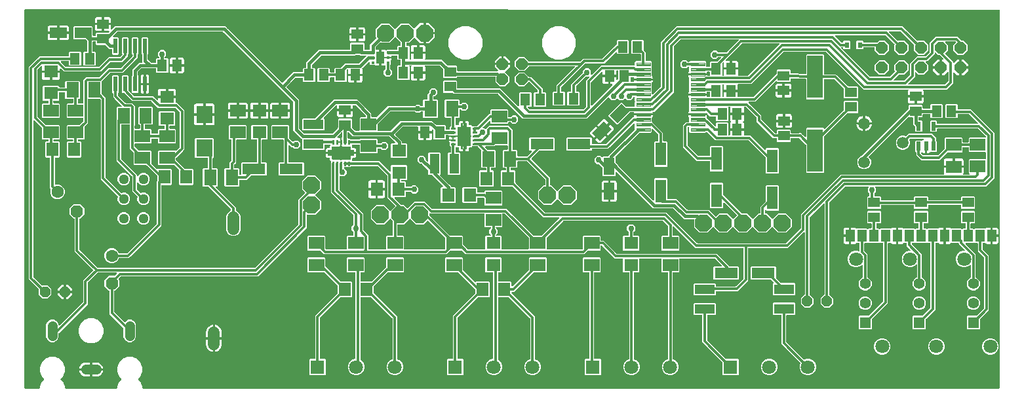
<source format=gbr>
G04 EAGLE Gerber RS-274X export*
G75*
%MOMM*%
%FSLAX34Y34*%
%LPD*%
%INTop Copper*%
%IPPOS*%
%AMOC8*
5,1,8,0,0,1.08239X$1,22.5*%
G01*
%ADD10R,3.000000X1.400000*%
%ADD11R,1.400000X3.000000*%
%ADD12R,1.300000X1.500000*%
%ADD13R,1.800000X1.600000*%
%ADD14R,1.600000X1.800000*%
%ADD15R,1.500000X1.300000*%
%ADD16R,1.400000X2.200000*%
%ADD17R,2.120000X2.280000*%
%ADD18R,0.600000X1.200000*%
%ADD19P,1.429621X8X202.500000*%
%ADD20R,2.000000X1.600000*%
%ADD21R,2.540000X1.270000*%
%ADD22R,1.600000X2.000000*%
%ADD23C,1.498600*%
%ADD24R,1.600000X1.803000*%
%ADD25R,1.803000X1.600000*%
%ADD26R,1.270000X2.540000*%
%ADD27C,0.120000*%
%ADD28C,0.060000*%
%ADD29C,0.082500*%
%ADD30C,0.858000*%
%ADD31R,2.000000X5.500000*%
%ADD32P,1.578125X8X202.500000*%
%ADD33C,1.408000*%
%ADD34R,1.408000X1.408000*%
%ADD35C,1.800000*%
%ADD36P,2.336880X8X202.500000*%
%ADD37P,1.649562X8X202.500000*%
%ADD38R,0.600000X0.800000*%
%ADD39R,1.800000X1.800000*%
%ADD40P,1.429621X8X22.500000*%
%ADD41P,2.336880X8X22.500000*%
%ADD42R,0.450000X0.300000*%
%ADD43R,1.000000X1.600000*%
%ADD44R,2.200000X1.400000*%
%ADD45R,1.168400X1.600200*%
%ADD46P,1.732040X8X337.500000*%
%ADD47C,1.600200*%
%ADD48C,1.308000*%
%ADD49P,2.336880X8X292.500000*%
%ADD50R,0.558800X1.981200*%
%ADD51P,2.336880X8X112.500000*%
%ADD52P,1.732040X8X292.500000*%
%ADD53C,1.295400*%
%ADD54C,1.508000*%
%ADD55C,0.304800*%
%ADD56C,0.406400*%
%ADD57C,0.756400*%
%ADD58C,0.254000*%

G36*
X29358Y10164D02*
X29358Y10164D01*
X29377Y10162D01*
X29479Y10184D01*
X29581Y10200D01*
X29598Y10210D01*
X29618Y10214D01*
X29707Y10267D01*
X29798Y10316D01*
X29812Y10330D01*
X29829Y10340D01*
X29896Y10419D01*
X29968Y10494D01*
X29976Y10512D01*
X29989Y10527D01*
X30028Y10623D01*
X30071Y10717D01*
X30073Y10737D01*
X30081Y10755D01*
X30099Y10922D01*
X30099Y13013D01*
X32560Y18952D01*
X35367Y21760D01*
X35379Y21776D01*
X35394Y21788D01*
X35450Y21876D01*
X35511Y21959D01*
X35516Y21978D01*
X35527Y21995D01*
X35552Y22096D01*
X35583Y22195D01*
X35582Y22214D01*
X35587Y22234D01*
X35579Y22337D01*
X35577Y22440D01*
X35570Y22459D01*
X35568Y22479D01*
X35528Y22574D01*
X35492Y22671D01*
X35480Y22687D01*
X35472Y22705D01*
X35367Y22836D01*
X32560Y25644D01*
X30099Y31583D01*
X30099Y38013D01*
X32560Y43952D01*
X37106Y48498D01*
X43045Y50959D01*
X49475Y50959D01*
X55414Y48498D01*
X59960Y43952D01*
X62421Y38013D01*
X62421Y31583D01*
X59960Y25644D01*
X57153Y22836D01*
X57141Y22820D01*
X57126Y22808D01*
X57070Y22720D01*
X57009Y22637D01*
X57004Y22618D01*
X56993Y22601D01*
X56968Y22500D01*
X56937Y22401D01*
X56938Y22382D01*
X56933Y22362D01*
X56941Y22259D01*
X56943Y22156D01*
X56950Y22137D01*
X56952Y22117D01*
X56992Y22022D01*
X57028Y21925D01*
X57040Y21909D01*
X57048Y21891D01*
X57153Y21760D01*
X59960Y18952D01*
X62421Y13013D01*
X62421Y10922D01*
X62424Y10902D01*
X62422Y10883D01*
X62444Y10781D01*
X62460Y10679D01*
X62470Y10662D01*
X62474Y10642D01*
X62527Y10553D01*
X62576Y10462D01*
X62590Y10448D01*
X62600Y10431D01*
X62679Y10364D01*
X62754Y10292D01*
X62772Y10284D01*
X62787Y10271D01*
X62883Y10232D01*
X62977Y10189D01*
X62997Y10187D01*
X63015Y10179D01*
X63182Y10161D01*
X129338Y10161D01*
X129358Y10164D01*
X129377Y10162D01*
X129479Y10184D01*
X129581Y10200D01*
X129598Y10210D01*
X129618Y10214D01*
X129707Y10267D01*
X129798Y10316D01*
X129812Y10330D01*
X129829Y10340D01*
X129896Y10419D01*
X129968Y10494D01*
X129976Y10512D01*
X129989Y10527D01*
X130028Y10623D01*
X130071Y10717D01*
X130073Y10737D01*
X130081Y10755D01*
X130099Y10922D01*
X130099Y13013D01*
X132560Y18952D01*
X135367Y21760D01*
X135379Y21776D01*
X135394Y21788D01*
X135450Y21876D01*
X135511Y21959D01*
X135516Y21978D01*
X135527Y21995D01*
X135552Y22096D01*
X135583Y22195D01*
X135582Y22214D01*
X135587Y22234D01*
X135579Y22337D01*
X135577Y22440D01*
X135570Y22459D01*
X135568Y22479D01*
X135528Y22574D01*
X135492Y22671D01*
X135480Y22687D01*
X135472Y22705D01*
X135367Y22836D01*
X132560Y25644D01*
X130099Y31583D01*
X130099Y38013D01*
X132560Y43952D01*
X137106Y48498D01*
X143045Y50959D01*
X149475Y50959D01*
X155414Y48498D01*
X159960Y43952D01*
X162421Y38013D01*
X162421Y31583D01*
X159960Y25644D01*
X157153Y22836D01*
X157141Y22820D01*
X157126Y22808D01*
X157070Y22720D01*
X157009Y22637D01*
X157004Y22618D01*
X156993Y22601D01*
X156968Y22500D01*
X156937Y22401D01*
X156938Y22382D01*
X156933Y22362D01*
X156941Y22259D01*
X156943Y22156D01*
X156950Y22137D01*
X156952Y22117D01*
X156992Y22022D01*
X157028Y21925D01*
X157040Y21909D01*
X157048Y21891D01*
X157153Y21760D01*
X159960Y18952D01*
X162421Y13013D01*
X162421Y10922D01*
X162424Y10902D01*
X162422Y10883D01*
X162444Y10781D01*
X162460Y10679D01*
X162470Y10662D01*
X162474Y10642D01*
X162527Y10553D01*
X162576Y10462D01*
X162590Y10448D01*
X162600Y10431D01*
X162679Y10364D01*
X162754Y10292D01*
X162772Y10284D01*
X162787Y10271D01*
X162883Y10232D01*
X162977Y10189D01*
X162997Y10187D01*
X163015Y10179D01*
X163182Y10161D01*
X1269078Y10161D01*
X1269098Y10164D01*
X1269117Y10162D01*
X1269219Y10184D01*
X1269321Y10200D01*
X1269338Y10210D01*
X1269358Y10214D01*
X1269447Y10267D01*
X1269538Y10316D01*
X1269552Y10330D01*
X1269569Y10340D01*
X1269636Y10419D01*
X1269708Y10494D01*
X1269716Y10512D01*
X1269729Y10527D01*
X1269768Y10623D01*
X1269811Y10717D01*
X1269813Y10737D01*
X1269821Y10755D01*
X1269839Y10922D01*
X1269839Y499083D01*
X1269836Y499103D01*
X1269838Y499123D01*
X1269816Y499224D01*
X1269800Y499326D01*
X1269790Y499344D01*
X1269786Y499363D01*
X1269733Y499452D01*
X1269684Y499544D01*
X1269670Y499557D01*
X1269660Y499574D01*
X1269581Y499642D01*
X1269506Y499713D01*
X1269488Y499721D01*
X1269473Y499734D01*
X1269377Y499773D01*
X1269283Y499817D01*
X1269263Y499819D01*
X1269245Y499826D01*
X1269078Y499845D01*
X10922Y500464D01*
X10902Y500461D01*
X10883Y500463D01*
X10781Y500441D01*
X10680Y500424D01*
X10662Y500415D01*
X10642Y500411D01*
X10554Y500358D01*
X10462Y500309D01*
X10448Y500295D01*
X10431Y500284D01*
X10364Y500206D01*
X10293Y500131D01*
X10284Y500113D01*
X10271Y500098D01*
X10232Y500002D01*
X10189Y499908D01*
X10187Y499888D01*
X10179Y499869D01*
X10161Y499703D01*
X10161Y10922D01*
X10164Y10902D01*
X10162Y10883D01*
X10184Y10781D01*
X10200Y10679D01*
X10210Y10662D01*
X10214Y10642D01*
X10267Y10553D01*
X10316Y10462D01*
X10330Y10448D01*
X10340Y10431D01*
X10419Y10364D01*
X10494Y10292D01*
X10512Y10284D01*
X10527Y10271D01*
X10623Y10232D01*
X10717Y10189D01*
X10737Y10187D01*
X10755Y10179D01*
X10922Y10161D01*
X29338Y10161D01*
X29358Y10164D01*
G37*
%LPC*%
G36*
X792127Y27575D02*
X792127Y27575D01*
X788258Y29178D01*
X785298Y32138D01*
X783695Y36007D01*
X783695Y40193D01*
X785298Y44062D01*
X788258Y47022D01*
X790701Y48034D01*
X790801Y48096D01*
X790901Y48156D01*
X790905Y48161D01*
X790910Y48164D01*
X790985Y48254D01*
X791061Y48343D01*
X791063Y48349D01*
X791067Y48353D01*
X791109Y48462D01*
X791153Y48571D01*
X791154Y48579D01*
X791155Y48583D01*
X791156Y48601D01*
X791171Y48738D01*
X791171Y159864D01*
X791168Y159884D01*
X791170Y159903D01*
X791148Y160005D01*
X791132Y160107D01*
X791122Y160124D01*
X791118Y160144D01*
X791065Y160233D01*
X791016Y160324D01*
X791002Y160338D01*
X790992Y160355D01*
X790913Y160422D01*
X790838Y160494D01*
X790820Y160502D01*
X790805Y160515D01*
X790709Y160554D01*
X790615Y160597D01*
X790595Y160599D01*
X790577Y160607D01*
X790410Y160625D01*
X784118Y160625D01*
X783225Y161518D01*
X783225Y177450D01*
X783222Y177470D01*
X783224Y177489D01*
X783202Y177591D01*
X783186Y177693D01*
X783176Y177710D01*
X783172Y177730D01*
X783119Y177819D01*
X783070Y177910D01*
X783056Y177924D01*
X783046Y177941D01*
X782967Y178008D01*
X782892Y178080D01*
X782874Y178088D01*
X782859Y178101D01*
X782763Y178140D01*
X782669Y178183D01*
X782649Y178185D01*
X782631Y178193D01*
X782464Y178211D01*
X772827Y178211D01*
X756160Y194878D01*
X756086Y194931D01*
X756016Y194991D01*
X755986Y195003D01*
X755960Y195022D01*
X755873Y195049D01*
X755788Y195083D01*
X755747Y195087D01*
X755725Y195094D01*
X755693Y195093D01*
X755621Y195101D01*
X755236Y195101D01*
X755216Y195098D01*
X755197Y195100D01*
X755095Y195078D01*
X754993Y195062D01*
X754976Y195052D01*
X754956Y195048D01*
X754867Y194995D01*
X754776Y194946D01*
X754762Y194932D01*
X754745Y194922D01*
X754678Y194843D01*
X754606Y194768D01*
X754598Y194750D01*
X754585Y194735D01*
X754546Y194639D01*
X754503Y194545D01*
X754501Y194525D01*
X754493Y194507D01*
X754475Y194340D01*
X754475Y189518D01*
X753582Y188625D01*
X738052Y188625D01*
X737962Y188611D01*
X737871Y188603D01*
X737841Y188591D01*
X737809Y188586D01*
X737729Y188543D01*
X737645Y188507D01*
X737613Y188481D01*
X737592Y188470D01*
X737570Y188447D01*
X737514Y188402D01*
X733165Y184053D01*
X579985Y184053D01*
X575636Y188402D01*
X575562Y188455D01*
X575493Y188515D01*
X575463Y188527D01*
X575436Y188546D01*
X575349Y188573D01*
X575265Y188607D01*
X575224Y188611D01*
X575201Y188618D01*
X575169Y188617D01*
X575098Y188625D01*
X560252Y188625D01*
X560162Y188611D01*
X560071Y188603D01*
X560041Y188591D01*
X560009Y188586D01*
X559929Y188543D01*
X559845Y188507D01*
X559813Y188481D01*
X559792Y188470D01*
X559770Y188447D01*
X559714Y188402D01*
X555365Y184053D01*
X397135Y184053D01*
X392786Y188402D01*
X392712Y188455D01*
X392643Y188515D01*
X392613Y188527D01*
X392586Y188546D01*
X392499Y188573D01*
X392415Y188607D01*
X392374Y188611D01*
X392351Y188618D01*
X392319Y188617D01*
X392248Y188625D01*
X376718Y188625D01*
X375825Y189518D01*
X375825Y206782D01*
X376718Y207675D01*
X397982Y207675D01*
X398875Y206782D01*
X398875Y191252D01*
X398889Y191162D01*
X398897Y191071D01*
X398909Y191041D01*
X398914Y191009D01*
X398957Y190929D01*
X398993Y190845D01*
X399019Y190813D01*
X399030Y190792D01*
X399053Y190770D01*
X399098Y190714D01*
X399438Y190374D01*
X399512Y190321D01*
X399581Y190261D01*
X399611Y190249D01*
X399638Y190230D01*
X399725Y190203D01*
X399809Y190169D01*
X399850Y190165D01*
X399873Y190158D01*
X399905Y190159D01*
X399976Y190151D01*
X425864Y190151D01*
X425884Y190154D01*
X425903Y190152D01*
X426005Y190174D01*
X426107Y190190D01*
X426124Y190200D01*
X426144Y190204D01*
X426233Y190257D01*
X426324Y190306D01*
X426338Y190320D01*
X426355Y190330D01*
X426422Y190409D01*
X426494Y190484D01*
X426502Y190502D01*
X426515Y190517D01*
X426554Y190613D01*
X426597Y190707D01*
X426599Y190727D01*
X426607Y190745D01*
X426625Y190912D01*
X426625Y206782D01*
X427518Y207675D01*
X434340Y207675D01*
X434360Y207678D01*
X434379Y207676D01*
X434481Y207698D01*
X434583Y207714D01*
X434600Y207724D01*
X434620Y207728D01*
X434709Y207781D01*
X434800Y207830D01*
X434814Y207844D01*
X434831Y207854D01*
X434898Y207933D01*
X434970Y208008D01*
X434978Y208026D01*
X434991Y208041D01*
X435030Y208137D01*
X435073Y208231D01*
X435075Y208251D01*
X435083Y208269D01*
X435101Y208436D01*
X435101Y212399D01*
X435087Y212489D01*
X435079Y212580D01*
X435067Y212609D01*
X435062Y212641D01*
X435019Y212722D01*
X434983Y212806D01*
X434957Y212838D01*
X434946Y212859D01*
X434923Y212881D01*
X434878Y212937D01*
X432843Y214972D01*
X432843Y219368D01*
X434878Y221403D01*
X434931Y221477D01*
X434991Y221547D01*
X435003Y221577D01*
X435022Y221603D01*
X435049Y221690D01*
X435083Y221775D01*
X435087Y221816D01*
X435094Y221838D01*
X435093Y221870D01*
X435101Y221941D01*
X435101Y234134D01*
X435087Y234224D01*
X435079Y234315D01*
X435067Y234345D01*
X435062Y234377D01*
X435019Y234457D01*
X434983Y234541D01*
X434957Y234573D01*
X434946Y234594D01*
X434923Y234616D01*
X434878Y234672D01*
X406051Y263499D01*
X406051Y302223D01*
X406152Y302324D01*
X406205Y302398D01*
X406265Y302467D01*
X406277Y302497D01*
X406296Y302524D01*
X406323Y302611D01*
X406357Y302695D01*
X406361Y302736D01*
X406368Y302759D01*
X406367Y302791D01*
X406375Y302862D01*
X406375Y303697D01*
X406364Y303764D01*
X406363Y303832D01*
X406345Y303885D01*
X406336Y303940D01*
X406304Y304000D01*
X406281Y304064D01*
X406247Y304108D01*
X406220Y304157D01*
X406171Y304204D01*
X406130Y304257D01*
X406066Y304304D01*
X406042Y304327D01*
X406023Y304336D01*
X405995Y304357D01*
X405509Y304637D01*
X405027Y305119D01*
X404686Y305710D01*
X404509Y306369D01*
X404509Y307858D01*
X404506Y307878D01*
X404508Y307897D01*
X404486Y307999D01*
X404469Y308101D01*
X404460Y308118D01*
X404456Y308138D01*
X404403Y308227D01*
X404354Y308318D01*
X404340Y308332D01*
X404330Y308349D01*
X404251Y308416D01*
X404176Y308487D01*
X404158Y308496D01*
X404143Y308509D01*
X404047Y308548D01*
X403953Y308591D01*
X403933Y308593D01*
X403915Y308601D01*
X403748Y308619D01*
X401759Y308619D01*
X401100Y308796D01*
X400509Y309137D01*
X400027Y309619D01*
X399686Y310210D01*
X399509Y310869D01*
X399509Y313437D01*
X402011Y313437D01*
X402051Y313443D01*
X402051Y311210D01*
X402087Y311163D01*
X402094Y311168D01*
X402100Y311161D01*
X407051Y311161D01*
X407051Y306710D01*
X407087Y306663D01*
X407094Y306668D01*
X407100Y306661D01*
X418226Y306661D01*
X418226Y306246D01*
X418229Y306226D01*
X418227Y306207D01*
X418249Y306105D01*
X418265Y306003D01*
X418275Y305986D01*
X418279Y305966D01*
X418332Y305877D01*
X418381Y305786D01*
X418395Y305772D01*
X418405Y305755D01*
X418484Y305688D01*
X418559Y305616D01*
X418577Y305608D01*
X418592Y305595D01*
X418688Y305556D01*
X418782Y305513D01*
X418802Y305511D01*
X418820Y305503D01*
X418987Y305485D01*
X419213Y305485D01*
X419233Y305488D01*
X419252Y305486D01*
X419354Y305508D01*
X419456Y305524D01*
X419473Y305534D01*
X419493Y305538D01*
X419582Y305591D01*
X419673Y305640D01*
X419687Y305654D01*
X419704Y305664D01*
X419771Y305743D01*
X419843Y305818D01*
X419851Y305836D01*
X419864Y305851D01*
X419903Y305947D01*
X419946Y306041D01*
X419948Y306061D01*
X419956Y306079D01*
X419974Y306246D01*
X419974Y306661D01*
X431100Y306661D01*
X431147Y306697D01*
X431142Y306704D01*
X431149Y306710D01*
X431149Y311161D01*
X436100Y311161D01*
X436147Y311197D01*
X436142Y311204D01*
X436149Y311210D01*
X436149Y313441D01*
X436189Y313437D01*
X438691Y313437D01*
X438691Y310869D01*
X438514Y310210D01*
X438173Y309619D01*
X437691Y309137D01*
X437100Y308796D01*
X436441Y308619D01*
X434452Y308619D01*
X434432Y308616D01*
X434413Y308618D01*
X434311Y308596D01*
X434209Y308579D01*
X434192Y308570D01*
X434172Y308566D01*
X434083Y308513D01*
X433992Y308464D01*
X433978Y308450D01*
X433961Y308440D01*
X433894Y308361D01*
X433822Y308286D01*
X433814Y308268D01*
X433801Y308253D01*
X433762Y308157D01*
X433719Y308063D01*
X433717Y308043D01*
X433709Y308025D01*
X433691Y307858D01*
X433691Y306369D01*
X433514Y305710D01*
X433191Y305151D01*
X433158Y305062D01*
X433117Y304975D01*
X433114Y304947D01*
X433104Y304921D01*
X433101Y304825D01*
X433090Y304731D01*
X433096Y304703D01*
X433095Y304675D01*
X433122Y304583D01*
X433143Y304490D01*
X433157Y304466D01*
X433165Y304439D01*
X433220Y304361D01*
X433269Y304279D01*
X433290Y304261D01*
X433306Y304238D01*
X433383Y304181D01*
X433456Y304119D01*
X433482Y304109D01*
X433505Y304092D01*
X433595Y304063D01*
X433684Y304027D01*
X433719Y304023D01*
X433739Y304017D01*
X433772Y304017D01*
X433850Y304009D01*
X468653Y304009D01*
X482191Y290471D01*
X482249Y290429D01*
X482301Y290380D01*
X482348Y290358D01*
X482390Y290327D01*
X482459Y290306D01*
X482524Y290276D01*
X482576Y290270D01*
X482626Y290255D01*
X482697Y290257D01*
X482768Y290249D01*
X482819Y290260D01*
X482871Y290261D01*
X482939Y290286D01*
X483009Y290301D01*
X483054Y290328D01*
X483102Y290346D01*
X483158Y290391D01*
X483220Y290427D01*
X483254Y290467D01*
X483294Y290499D01*
X483333Y290560D01*
X483380Y290614D01*
X483399Y290663D01*
X483427Y290706D01*
X483445Y290776D01*
X483472Y290842D01*
X483480Y290914D01*
X483488Y290945D01*
X483486Y290968D01*
X483490Y291009D01*
X483490Y298196D01*
X484383Y299089D01*
X503677Y299089D01*
X504570Y298196D01*
X504570Y280932D01*
X503677Y280039D01*
X497328Y280039D01*
X497308Y280036D01*
X497289Y280038D01*
X497187Y280016D01*
X497085Y280000D01*
X497068Y279990D01*
X497048Y279986D01*
X496959Y279933D01*
X496868Y279884D01*
X496854Y279870D01*
X496837Y279860D01*
X496770Y279781D01*
X496698Y279706D01*
X496690Y279688D01*
X496677Y279673D01*
X496638Y279577D01*
X496595Y279483D01*
X496593Y279463D01*
X496585Y279445D01*
X496567Y279278D01*
X496567Y279271D01*
X496569Y279254D01*
X496568Y279239D01*
X496568Y279236D01*
X496568Y279232D01*
X496590Y279130D01*
X496606Y279028D01*
X496616Y279011D01*
X496620Y278991D01*
X496673Y278902D01*
X496722Y278811D01*
X496736Y278797D01*
X496746Y278780D01*
X496825Y278713D01*
X496900Y278641D01*
X496918Y278633D01*
X496933Y278620D01*
X497029Y278581D01*
X497123Y278538D01*
X497143Y278536D01*
X497161Y278528D01*
X497328Y278510D01*
X502150Y278510D01*
X503043Y277617D01*
X503043Y271780D01*
X503046Y271760D01*
X503044Y271741D01*
X503066Y271639D01*
X503082Y271537D01*
X503092Y271520D01*
X503096Y271500D01*
X503149Y271411D01*
X503198Y271320D01*
X503212Y271306D01*
X503222Y271289D01*
X503301Y271222D01*
X503376Y271150D01*
X503394Y271142D01*
X503409Y271129D01*
X503505Y271090D01*
X503599Y271047D01*
X503619Y271045D01*
X503637Y271037D01*
X503804Y271019D01*
X509071Y271019D01*
X509161Y271033D01*
X509252Y271041D01*
X509281Y271053D01*
X509313Y271058D01*
X509394Y271101D01*
X509478Y271137D01*
X509510Y271163D01*
X509531Y271174D01*
X509553Y271197D01*
X509609Y271242D01*
X511390Y273023D01*
X515786Y273023D01*
X518895Y269914D01*
X518895Y265518D01*
X515786Y262409D01*
X511390Y262409D01*
X509101Y264698D01*
X509027Y264751D01*
X508957Y264811D01*
X508927Y264823D01*
X508901Y264842D01*
X508814Y264869D01*
X508729Y264903D01*
X508688Y264907D01*
X508666Y264914D01*
X508634Y264913D01*
X508563Y264921D01*
X503804Y264921D01*
X503784Y264918D01*
X503765Y264920D01*
X503663Y264898D01*
X503561Y264882D01*
X503544Y264872D01*
X503524Y264868D01*
X503435Y264815D01*
X503344Y264766D01*
X503330Y264752D01*
X503313Y264742D01*
X503246Y264663D01*
X503174Y264588D01*
X503166Y264570D01*
X503153Y264555D01*
X503114Y264459D01*
X503071Y264365D01*
X503069Y264345D01*
X503061Y264327D01*
X503043Y264160D01*
X503043Y258323D01*
X502150Y257430D01*
X488882Y257430D01*
X488811Y257419D01*
X488739Y257417D01*
X488690Y257399D01*
X488639Y257391D01*
X488576Y257357D01*
X488508Y257332D01*
X488468Y257300D01*
X488421Y257275D01*
X488372Y257223D01*
X488316Y257179D01*
X488288Y257135D01*
X488252Y257097D01*
X488222Y257032D01*
X488183Y256972D01*
X488170Y256921D01*
X488148Y256874D01*
X488141Y256803D01*
X488123Y256733D01*
X488127Y256681D01*
X488121Y256630D01*
X488137Y256559D01*
X488142Y256488D01*
X488163Y256440D01*
X488174Y256389D01*
X488210Y256328D01*
X488239Y256262D01*
X488283Y256206D01*
X488300Y256178D01*
X488318Y256163D01*
X488343Y256131D01*
X496981Y247493D01*
X497055Y247440D01*
X497125Y247380D01*
X497155Y247368D01*
X497181Y247349D01*
X497268Y247322D01*
X497353Y247288D01*
X497394Y247284D01*
X497416Y247277D01*
X497448Y247278D01*
X497520Y247270D01*
X500403Y247270D01*
X504229Y243444D01*
X504245Y243432D01*
X504257Y243417D01*
X504345Y243361D01*
X504429Y243300D01*
X504448Y243295D01*
X504464Y243284D01*
X504565Y243258D01*
X504664Y243228D01*
X504684Y243229D01*
X504703Y243224D01*
X504806Y243232D01*
X504909Y243234D01*
X504928Y243241D01*
X504948Y243243D01*
X505043Y243283D01*
X505141Y243319D01*
X505156Y243331D01*
X505174Y243339D01*
X505305Y243444D01*
X513703Y251842D01*
X527697Y251842D01*
X536649Y242890D01*
X536723Y242837D01*
X536792Y242777D01*
X536822Y242765D01*
X536849Y242746D01*
X536936Y242719D01*
X537020Y242685D01*
X537061Y242681D01*
X537084Y242674D01*
X537116Y242675D01*
X537187Y242667D01*
X632895Y242667D01*
X667664Y207898D01*
X667738Y207845D01*
X667807Y207785D01*
X667837Y207773D01*
X667864Y207754D01*
X667951Y207727D01*
X668035Y207693D01*
X668076Y207689D01*
X668099Y207682D01*
X668131Y207683D01*
X668202Y207675D01*
X677998Y207675D01*
X678088Y207689D01*
X678179Y207697D01*
X678209Y207709D01*
X678241Y207714D01*
X678321Y207757D01*
X678405Y207793D01*
X678437Y207819D01*
X678458Y207830D01*
X678480Y207853D01*
X678536Y207898D01*
X700986Y230348D01*
X701028Y230406D01*
X701077Y230458D01*
X701099Y230505D01*
X701130Y230547D01*
X701151Y230616D01*
X701181Y230681D01*
X701187Y230733D01*
X701202Y230783D01*
X701200Y230854D01*
X701208Y230925D01*
X701197Y230976D01*
X701196Y231028D01*
X701171Y231096D01*
X701156Y231166D01*
X701129Y231211D01*
X701111Y231259D01*
X701066Y231315D01*
X701030Y231377D01*
X700990Y231411D01*
X700958Y231451D01*
X700897Y231490D01*
X700843Y231537D01*
X700794Y231556D01*
X700751Y231584D01*
X700681Y231602D01*
X700615Y231629D01*
X700543Y231637D01*
X700512Y231645D01*
X700489Y231643D01*
X700448Y231647D01*
X680219Y231647D01*
X640674Y271192D01*
X640600Y271245D01*
X640531Y271305D01*
X640501Y271317D01*
X640474Y271336D01*
X640387Y271363D01*
X640303Y271397D01*
X640262Y271401D01*
X640239Y271408D01*
X640207Y271407D01*
X640136Y271415D01*
X626398Y271415D01*
X625505Y272308D01*
X625505Y291572D01*
X626398Y292465D01*
X631220Y292465D01*
X631240Y292468D01*
X631259Y292466D01*
X631361Y292488D01*
X631463Y292504D01*
X631480Y292514D01*
X631500Y292518D01*
X631589Y292571D01*
X631680Y292620D01*
X631694Y292634D01*
X631711Y292644D01*
X631778Y292723D01*
X631850Y292798D01*
X631858Y292816D01*
X631871Y292831D01*
X631910Y292927D01*
X631953Y293021D01*
X631955Y293041D01*
X631963Y293059D01*
X631981Y293226D01*
X631981Y295054D01*
X631978Y295074D01*
X631980Y295093D01*
X631958Y295195D01*
X631942Y295297D01*
X631932Y295314D01*
X631928Y295334D01*
X631875Y295423D01*
X631826Y295514D01*
X631812Y295528D01*
X631802Y295545D01*
X631723Y295612D01*
X631648Y295684D01*
X631630Y295692D01*
X631615Y295705D01*
X631519Y295744D01*
X631425Y295787D01*
X631405Y295789D01*
X631387Y295797D01*
X631220Y295815D01*
X628938Y295815D01*
X628045Y296708D01*
X628045Y317972D01*
X628938Y318865D01*
X633760Y318865D01*
X633780Y318868D01*
X633799Y318866D01*
X633901Y318888D01*
X634003Y318904D01*
X634020Y318914D01*
X634040Y318918D01*
X634129Y318971D01*
X634220Y319020D01*
X634234Y319034D01*
X634251Y319044D01*
X634318Y319123D01*
X634390Y319198D01*
X634398Y319216D01*
X634411Y319231D01*
X634450Y319327D01*
X634493Y319421D01*
X634495Y319441D01*
X634503Y319459D01*
X634521Y319626D01*
X634521Y323694D01*
X634518Y323714D01*
X634520Y323733D01*
X634498Y323835D01*
X634482Y323937D01*
X634472Y323954D01*
X634468Y323974D01*
X634415Y324063D01*
X634366Y324154D01*
X634352Y324168D01*
X634342Y324185D01*
X634263Y324252D01*
X634188Y324324D01*
X634170Y324332D01*
X634155Y324345D01*
X634059Y324384D01*
X633965Y324427D01*
X633945Y324429D01*
X633927Y324437D01*
X633760Y324455D01*
X618672Y324455D01*
X618582Y324441D01*
X618491Y324433D01*
X618461Y324421D01*
X618429Y324416D01*
X618349Y324373D01*
X618265Y324337D01*
X618233Y324311D01*
X618212Y324300D01*
X618190Y324277D01*
X618134Y324232D01*
X617403Y323501D01*
X606098Y323501D01*
X606027Y323490D01*
X605956Y323488D01*
X605907Y323470D01*
X605855Y323462D01*
X605792Y323428D01*
X605725Y323403D01*
X605684Y323371D01*
X605638Y323346D01*
X605589Y323295D01*
X605533Y323250D01*
X605504Y323206D01*
X605469Y323168D01*
X605438Y323103D01*
X605400Y323043D01*
X605387Y322992D01*
X605365Y322945D01*
X605357Y322874D01*
X605340Y322804D01*
X605344Y322752D01*
X605338Y322701D01*
X605353Y322630D01*
X605359Y322559D01*
X605379Y322511D01*
X605390Y322460D01*
X605427Y322399D01*
X605455Y322333D01*
X605500Y322277D01*
X605516Y322249D01*
X605534Y322234D01*
X605560Y322202D01*
X608674Y319088D01*
X608748Y319035D01*
X608817Y318975D01*
X608847Y318963D01*
X608874Y318944D01*
X608961Y318917D01*
X609045Y318883D01*
X609086Y318879D01*
X609109Y318872D01*
X609141Y318873D01*
X609212Y318865D01*
X618202Y318865D01*
X619095Y317972D01*
X619095Y296708D01*
X618202Y295815D01*
X613380Y295815D01*
X613360Y295812D01*
X613341Y295814D01*
X613239Y295792D01*
X613137Y295776D01*
X613120Y295766D01*
X613100Y295762D01*
X613011Y295709D01*
X612920Y295660D01*
X612906Y295646D01*
X612889Y295636D01*
X612822Y295557D01*
X612750Y295482D01*
X612742Y295464D01*
X612729Y295449D01*
X612690Y295353D01*
X612647Y295259D01*
X612645Y295239D01*
X612637Y295221D01*
X612619Y295054D01*
X612619Y293226D01*
X612622Y293206D01*
X612620Y293187D01*
X612642Y293085D01*
X612658Y292983D01*
X612668Y292966D01*
X612672Y292946D01*
X612725Y292857D01*
X612774Y292766D01*
X612788Y292752D01*
X612798Y292735D01*
X612877Y292668D01*
X612952Y292596D01*
X612970Y292588D01*
X612985Y292575D01*
X613081Y292536D01*
X613175Y292493D01*
X613195Y292491D01*
X613213Y292483D01*
X613380Y292465D01*
X615662Y292465D01*
X616555Y291572D01*
X616555Y272308D01*
X615662Y271415D01*
X598398Y271415D01*
X597505Y272308D01*
X597505Y291572D01*
X598398Y292465D01*
X605760Y292465D01*
X605780Y292468D01*
X605799Y292466D01*
X605901Y292488D01*
X606003Y292504D01*
X606020Y292514D01*
X606040Y292518D01*
X606129Y292571D01*
X606220Y292620D01*
X606234Y292634D01*
X606251Y292644D01*
X606318Y292723D01*
X606390Y292798D01*
X606398Y292816D01*
X606411Y292831D01*
X606450Y292927D01*
X606493Y293021D01*
X606495Y293041D01*
X606503Y293059D01*
X606521Y293226D01*
X606521Y295054D01*
X606518Y295074D01*
X606520Y295093D01*
X606498Y295195D01*
X606482Y295297D01*
X606472Y295314D01*
X606468Y295334D01*
X606415Y295423D01*
X606366Y295514D01*
X606352Y295528D01*
X606342Y295545D01*
X606263Y295612D01*
X606188Y295684D01*
X606170Y295692D01*
X606155Y295705D01*
X606059Y295744D01*
X605965Y295787D01*
X605945Y295789D01*
X605927Y295797D01*
X605760Y295815D01*
X600938Y295815D01*
X600045Y296708D01*
X600045Y317972D01*
X600068Y317994D01*
X600079Y318010D01*
X600095Y318023D01*
X600151Y318110D01*
X600211Y318194D01*
X600217Y318213D01*
X600228Y318230D01*
X600253Y318330D01*
X600284Y318429D01*
X600283Y318449D01*
X600288Y318468D01*
X600280Y318571D01*
X600277Y318675D01*
X600270Y318693D01*
X600269Y318713D01*
X600228Y318808D01*
X600193Y318906D01*
X600180Y318921D01*
X600173Y318940D01*
X600068Y319071D01*
X595860Y323278D01*
X595786Y323331D01*
X595717Y323391D01*
X595687Y323403D01*
X595660Y323422D01*
X595573Y323449D01*
X595489Y323483D01*
X595448Y323487D01*
X595425Y323494D01*
X595393Y323493D01*
X595322Y323501D01*
X590587Y323501D01*
X590486Y323602D01*
X590412Y323655D01*
X590343Y323715D01*
X590313Y323727D01*
X590286Y323746D01*
X590199Y323773D01*
X590115Y323807D01*
X590074Y323811D01*
X590051Y323818D01*
X590019Y323817D01*
X589948Y323825D01*
X589113Y323825D01*
X589046Y323814D01*
X588978Y323813D01*
X588925Y323795D01*
X588870Y323786D01*
X588810Y323754D01*
X588746Y323731D01*
X588702Y323697D01*
X588652Y323670D01*
X588606Y323621D01*
X588553Y323580D01*
X588506Y323516D01*
X588483Y323492D01*
X588474Y323473D01*
X588468Y323465D01*
X588466Y323463D01*
X588465Y323461D01*
X588453Y323445D01*
X588173Y322959D01*
X587691Y322477D01*
X587100Y322136D01*
X586441Y321959D01*
X584952Y321959D01*
X584932Y321956D01*
X584913Y321958D01*
X584811Y321936D01*
X584709Y321919D01*
X584692Y321910D01*
X584672Y321906D01*
X584583Y321853D01*
X584492Y321804D01*
X584478Y321790D01*
X584461Y321780D01*
X584394Y321701D01*
X584322Y321626D01*
X584314Y321608D01*
X584301Y321593D01*
X584262Y321497D01*
X584219Y321403D01*
X584217Y321383D01*
X584209Y321365D01*
X584191Y321198D01*
X584191Y319209D01*
X584014Y318550D01*
X583673Y317959D01*
X583191Y317477D01*
X582600Y317136D01*
X581941Y316959D01*
X579373Y316959D01*
X579373Y319461D01*
X579367Y319501D01*
X581600Y319501D01*
X581647Y319537D01*
X581642Y319544D01*
X581649Y319550D01*
X581649Y324501D01*
X586100Y324501D01*
X586147Y324537D01*
X586142Y324544D01*
X586149Y324550D01*
X586149Y335676D01*
X586564Y335676D01*
X586584Y335679D01*
X586603Y335677D01*
X586705Y335699D01*
X586807Y335715D01*
X586824Y335725D01*
X586844Y335729D01*
X586933Y335782D01*
X587024Y335831D01*
X587038Y335845D01*
X587055Y335855D01*
X587122Y335934D01*
X587194Y336009D01*
X587202Y336027D01*
X587215Y336042D01*
X587254Y336138D01*
X587297Y336232D01*
X587299Y336252D01*
X587307Y336270D01*
X587325Y336437D01*
X587325Y336663D01*
X587322Y336683D01*
X587324Y336702D01*
X587302Y336804D01*
X587286Y336906D01*
X587276Y336923D01*
X587272Y336943D01*
X587219Y337032D01*
X587170Y337123D01*
X587156Y337137D01*
X587146Y337154D01*
X587067Y337221D01*
X586992Y337293D01*
X586974Y337301D01*
X586959Y337314D01*
X586863Y337353D01*
X586769Y337396D01*
X586749Y337398D01*
X586731Y337406D01*
X586564Y337424D01*
X586149Y337424D01*
X586149Y348550D01*
X586113Y348597D01*
X586106Y348592D01*
X586100Y348599D01*
X581649Y348599D01*
X581649Y353550D01*
X581613Y353597D01*
X581606Y353592D01*
X581600Y353599D01*
X579369Y353599D01*
X579373Y353639D01*
X579373Y356141D01*
X581941Y356141D01*
X582600Y355964D01*
X583191Y355623D01*
X583673Y355141D01*
X584014Y354550D01*
X584191Y353891D01*
X584191Y351902D01*
X584194Y351882D01*
X584192Y351863D01*
X584214Y351761D01*
X584230Y351659D01*
X584240Y351642D01*
X584244Y351622D01*
X584297Y351533D01*
X584346Y351442D01*
X584360Y351428D01*
X584370Y351411D01*
X584449Y351344D01*
X584524Y351272D01*
X584542Y351264D01*
X584557Y351251D01*
X584653Y351212D01*
X584747Y351169D01*
X584767Y351167D01*
X584785Y351159D01*
X584952Y351141D01*
X586441Y351141D01*
X587100Y350964D01*
X587691Y350623D01*
X588173Y350141D01*
X588453Y349655D01*
X588496Y349603D01*
X588531Y349545D01*
X588573Y349509D01*
X588609Y349465D01*
X588666Y349429D01*
X588718Y349385D01*
X588770Y349364D01*
X588817Y349334D01*
X588883Y349318D01*
X588946Y349293D01*
X589025Y349284D01*
X589057Y349277D01*
X589077Y349279D01*
X589113Y349275D01*
X589948Y349275D01*
X590038Y349289D01*
X590129Y349297D01*
X590159Y349309D01*
X590191Y349314D01*
X590271Y349357D01*
X590355Y349393D01*
X590387Y349419D01*
X590408Y349430D01*
X590430Y349453D01*
X590486Y349498D01*
X590587Y349599D01*
X594752Y349599D01*
X594842Y349613D01*
X594933Y349621D01*
X594963Y349633D01*
X594995Y349638D01*
X595075Y349681D01*
X595159Y349717D01*
X595191Y349743D01*
X595212Y349754D01*
X595234Y349777D01*
X595290Y349822D01*
X610497Y365029D01*
X611284Y365029D01*
X611304Y365032D01*
X611323Y365030D01*
X611425Y365052D01*
X611527Y365068D01*
X611544Y365078D01*
X611564Y365082D01*
X611653Y365135D01*
X611744Y365184D01*
X611758Y365198D01*
X611775Y365208D01*
X611842Y365287D01*
X611914Y365362D01*
X611922Y365380D01*
X611935Y365395D01*
X611974Y365491D01*
X612017Y365585D01*
X612019Y365605D01*
X612027Y365623D01*
X612045Y365790D01*
X612045Y370612D01*
X612938Y371505D01*
X634202Y371505D01*
X635095Y370612D01*
X635095Y361950D01*
X635098Y361930D01*
X635096Y361911D01*
X635118Y361809D01*
X635134Y361707D01*
X635144Y361690D01*
X635148Y361670D01*
X635201Y361581D01*
X635250Y361490D01*
X635264Y361476D01*
X635274Y361459D01*
X635353Y361392D01*
X635428Y361320D01*
X635446Y361312D01*
X635461Y361299D01*
X635557Y361260D01*
X635651Y361217D01*
X635671Y361215D01*
X635689Y361207D01*
X635856Y361189D01*
X637849Y361189D01*
X637939Y361203D01*
X638030Y361211D01*
X638059Y361223D01*
X638091Y361228D01*
X638172Y361271D01*
X638256Y361307D01*
X638288Y361333D01*
X638309Y361344D01*
X638331Y361367D01*
X638387Y361412D01*
X640422Y363447D01*
X644818Y363447D01*
X647927Y360338D01*
X647927Y355942D01*
X644818Y352833D01*
X640422Y352833D01*
X638387Y354868D01*
X638313Y354921D01*
X638243Y354981D01*
X638213Y354993D01*
X638187Y355012D01*
X638100Y355039D01*
X638015Y355073D01*
X637974Y355077D01*
X637952Y355084D01*
X637920Y355083D01*
X637849Y355091D01*
X635856Y355091D01*
X635836Y355088D01*
X635817Y355090D01*
X635715Y355068D01*
X635613Y355052D01*
X635596Y355042D01*
X635576Y355038D01*
X635487Y354985D01*
X635396Y354936D01*
X635382Y354922D01*
X635365Y354912D01*
X635298Y354833D01*
X635226Y354758D01*
X635218Y354740D01*
X635205Y354725D01*
X635166Y354629D01*
X635123Y354535D01*
X635121Y354515D01*
X635113Y354497D01*
X635095Y354330D01*
X635095Y353348D01*
X634202Y352455D01*
X612938Y352455D01*
X612045Y353348D01*
X612045Y356116D01*
X612034Y356186D01*
X612032Y356258D01*
X612014Y356307D01*
X612006Y356359D01*
X611972Y356422D01*
X611947Y356489D01*
X611915Y356530D01*
X611890Y356576D01*
X611839Y356625D01*
X611794Y356681D01*
X611750Y356709D01*
X611712Y356745D01*
X611647Y356775D01*
X611587Y356814D01*
X611536Y356827D01*
X611489Y356849D01*
X611418Y356857D01*
X611348Y356874D01*
X611296Y356870D01*
X611245Y356876D01*
X611174Y356861D01*
X611103Y356855D01*
X611055Y356835D01*
X611004Y356824D01*
X610943Y356787D01*
X610877Y356759D01*
X610821Y356714D01*
X610793Y356698D01*
X610778Y356680D01*
X610746Y356654D01*
X602328Y348236D01*
X602286Y348178D01*
X602237Y348126D01*
X602215Y348079D01*
X602184Y348037D01*
X602163Y347968D01*
X602133Y347903D01*
X602127Y347851D01*
X602112Y347801D01*
X602114Y347730D01*
X602106Y347659D01*
X602117Y347608D01*
X602118Y347556D01*
X602143Y347488D01*
X602158Y347418D01*
X602185Y347374D01*
X602203Y347325D01*
X602248Y347269D01*
X602284Y347207D01*
X602324Y347173D01*
X602357Y347133D01*
X602417Y347094D01*
X602471Y347047D01*
X602520Y347028D01*
X602563Y347000D01*
X602633Y346982D01*
X602700Y346955D01*
X602771Y346947D01*
X602802Y346939D01*
X602825Y346941D01*
X602866Y346937D01*
X604178Y346937D01*
X605478Y345637D01*
X605536Y345595D01*
X605588Y345546D01*
X605635Y345524D01*
X605677Y345494D01*
X605746Y345472D01*
X605811Y345442D01*
X605863Y345437D01*
X605913Y345421D01*
X605984Y345423D01*
X606055Y345415D01*
X606106Y345426D01*
X606158Y345428D01*
X606226Y345452D01*
X606296Y345467D01*
X606341Y345494D01*
X606389Y345512D01*
X606445Y345557D01*
X606507Y345594D01*
X606541Y345633D01*
X606581Y345666D01*
X606620Y345726D01*
X606667Y345781D01*
X606686Y345829D01*
X606714Y345873D01*
X606732Y345942D01*
X606759Y346009D01*
X606767Y346080D01*
X606775Y346111D01*
X606773Y346134D01*
X606777Y346175D01*
X606777Y346530D01*
X610006Y349759D01*
X635324Y349759D01*
X640683Y344400D01*
X640683Y341784D01*
X640671Y341747D01*
X640637Y341662D01*
X640633Y341621D01*
X640626Y341599D01*
X640627Y341566D01*
X640619Y341495D01*
X640619Y319626D01*
X640622Y319606D01*
X640620Y319587D01*
X640642Y319485D01*
X640658Y319383D01*
X640668Y319366D01*
X640672Y319346D01*
X640725Y319257D01*
X640774Y319166D01*
X640788Y319152D01*
X640798Y319135D01*
X640877Y319068D01*
X640952Y318996D01*
X640970Y318988D01*
X640985Y318975D01*
X641081Y318936D01*
X641175Y318893D01*
X641195Y318891D01*
X641213Y318883D01*
X641380Y318865D01*
X646202Y318865D01*
X647095Y317972D01*
X647095Y311150D01*
X647098Y311130D01*
X647096Y311111D01*
X647118Y311009D01*
X647134Y310907D01*
X647144Y310890D01*
X647148Y310870D01*
X647201Y310781D01*
X647250Y310690D01*
X647264Y310676D01*
X647274Y310659D01*
X647353Y310592D01*
X647428Y310520D01*
X647446Y310512D01*
X647461Y310499D01*
X647557Y310460D01*
X647651Y310417D01*
X647671Y310415D01*
X647689Y310407D01*
X647856Y310389D01*
X658822Y310389D01*
X658912Y310403D01*
X659003Y310411D01*
X659033Y310423D01*
X659065Y310428D01*
X659145Y310471D01*
X659229Y310507D01*
X659261Y310533D01*
X659282Y310544D01*
X659304Y310567D01*
X659360Y310612D01*
X665314Y316566D01*
X665356Y316624D01*
X665405Y316676D01*
X665427Y316723D01*
X665458Y316765D01*
X665479Y316834D01*
X665509Y316899D01*
X665515Y316951D01*
X665530Y317001D01*
X665528Y317072D01*
X665536Y317143D01*
X665525Y317194D01*
X665524Y317246D01*
X665499Y317314D01*
X665484Y317384D01*
X665457Y317429D01*
X665439Y317477D01*
X665394Y317533D01*
X665358Y317595D01*
X665318Y317629D01*
X665286Y317669D01*
X665225Y317708D01*
X665171Y317755D01*
X665122Y317774D01*
X665079Y317802D01*
X665009Y317820D01*
X664943Y317847D01*
X664871Y317855D01*
X664840Y317863D01*
X664817Y317861D01*
X664776Y317865D01*
X662932Y317865D01*
X662039Y318758D01*
X662039Y334022D01*
X662932Y334915D01*
X694196Y334915D01*
X695089Y334022D01*
X695089Y318758D01*
X694196Y317865D01*
X675552Y317865D01*
X675462Y317851D01*
X675371Y317843D01*
X675341Y317831D01*
X675309Y317826D01*
X675229Y317783D01*
X675145Y317747D01*
X675113Y317721D01*
X675092Y317710D01*
X675070Y317687D01*
X675014Y317642D01*
X665250Y307878D01*
X665238Y307862D01*
X665223Y307850D01*
X665167Y307762D01*
X665106Y307679D01*
X665100Y307660D01*
X665090Y307643D01*
X665064Y307542D01*
X665034Y307443D01*
X665034Y307424D01*
X665030Y307404D01*
X665038Y307301D01*
X665040Y307198D01*
X665047Y307179D01*
X665049Y307159D01*
X665089Y307064D01*
X665125Y306967D01*
X665137Y306951D01*
X665145Y306933D01*
X665250Y306802D01*
X688849Y283203D01*
X688849Y273431D01*
X688852Y273411D01*
X688850Y273392D01*
X688872Y273290D01*
X688888Y273188D01*
X688898Y273171D01*
X688902Y273151D01*
X688955Y273062D01*
X689004Y272971D01*
X689018Y272957D01*
X689028Y272940D01*
X689107Y272873D01*
X689182Y272801D01*
X689200Y272793D01*
X689215Y272780D01*
X689311Y272741D01*
X689405Y272698D01*
X689425Y272696D01*
X689443Y272688D01*
X689610Y272670D01*
X690903Y272670D01*
X697962Y265611D01*
X697978Y265599D01*
X697990Y265584D01*
X698078Y265528D01*
X698161Y265467D01*
X698180Y265462D01*
X698197Y265451D01*
X698298Y265426D01*
X698397Y265395D01*
X698416Y265396D01*
X698436Y265391D01*
X698539Y265399D01*
X698642Y265401D01*
X698661Y265408D01*
X698681Y265410D01*
X698776Y265450D01*
X698873Y265486D01*
X698889Y265498D01*
X698907Y265506D01*
X699038Y265611D01*
X706097Y272670D01*
X716303Y272670D01*
X723520Y265453D01*
X723520Y255247D01*
X716303Y248030D01*
X706097Y248030D01*
X699038Y255089D01*
X699022Y255101D01*
X699010Y255116D01*
X698930Y255167D01*
X698924Y255173D01*
X698919Y255175D01*
X698839Y255233D01*
X698820Y255238D01*
X698803Y255249D01*
X698702Y255274D01*
X698603Y255305D01*
X698584Y255304D01*
X698564Y255309D01*
X698461Y255301D01*
X698358Y255299D01*
X698339Y255292D01*
X698319Y255290D01*
X698224Y255250D01*
X698127Y255214D01*
X698111Y255202D01*
X698093Y255194D01*
X697962Y255089D01*
X690903Y248030D01*
X680697Y248030D01*
X673480Y255247D01*
X673480Y265453D01*
X680697Y272670D01*
X681990Y272670D01*
X682010Y272673D01*
X682029Y272671D01*
X682131Y272693D01*
X682233Y272709D01*
X682250Y272719D01*
X682270Y272723D01*
X682359Y272776D01*
X682450Y272825D01*
X682464Y272839D01*
X682481Y272849D01*
X682548Y272928D01*
X682620Y273003D01*
X682628Y273021D01*
X682641Y273036D01*
X682680Y273132D01*
X682723Y273226D01*
X682725Y273246D01*
X682733Y273264D01*
X682751Y273431D01*
X682751Y280362D01*
X682737Y280452D01*
X682729Y280543D01*
X682717Y280573D01*
X682712Y280605D01*
X682669Y280685D01*
X682633Y280769D01*
X682607Y280801D01*
X682596Y280822D01*
X682573Y280844D01*
X682528Y280900D01*
X659360Y304068D01*
X659286Y304121D01*
X659217Y304181D01*
X659187Y304193D01*
X659160Y304212D01*
X659073Y304239D01*
X658989Y304273D01*
X658948Y304277D01*
X658925Y304284D01*
X658893Y304283D01*
X658822Y304291D01*
X647856Y304291D01*
X647836Y304288D01*
X647817Y304290D01*
X647715Y304268D01*
X647613Y304252D01*
X647596Y304242D01*
X647576Y304238D01*
X647487Y304185D01*
X647396Y304136D01*
X647382Y304122D01*
X647365Y304112D01*
X647298Y304033D01*
X647226Y303958D01*
X647218Y303940D01*
X647205Y303925D01*
X647166Y303829D01*
X647123Y303735D01*
X647121Y303715D01*
X647113Y303697D01*
X647095Y303530D01*
X647095Y296708D01*
X646202Y295815D01*
X638840Y295815D01*
X638820Y295812D01*
X638801Y295814D01*
X638699Y295792D01*
X638597Y295776D01*
X638580Y295766D01*
X638560Y295762D01*
X638471Y295709D01*
X638380Y295660D01*
X638366Y295646D01*
X638349Y295636D01*
X638282Y295557D01*
X638210Y295482D01*
X638202Y295464D01*
X638189Y295449D01*
X638150Y295353D01*
X638107Y295259D01*
X638105Y295239D01*
X638097Y295221D01*
X638079Y295054D01*
X638079Y293226D01*
X638082Y293206D01*
X638080Y293187D01*
X638102Y293085D01*
X638118Y292983D01*
X638128Y292966D01*
X638132Y292946D01*
X638185Y292857D01*
X638234Y292766D01*
X638248Y292752D01*
X638258Y292735D01*
X638337Y292668D01*
X638412Y292596D01*
X638430Y292588D01*
X638445Y292575D01*
X638541Y292536D01*
X638635Y292493D01*
X638655Y292491D01*
X638673Y292483D01*
X638840Y292465D01*
X643662Y292465D01*
X644555Y291572D01*
X644555Y276250D01*
X644569Y276160D01*
X644577Y276069D01*
X644589Y276039D01*
X644594Y276007D01*
X644637Y275927D01*
X644673Y275843D01*
X644699Y275811D01*
X644710Y275790D01*
X644733Y275768D01*
X644778Y275712D01*
X682522Y237968D01*
X682596Y237915D01*
X682665Y237855D01*
X682695Y237843D01*
X682722Y237824D01*
X682809Y237797D01*
X682893Y237763D01*
X682934Y237759D01*
X682957Y237752D01*
X682989Y237753D01*
X683060Y237745D01*
X839463Y237745D01*
X878864Y198344D01*
X878938Y198291D01*
X879007Y198231D01*
X879037Y198219D01*
X879064Y198200D01*
X879151Y198173D01*
X879235Y198139D01*
X879276Y198135D01*
X879299Y198128D01*
X879331Y198129D01*
X879402Y198121D01*
X993594Y198121D01*
X993684Y198135D01*
X993775Y198143D01*
X993805Y198155D01*
X993837Y198160D01*
X993917Y198203D01*
X994001Y198239D01*
X994033Y198265D01*
X994054Y198276D01*
X994076Y198299D01*
X994132Y198344D01*
X1012728Y216940D01*
X1012781Y217014D01*
X1012841Y217083D01*
X1012853Y217113D01*
X1012872Y217140D01*
X1012899Y217227D01*
X1012933Y217311D01*
X1012937Y217352D01*
X1012944Y217375D01*
X1012943Y217407D01*
X1012951Y217478D01*
X1012951Y235567D01*
X1014960Y237576D01*
X1062142Y284758D01*
X1062143Y284758D01*
X1064151Y286767D01*
X1197434Y286767D01*
X1197528Y286782D01*
X1197623Y286791D01*
X1197649Y286802D01*
X1197676Y286806D01*
X1197761Y286851D01*
X1197848Y286889D01*
X1197869Y286908D01*
X1197894Y286922D01*
X1197959Y286991D01*
X1198030Y287055D01*
X1198044Y287079D01*
X1198063Y287100D01*
X1198103Y287186D01*
X1198150Y287270D01*
X1198155Y287297D01*
X1198167Y287323D01*
X1198177Y287418D01*
X1198195Y287511D01*
X1198191Y287539D01*
X1198194Y287567D01*
X1198174Y287661D01*
X1198160Y287755D01*
X1198146Y287787D01*
X1198142Y287808D01*
X1198125Y287836D01*
X1198093Y287909D01*
X1197942Y288169D01*
X1197769Y288816D01*
X1197769Y295627D01*
X1209548Y295627D01*
X1209568Y295630D01*
X1209587Y295628D01*
X1209689Y295650D01*
X1209791Y295667D01*
X1209808Y295676D01*
X1209828Y295680D01*
X1209917Y295733D01*
X1210008Y295782D01*
X1210022Y295796D01*
X1210039Y295806D01*
X1210106Y295885D01*
X1210177Y295960D01*
X1210186Y295978D01*
X1210199Y295993D01*
X1210238Y296089D01*
X1210281Y296183D01*
X1210283Y296203D01*
X1210291Y296221D01*
X1210309Y296388D01*
X1210309Y297151D01*
X1210311Y297151D01*
X1210311Y296388D01*
X1210314Y296369D01*
X1210312Y296351D01*
X1210312Y296350D01*
X1210312Y296349D01*
X1210334Y296247D01*
X1210351Y296145D01*
X1210360Y296128D01*
X1210364Y296108D01*
X1210417Y296019D01*
X1210466Y295928D01*
X1210480Y295914D01*
X1210490Y295897D01*
X1210569Y295830D01*
X1210644Y295759D01*
X1210662Y295750D01*
X1210677Y295737D01*
X1210773Y295698D01*
X1210867Y295655D01*
X1210887Y295653D01*
X1210905Y295645D01*
X1211072Y295627D01*
X1222851Y295627D01*
X1222851Y288816D01*
X1222678Y288169D01*
X1222527Y287909D01*
X1222493Y287819D01*
X1222453Y287733D01*
X1222450Y287705D01*
X1222440Y287679D01*
X1222437Y287583D01*
X1222426Y287489D01*
X1222432Y287461D01*
X1222431Y287433D01*
X1222458Y287341D01*
X1222478Y287248D01*
X1222493Y287224D01*
X1222501Y287197D01*
X1222556Y287119D01*
X1222605Y287037D01*
X1222626Y287019D01*
X1222642Y286996D01*
X1222719Y286939D01*
X1222791Y286877D01*
X1222818Y286867D01*
X1222840Y286850D01*
X1222931Y286821D01*
X1223020Y286785D01*
X1223055Y286781D01*
X1223075Y286775D01*
X1223107Y286775D01*
X1223186Y286767D01*
X1229941Y286767D01*
X1230012Y286778D01*
X1230084Y286780D01*
X1230133Y286798D01*
X1230184Y286806D01*
X1230247Y286840D01*
X1230315Y286865D01*
X1230355Y286897D01*
X1230401Y286922D01*
X1230451Y286974D01*
X1230507Y287018D01*
X1230535Y287062D01*
X1230571Y287100D01*
X1230601Y287165D01*
X1230640Y287225D01*
X1230652Y287276D01*
X1230674Y287323D01*
X1230682Y287394D01*
X1230700Y287464D01*
X1230696Y287516D01*
X1230701Y287567D01*
X1230686Y287638D01*
X1230681Y287709D01*
X1230660Y287757D01*
X1230649Y287808D01*
X1230612Y287869D01*
X1230584Y287935D01*
X1230539Y287991D01*
X1230523Y288019D01*
X1230505Y288034D01*
X1230479Y288066D01*
X1229773Y288772D01*
X1229773Y306036D01*
X1230666Y306929D01*
X1251370Y306929D01*
X1251390Y306932D01*
X1251409Y306930D01*
X1251511Y306952D01*
X1251613Y306968D01*
X1251630Y306978D01*
X1251650Y306982D01*
X1251739Y307035D01*
X1251830Y307084D01*
X1251844Y307098D01*
X1251861Y307108D01*
X1251928Y307187D01*
X1252000Y307262D01*
X1252008Y307280D01*
X1252021Y307295D01*
X1252060Y307391D01*
X1252103Y307485D01*
X1252105Y307505D01*
X1252113Y307523D01*
X1252131Y307690D01*
X1252131Y315118D01*
X1252128Y315138D01*
X1252130Y315157D01*
X1252108Y315259D01*
X1252092Y315361D01*
X1252082Y315378D01*
X1252078Y315398D01*
X1252025Y315487D01*
X1251976Y315578D01*
X1251962Y315592D01*
X1251952Y315609D01*
X1251873Y315676D01*
X1251798Y315748D01*
X1251780Y315756D01*
X1251765Y315769D01*
X1251669Y315808D01*
X1251575Y315851D01*
X1251555Y315853D01*
X1251537Y315861D01*
X1251370Y315879D01*
X1230666Y315879D01*
X1229773Y316772D01*
X1229773Y321594D01*
X1229770Y321614D01*
X1229772Y321633D01*
X1229750Y321735D01*
X1229734Y321837D01*
X1229724Y321854D01*
X1229720Y321874D01*
X1229667Y321963D01*
X1229618Y322054D01*
X1229604Y322068D01*
X1229594Y322085D01*
X1229515Y322152D01*
X1229440Y322224D01*
X1229422Y322232D01*
X1229407Y322245D01*
X1229311Y322284D01*
X1229217Y322327D01*
X1229197Y322329D01*
X1229179Y322337D01*
X1229012Y322355D01*
X1222596Y322355D01*
X1222576Y322352D01*
X1222557Y322354D01*
X1222455Y322332D01*
X1222353Y322316D01*
X1222336Y322306D01*
X1222316Y322302D01*
X1222227Y322249D01*
X1222136Y322200D01*
X1222122Y322186D01*
X1222105Y322176D01*
X1222038Y322097D01*
X1221966Y322022D01*
X1221958Y322004D01*
X1221945Y321989D01*
X1221906Y321893D01*
X1221863Y321799D01*
X1221861Y321779D01*
X1221853Y321761D01*
X1221835Y321594D01*
X1221835Y316518D01*
X1220942Y315625D01*
X1202902Y315625D01*
X1202812Y315611D01*
X1202721Y315603D01*
X1202691Y315591D01*
X1202659Y315586D01*
X1202579Y315543D01*
X1202495Y315507D01*
X1202463Y315481D01*
X1202442Y315470D01*
X1202420Y315447D01*
X1202364Y315402D01*
X1192523Y305561D01*
X1168407Y305561D01*
X1162201Y311767D01*
X1162201Y315204D01*
X1162198Y315224D01*
X1162200Y315243D01*
X1162178Y315345D01*
X1162162Y315447D01*
X1162152Y315464D01*
X1162148Y315484D01*
X1162095Y315573D01*
X1162046Y315664D01*
X1162032Y315678D01*
X1162022Y315695D01*
X1161943Y315762D01*
X1161868Y315834D01*
X1161850Y315842D01*
X1161835Y315855D01*
X1161739Y315894D01*
X1161648Y315936D01*
X1160725Y316858D01*
X1160725Y330122D01*
X1161618Y331015D01*
X1168936Y331015D01*
X1168943Y331009D01*
X1168962Y331004D01*
X1168979Y330993D01*
X1169079Y330968D01*
X1169178Y330937D01*
X1169198Y330938D01*
X1169217Y330933D01*
X1169320Y330941D01*
X1169424Y330943D01*
X1169443Y330950D01*
X1169463Y330952D01*
X1169557Y330992D01*
X1169655Y331028D01*
X1169671Y331040D01*
X1169689Y331048D01*
X1169820Y331153D01*
X1170190Y331523D01*
X1170769Y331858D01*
X1171318Y332005D01*
X1171340Y332015D01*
X1171364Y332019D01*
X1171452Y332065D01*
X1171543Y332106D01*
X1171560Y332122D01*
X1171582Y332134D01*
X1171650Y332206D01*
X1171723Y332273D01*
X1171734Y332294D01*
X1171751Y332312D01*
X1171793Y332402D01*
X1171840Y332489D01*
X1171844Y332513D01*
X1171855Y332535D01*
X1171865Y332634D01*
X1171883Y332732D01*
X1171879Y332756D01*
X1171882Y332779D01*
X1171861Y332876D01*
X1171846Y332975D01*
X1171834Y332996D01*
X1171829Y333020D01*
X1171778Y333105D01*
X1171733Y333194D01*
X1171716Y333210D01*
X1171703Y333231D01*
X1171628Y333296D01*
X1171556Y333365D01*
X1171535Y333375D01*
X1171516Y333391D01*
X1171424Y333428D01*
X1171334Y333471D01*
X1171311Y333474D01*
X1171288Y333483D01*
X1171121Y333501D01*
X1154738Y333501D01*
X1154648Y333487D01*
X1154557Y333479D01*
X1154527Y333467D01*
X1154495Y333462D01*
X1154415Y333419D01*
X1154331Y333383D01*
X1154299Y333357D01*
X1154278Y333346D01*
X1154256Y333323D01*
X1154200Y333278D01*
X1153302Y332381D01*
X1153234Y332285D01*
X1153164Y332192D01*
X1153162Y332186D01*
X1153159Y332181D01*
X1153124Y332068D01*
X1153088Y331958D01*
X1153088Y331952D01*
X1153086Y331946D01*
X1153089Y331829D01*
X1153091Y331712D01*
X1153093Y331705D01*
X1153093Y331700D01*
X1153099Y331683D01*
X1153137Y331551D01*
X1153796Y329962D01*
X1153796Y326374D01*
X1152423Y323060D01*
X1149886Y320523D01*
X1146572Y319150D01*
X1142984Y319150D01*
X1139670Y320523D01*
X1137133Y323060D01*
X1135760Y326374D01*
X1135760Y329962D01*
X1137133Y333276D01*
X1139670Y335813D01*
X1142984Y337186D01*
X1146572Y337186D01*
X1148161Y336527D01*
X1148275Y336501D01*
X1148388Y336472D01*
X1148395Y336473D01*
X1148401Y336471D01*
X1148517Y336482D01*
X1148634Y336491D01*
X1148639Y336494D01*
X1148646Y336494D01*
X1148753Y336542D01*
X1148860Y336588D01*
X1148866Y336592D01*
X1148870Y336594D01*
X1148884Y336607D01*
X1148991Y336692D01*
X1149888Y337590D01*
X1151897Y339599D01*
X1182363Y339599D01*
X1187299Y334663D01*
X1187299Y331776D01*
X1187302Y331756D01*
X1187300Y331737D01*
X1187322Y331635D01*
X1187338Y331533D01*
X1187348Y331516D01*
X1187352Y331496D01*
X1187405Y331407D01*
X1187454Y331316D01*
X1187468Y331302D01*
X1187478Y331285D01*
X1187557Y331218D01*
X1187632Y331146D01*
X1187650Y331138D01*
X1187665Y331125D01*
X1187761Y331086D01*
X1187852Y331044D01*
X1188775Y330122D01*
X1188775Y316858D01*
X1187882Y315965D01*
X1180564Y315965D01*
X1180557Y315970D01*
X1180538Y315976D01*
X1180521Y315987D01*
X1180421Y316013D01*
X1180322Y316043D01*
X1180302Y316042D01*
X1180283Y316047D01*
X1180180Y316039D01*
X1180076Y316037D01*
X1180057Y316030D01*
X1180037Y316028D01*
X1179942Y315988D01*
X1179845Y315952D01*
X1179829Y315940D01*
X1179811Y315932D01*
X1179680Y315827D01*
X1179310Y315457D01*
X1178731Y315122D01*
X1178084Y314949D01*
X1176249Y314949D01*
X1176249Y322752D01*
X1176246Y322771D01*
X1176248Y322791D01*
X1176226Y322893D01*
X1176210Y322995D01*
X1176200Y323012D01*
X1176196Y323032D01*
X1176143Y323121D01*
X1176094Y323212D01*
X1176080Y323226D01*
X1176070Y323243D01*
X1175991Y323310D01*
X1175916Y323381D01*
X1175898Y323390D01*
X1175883Y323403D01*
X1175787Y323441D01*
X1175693Y323485D01*
X1175673Y323487D01*
X1175655Y323495D01*
X1175488Y323513D01*
X1174012Y323513D01*
X1173992Y323510D01*
X1173972Y323512D01*
X1173871Y323490D01*
X1173769Y323473D01*
X1173752Y323464D01*
X1173732Y323460D01*
X1173643Y323407D01*
X1173552Y323358D01*
X1173538Y323344D01*
X1173521Y323334D01*
X1173454Y323255D01*
X1173382Y323180D01*
X1173374Y323162D01*
X1173361Y323147D01*
X1173322Y323050D01*
X1173279Y322957D01*
X1173277Y322937D01*
X1173269Y322919D01*
X1173251Y322752D01*
X1173251Y314949D01*
X1171416Y314949D01*
X1170769Y315122D01*
X1170190Y315457D01*
X1169820Y315827D01*
X1169804Y315839D01*
X1169791Y315854D01*
X1169704Y315910D01*
X1169620Y315971D01*
X1169601Y315976D01*
X1169584Y315987D01*
X1169484Y316012D01*
X1169385Y316043D01*
X1169365Y316042D01*
X1169346Y316047D01*
X1169243Y316039D01*
X1169139Y316037D01*
X1169120Y316030D01*
X1169101Y316028D01*
X1169006Y315988D01*
X1168908Y315952D01*
X1168892Y315940D01*
X1168886Y315937D01*
X1168817Y315926D01*
X1168800Y315916D01*
X1168780Y315912D01*
X1168691Y315859D01*
X1168600Y315810D01*
X1168586Y315796D01*
X1168569Y315786D01*
X1168502Y315707D01*
X1168430Y315632D01*
X1168422Y315614D01*
X1168409Y315599D01*
X1168370Y315503D01*
X1168327Y315409D01*
X1168325Y315389D01*
X1168317Y315371D01*
X1168299Y315204D01*
X1168299Y314608D01*
X1168313Y314518D01*
X1168321Y314427D01*
X1168333Y314397D01*
X1168338Y314365D01*
X1168381Y314285D01*
X1168417Y314201D01*
X1168443Y314169D01*
X1168454Y314148D01*
X1168477Y314126D01*
X1168522Y314070D01*
X1170710Y311882D01*
X1170784Y311829D01*
X1170853Y311769D01*
X1170883Y311757D01*
X1170910Y311738D01*
X1170997Y311711D01*
X1171081Y311677D01*
X1171122Y311673D01*
X1171145Y311666D01*
X1171177Y311667D01*
X1171248Y311659D01*
X1189682Y311659D01*
X1189772Y311673D01*
X1189863Y311681D01*
X1189893Y311693D01*
X1189925Y311698D01*
X1190005Y311741D01*
X1190089Y311777D01*
X1190121Y311803D01*
X1190142Y311814D01*
X1190164Y311837D01*
X1190220Y311882D01*
X1198562Y320224D01*
X1198606Y320285D01*
X1198642Y320323D01*
X1198648Y320336D01*
X1198675Y320367D01*
X1198687Y320397D01*
X1198706Y320424D01*
X1198733Y320511D01*
X1198767Y320595D01*
X1198771Y320636D01*
X1198778Y320659D01*
X1198777Y320691D01*
X1198785Y320762D01*
X1198785Y333782D01*
X1199678Y334675D01*
X1220942Y334675D01*
X1221835Y333782D01*
X1221835Y329214D01*
X1221838Y329194D01*
X1221836Y329175D01*
X1221858Y329073D01*
X1221874Y328971D01*
X1221884Y328954D01*
X1221888Y328934D01*
X1221941Y328845D01*
X1221990Y328754D01*
X1222004Y328740D01*
X1222014Y328723D01*
X1222093Y328656D01*
X1222168Y328584D01*
X1222186Y328576D01*
X1222201Y328563D01*
X1222297Y328524D01*
X1222391Y328481D01*
X1222411Y328479D01*
X1222429Y328471D01*
X1222596Y328453D01*
X1229012Y328453D01*
X1229032Y328456D01*
X1229051Y328454D01*
X1229153Y328476D01*
X1229255Y328492D01*
X1229272Y328502D01*
X1229292Y328506D01*
X1229381Y328559D01*
X1229472Y328608D01*
X1229486Y328622D01*
X1229503Y328632D01*
X1229570Y328711D01*
X1229642Y328786D01*
X1229650Y328804D01*
X1229663Y328819D01*
X1229702Y328915D01*
X1229745Y329009D01*
X1229747Y329029D01*
X1229755Y329047D01*
X1229773Y329214D01*
X1229773Y334036D01*
X1230666Y334929D01*
X1251370Y334929D01*
X1251390Y334932D01*
X1251409Y334930D01*
X1251511Y334952D01*
X1251613Y334968D01*
X1251630Y334978D01*
X1251650Y334982D01*
X1251739Y335035D01*
X1251830Y335084D01*
X1251844Y335098D01*
X1251861Y335108D01*
X1251928Y335187D01*
X1252000Y335262D01*
X1252008Y335280D01*
X1252021Y335295D01*
X1252060Y335391D01*
X1252103Y335485D01*
X1252105Y335505D01*
X1252113Y335523D01*
X1252131Y335690D01*
X1252131Y335913D01*
X1252117Y336003D01*
X1252109Y336094D01*
X1252097Y336124D01*
X1252092Y336156D01*
X1252049Y336237D01*
X1252013Y336320D01*
X1251987Y336353D01*
X1251976Y336373D01*
X1251953Y336395D01*
X1251908Y336451D01*
X1242021Y346338D01*
X1241947Y346391D01*
X1241878Y346451D01*
X1241848Y346463D01*
X1241822Y346482D01*
X1241735Y346509D01*
X1241650Y346543D01*
X1241609Y346547D01*
X1241587Y346554D01*
X1241554Y346553D01*
X1241483Y346561D01*
X1189536Y346561D01*
X1189516Y346558D01*
X1189497Y346560D01*
X1189395Y346538D01*
X1189293Y346522D01*
X1189276Y346512D01*
X1189256Y346508D01*
X1189167Y346455D01*
X1189076Y346406D01*
X1189062Y346392D01*
X1189045Y346382D01*
X1188978Y346303D01*
X1188906Y346228D01*
X1188898Y346210D01*
X1188885Y346195D01*
X1188846Y346099D01*
X1188803Y346005D01*
X1188801Y345985D01*
X1188793Y345967D01*
X1188775Y345800D01*
X1188775Y342978D01*
X1187882Y342085D01*
X1180618Y342085D01*
X1179725Y342978D01*
X1179725Y356242D01*
X1180618Y357135D01*
X1187882Y357135D01*
X1188775Y356242D01*
X1188775Y353420D01*
X1188778Y353400D01*
X1188776Y353381D01*
X1188798Y353279D01*
X1188814Y353177D01*
X1188824Y353160D01*
X1188828Y353140D01*
X1188881Y353051D01*
X1188930Y352960D01*
X1188944Y352946D01*
X1188954Y352929D01*
X1189033Y352862D01*
X1189108Y352790D01*
X1189126Y352782D01*
X1189141Y352769D01*
X1189237Y352730D01*
X1189331Y352687D01*
X1189351Y352685D01*
X1189369Y352677D01*
X1189536Y352659D01*
X1240899Y352659D01*
X1240969Y352670D01*
X1241041Y352672D01*
X1241090Y352690D01*
X1241141Y352698D01*
X1241205Y352732D01*
X1241272Y352757D01*
X1241313Y352789D01*
X1241359Y352814D01*
X1241408Y352866D01*
X1241464Y352910D01*
X1241492Y352954D01*
X1241528Y352992D01*
X1241558Y353057D01*
X1241597Y353117D01*
X1241610Y353168D01*
X1241632Y353215D01*
X1241640Y353286D01*
X1241657Y353356D01*
X1241653Y353408D01*
X1241659Y353459D01*
X1241644Y353530D01*
X1241638Y353601D01*
X1241618Y353649D01*
X1241607Y353700D01*
X1241570Y353761D01*
X1241542Y353827D01*
X1241497Y353883D01*
X1241480Y353911D01*
X1241463Y353926D01*
X1241437Y353958D01*
X1230367Y365028D01*
X1230293Y365081D01*
X1230223Y365141D01*
X1230193Y365153D01*
X1230167Y365172D01*
X1230080Y365199D01*
X1229995Y365233D01*
X1229954Y365237D01*
X1229932Y365244D01*
X1229900Y365243D01*
X1229829Y365251D01*
X1216150Y365251D01*
X1216130Y365248D01*
X1216111Y365250D01*
X1216009Y365228D01*
X1215907Y365212D01*
X1215890Y365202D01*
X1215870Y365198D01*
X1215781Y365145D01*
X1215690Y365096D01*
X1215676Y365082D01*
X1215659Y365072D01*
X1215592Y364993D01*
X1215520Y364918D01*
X1215512Y364900D01*
X1215499Y364885D01*
X1215460Y364789D01*
X1215417Y364695D01*
X1215415Y364675D01*
X1215407Y364657D01*
X1215389Y364490D01*
X1215389Y360930D01*
X1214496Y360037D01*
X1200232Y360037D01*
X1199339Y360930D01*
X1199339Y377194D01*
X1200232Y378087D01*
X1214496Y378087D01*
X1215389Y377194D01*
X1215389Y372110D01*
X1215392Y372090D01*
X1215390Y372071D01*
X1215412Y371969D01*
X1215428Y371867D01*
X1215438Y371850D01*
X1215442Y371830D01*
X1215495Y371741D01*
X1215544Y371650D01*
X1215558Y371636D01*
X1215568Y371619D01*
X1215647Y371552D01*
X1215722Y371481D01*
X1215740Y371472D01*
X1215755Y371459D01*
X1215851Y371420D01*
X1215945Y371377D01*
X1215965Y371375D01*
X1215983Y371367D01*
X1216150Y371349D01*
X1232670Y371349D01*
X1260792Y343227D01*
X1260792Y343226D01*
X1262801Y341218D01*
X1262801Y281862D01*
X1260792Y279854D01*
X1254472Y273534D01*
X1252464Y271525D01*
X1109417Y271525D01*
X1109347Y271514D01*
X1109275Y271512D01*
X1109226Y271494D01*
X1109175Y271486D01*
X1109111Y271452D01*
X1109044Y271427D01*
X1109003Y271395D01*
X1108957Y271370D01*
X1108908Y271318D01*
X1108852Y271274D01*
X1108824Y271230D01*
X1108788Y271192D01*
X1108758Y271127D01*
X1108719Y271067D01*
X1108706Y271016D01*
X1108684Y270969D01*
X1108676Y270898D01*
X1108659Y270828D01*
X1108663Y270776D01*
X1108657Y270725D01*
X1108672Y270654D01*
X1108678Y270583D01*
X1108698Y270535D01*
X1108709Y270484D01*
X1108746Y270423D01*
X1108774Y270357D01*
X1108819Y270301D01*
X1108836Y270273D01*
X1108853Y270258D01*
X1108879Y270226D01*
X1109953Y269152D01*
X1109953Y264756D01*
X1107918Y262721D01*
X1107865Y262647D01*
X1107805Y262577D01*
X1107793Y262547D01*
X1107774Y262521D01*
X1107747Y262434D01*
X1107713Y262349D01*
X1107709Y262308D01*
X1107702Y262286D01*
X1107703Y262254D01*
X1107695Y262183D01*
X1107695Y259586D01*
X1107698Y259566D01*
X1107696Y259547D01*
X1107718Y259445D01*
X1107734Y259343D01*
X1107744Y259326D01*
X1107748Y259306D01*
X1107801Y259217D01*
X1107850Y259126D01*
X1107864Y259112D01*
X1107874Y259095D01*
X1107953Y259028D01*
X1108028Y258956D01*
X1108046Y258948D01*
X1108061Y258935D01*
X1108157Y258896D01*
X1108251Y258853D01*
X1108271Y258851D01*
X1108289Y258843D01*
X1108456Y258825D01*
X1115572Y258825D01*
X1116465Y257932D01*
X1116465Y254356D01*
X1116468Y254336D01*
X1116466Y254317D01*
X1116488Y254215D01*
X1116504Y254113D01*
X1116514Y254096D01*
X1116518Y254076D01*
X1116571Y253987D01*
X1116620Y253896D01*
X1116634Y253882D01*
X1116644Y253865D01*
X1116723Y253798D01*
X1116798Y253726D01*
X1116816Y253718D01*
X1116831Y253705D01*
X1116927Y253666D01*
X1117021Y253623D01*
X1117041Y253621D01*
X1117059Y253613D01*
X1117226Y253595D01*
X1158360Y253595D01*
X1158380Y253598D01*
X1158399Y253596D01*
X1158501Y253618D01*
X1158603Y253634D01*
X1158620Y253644D01*
X1158640Y253648D01*
X1158729Y253701D01*
X1158820Y253750D01*
X1158834Y253764D01*
X1158851Y253774D01*
X1158918Y253853D01*
X1158990Y253928D01*
X1158998Y253946D01*
X1159011Y253961D01*
X1159050Y254057D01*
X1159093Y254151D01*
X1159095Y254171D01*
X1159103Y254189D01*
X1159121Y254356D01*
X1159121Y257932D01*
X1160014Y258825D01*
X1176278Y258825D01*
X1177171Y257932D01*
X1177171Y254610D01*
X1177174Y254590D01*
X1177172Y254571D01*
X1177194Y254469D01*
X1177210Y254367D01*
X1177220Y254350D01*
X1177224Y254330D01*
X1177277Y254241D01*
X1177326Y254150D01*
X1177340Y254136D01*
X1177350Y254119D01*
X1177429Y254052D01*
X1177504Y253980D01*
X1177522Y253972D01*
X1177537Y253959D01*
X1177633Y253920D01*
X1177727Y253877D01*
X1177747Y253875D01*
X1177765Y253867D01*
X1177932Y253849D01*
X1219066Y253849D01*
X1219086Y253852D01*
X1219105Y253850D01*
X1219207Y253872D01*
X1219309Y253888D01*
X1219326Y253898D01*
X1219346Y253902D01*
X1219435Y253955D01*
X1219526Y254004D01*
X1219540Y254018D01*
X1219557Y254028D01*
X1219624Y254107D01*
X1219696Y254182D01*
X1219704Y254200D01*
X1219717Y254215D01*
X1219756Y254311D01*
X1219799Y254405D01*
X1219801Y254425D01*
X1219809Y254443D01*
X1219827Y254610D01*
X1219827Y257932D01*
X1220720Y258825D01*
X1236984Y258825D01*
X1237877Y257932D01*
X1237877Y243668D01*
X1236984Y242775D01*
X1220720Y242775D01*
X1219827Y243668D01*
X1219827Y246990D01*
X1219824Y247010D01*
X1219826Y247029D01*
X1219804Y247131D01*
X1219788Y247233D01*
X1219778Y247250D01*
X1219774Y247270D01*
X1219721Y247359D01*
X1219672Y247450D01*
X1219658Y247464D01*
X1219648Y247481D01*
X1219569Y247548D01*
X1219494Y247620D01*
X1219476Y247628D01*
X1219461Y247641D01*
X1219365Y247680D01*
X1219271Y247723D01*
X1219251Y247725D01*
X1219233Y247733D01*
X1219066Y247751D01*
X1177932Y247751D01*
X1177912Y247748D01*
X1177893Y247750D01*
X1177791Y247728D01*
X1177689Y247712D01*
X1177672Y247702D01*
X1177652Y247698D01*
X1177563Y247645D01*
X1177472Y247596D01*
X1177458Y247582D01*
X1177441Y247572D01*
X1177374Y247493D01*
X1177302Y247418D01*
X1177294Y247400D01*
X1177281Y247385D01*
X1177242Y247289D01*
X1177199Y247195D01*
X1177197Y247175D01*
X1177189Y247157D01*
X1177171Y246990D01*
X1177171Y243668D01*
X1176278Y242775D01*
X1160014Y242775D01*
X1159121Y243668D01*
X1159121Y246736D01*
X1159118Y246756D01*
X1159120Y246775D01*
X1159098Y246877D01*
X1159082Y246979D01*
X1159072Y246996D01*
X1159068Y247016D01*
X1159015Y247105D01*
X1158966Y247196D01*
X1158952Y247210D01*
X1158942Y247227D01*
X1158863Y247294D01*
X1158788Y247366D01*
X1158770Y247374D01*
X1158755Y247387D01*
X1158659Y247426D01*
X1158565Y247469D01*
X1158545Y247471D01*
X1158527Y247479D01*
X1158360Y247497D01*
X1117226Y247497D01*
X1117206Y247494D01*
X1117187Y247496D01*
X1117085Y247474D01*
X1116983Y247458D01*
X1116966Y247448D01*
X1116946Y247444D01*
X1116857Y247391D01*
X1116766Y247342D01*
X1116752Y247328D01*
X1116735Y247318D01*
X1116668Y247239D01*
X1116596Y247164D01*
X1116588Y247146D01*
X1116575Y247131D01*
X1116536Y247035D01*
X1116493Y246941D01*
X1116491Y246921D01*
X1116483Y246903D01*
X1116465Y246736D01*
X1116465Y243668D01*
X1115572Y242775D01*
X1099308Y242775D01*
X1098415Y243668D01*
X1098415Y257932D01*
X1099308Y258825D01*
X1100836Y258825D01*
X1100856Y258828D01*
X1100875Y258826D01*
X1100977Y258848D01*
X1101079Y258864D01*
X1101096Y258874D01*
X1101116Y258878D01*
X1101205Y258931D01*
X1101296Y258980D01*
X1101310Y258994D01*
X1101327Y259004D01*
X1101394Y259083D01*
X1101466Y259158D01*
X1101474Y259176D01*
X1101487Y259191D01*
X1101526Y259287D01*
X1101569Y259381D01*
X1101571Y259401D01*
X1101579Y259419D01*
X1101597Y259586D01*
X1101597Y262183D01*
X1101583Y262273D01*
X1101575Y262364D01*
X1101563Y262393D01*
X1101558Y262425D01*
X1101515Y262506D01*
X1101479Y262590D01*
X1101453Y262622D01*
X1101442Y262643D01*
X1101419Y262665D01*
X1101374Y262721D01*
X1099339Y264756D01*
X1099339Y269152D01*
X1100413Y270226D01*
X1100455Y270284D01*
X1100504Y270336D01*
X1100526Y270383D01*
X1100556Y270425D01*
X1100578Y270494D01*
X1100608Y270559D01*
X1100613Y270611D01*
X1100629Y270661D01*
X1100627Y270732D01*
X1100635Y270803D01*
X1100624Y270854D01*
X1100622Y270906D01*
X1100598Y270974D01*
X1100583Y271044D01*
X1100556Y271089D01*
X1100538Y271137D01*
X1100493Y271193D01*
X1100456Y271255D01*
X1100417Y271289D01*
X1100384Y271329D01*
X1100324Y271368D01*
X1100269Y271415D01*
X1100221Y271434D01*
X1100177Y271462D01*
X1100108Y271480D01*
X1100041Y271507D01*
X1099970Y271515D01*
X1099939Y271523D01*
X1099916Y271521D01*
X1099875Y271525D01*
X1070918Y271525D01*
X1070828Y271511D01*
X1070737Y271503D01*
X1070707Y271491D01*
X1070675Y271486D01*
X1070595Y271443D01*
X1070511Y271407D01*
X1070479Y271381D01*
X1070458Y271370D01*
X1070436Y271347D01*
X1070380Y271302D01*
X1049752Y250674D01*
X1049699Y250600D01*
X1049639Y250531D01*
X1049627Y250501D01*
X1049608Y250474D01*
X1049581Y250387D01*
X1049547Y250303D01*
X1049543Y250262D01*
X1049536Y250239D01*
X1049537Y250207D01*
X1049529Y250136D01*
X1049529Y131952D01*
X1049531Y131936D01*
X1049530Y131921D01*
X1049544Y131856D01*
X1049551Y131771D01*
X1049563Y131742D01*
X1049568Y131710D01*
X1049581Y131686D01*
X1049582Y131681D01*
X1049596Y131657D01*
X1049611Y131629D01*
X1049647Y131545D01*
X1049673Y131513D01*
X1049684Y131492D01*
X1049707Y131470D01*
X1049752Y131414D01*
X1054609Y126557D01*
X1054609Y119823D01*
X1049847Y115061D01*
X1043113Y115061D01*
X1038351Y119823D01*
X1038351Y126557D01*
X1043208Y131414D01*
X1043261Y131488D01*
X1043321Y131557D01*
X1043333Y131588D01*
X1043352Y131614D01*
X1043379Y131701D01*
X1043385Y131717D01*
X1043403Y131756D01*
X1043404Y131764D01*
X1043413Y131786D01*
X1043417Y131827D01*
X1043424Y131849D01*
X1043423Y131881D01*
X1043431Y131952D01*
X1043431Y249120D01*
X1043420Y249191D01*
X1043418Y249262D01*
X1043400Y249311D01*
X1043392Y249363D01*
X1043358Y249426D01*
X1043333Y249493D01*
X1043301Y249534D01*
X1043276Y249580D01*
X1043224Y249629D01*
X1043180Y249685D01*
X1043136Y249714D01*
X1043098Y249749D01*
X1043033Y249780D01*
X1042973Y249818D01*
X1042922Y249831D01*
X1042875Y249853D01*
X1042804Y249861D01*
X1042734Y249878D01*
X1042682Y249874D01*
X1042631Y249880D01*
X1042560Y249865D01*
X1042489Y249859D01*
X1042441Y249839D01*
X1042390Y249828D01*
X1042329Y249791D01*
X1042263Y249763D01*
X1042207Y249718D01*
X1042179Y249702D01*
X1042164Y249684D01*
X1042132Y249658D01*
X1024352Y231878D01*
X1024299Y231804D01*
X1024239Y231735D01*
X1024227Y231705D01*
X1024208Y231678D01*
X1024181Y231591D01*
X1024147Y231507D01*
X1024143Y231466D01*
X1024136Y231443D01*
X1024137Y231411D01*
X1024129Y231340D01*
X1024129Y131952D01*
X1024131Y131936D01*
X1024130Y131921D01*
X1024144Y131856D01*
X1024151Y131771D01*
X1024163Y131742D01*
X1024168Y131710D01*
X1024181Y131686D01*
X1024182Y131681D01*
X1024196Y131657D01*
X1024211Y131629D01*
X1024247Y131545D01*
X1024273Y131513D01*
X1024284Y131492D01*
X1024307Y131470D01*
X1024352Y131414D01*
X1029209Y126557D01*
X1029209Y119823D01*
X1024447Y115061D01*
X1017713Y115061D01*
X1012951Y119823D01*
X1012951Y126557D01*
X1017808Y131414D01*
X1017861Y131488D01*
X1017921Y131557D01*
X1017933Y131588D01*
X1017952Y131614D01*
X1017979Y131701D01*
X1017985Y131717D01*
X1018003Y131756D01*
X1018004Y131764D01*
X1018013Y131786D01*
X1018017Y131827D01*
X1018024Y131849D01*
X1018023Y131881D01*
X1018031Y131952D01*
X1018031Y211782D01*
X1018020Y211853D01*
X1018018Y211924D01*
X1018000Y211973D01*
X1017992Y212025D01*
X1017958Y212088D01*
X1017933Y212155D01*
X1017901Y212196D01*
X1017876Y212242D01*
X1017825Y212291D01*
X1017780Y212347D01*
X1017736Y212376D01*
X1017698Y212411D01*
X1017633Y212442D01*
X1017573Y212480D01*
X1017522Y212493D01*
X1017475Y212515D01*
X1017404Y212523D01*
X1017334Y212540D01*
X1017282Y212536D01*
X1017231Y212542D01*
X1017160Y212527D01*
X1017089Y212521D01*
X1017041Y212501D01*
X1016990Y212490D01*
X1016929Y212453D01*
X1016863Y212425D01*
X1016807Y212380D01*
X1016779Y212364D01*
X1016764Y212346D01*
X1016732Y212320D01*
X998444Y194032D01*
X996435Y192023D01*
X945698Y192023D01*
X945678Y192020D01*
X945659Y192022D01*
X945557Y192000D01*
X945455Y191984D01*
X945438Y191974D01*
X945418Y191970D01*
X945329Y191917D01*
X945238Y191868D01*
X945224Y191854D01*
X945207Y191844D01*
X945140Y191765D01*
X945068Y191690D01*
X945060Y191672D01*
X945047Y191657D01*
X945008Y191561D01*
X944965Y191467D01*
X944963Y191447D01*
X944955Y191429D01*
X944937Y191262D01*
X944937Y149669D01*
X931411Y136143D01*
X903732Y136143D01*
X903712Y136140D01*
X903693Y136142D01*
X903591Y136120D01*
X903489Y136104D01*
X903472Y136094D01*
X903452Y136090D01*
X903363Y136037D01*
X903272Y135988D01*
X903258Y135974D01*
X903241Y135964D01*
X903174Y135885D01*
X903102Y135810D01*
X903094Y135792D01*
X903081Y135777D01*
X903042Y135681D01*
X902999Y135587D01*
X902997Y135567D01*
X902989Y135549D01*
X902971Y135382D01*
X902971Y131448D01*
X902078Y130555D01*
X875414Y130555D01*
X874521Y131448D01*
X874521Y145412D01*
X875414Y146305D01*
X902078Y146305D01*
X902971Y145412D01*
X902971Y143002D01*
X902974Y142982D01*
X902972Y142963D01*
X902994Y142861D01*
X903010Y142759D01*
X903020Y142742D01*
X903024Y142722D01*
X903077Y142633D01*
X903126Y142542D01*
X903140Y142528D01*
X903150Y142511D01*
X903229Y142444D01*
X903304Y142372D01*
X903322Y142364D01*
X903337Y142351D01*
X903433Y142312D01*
X903527Y142269D01*
X903547Y142267D01*
X903565Y142259D01*
X903732Y142241D01*
X928570Y142241D01*
X928660Y142255D01*
X928751Y142263D01*
X928781Y142275D01*
X928813Y142280D01*
X928893Y142323D01*
X928977Y142359D01*
X929009Y142385D01*
X929030Y142396D01*
X929052Y142419D01*
X929108Y142464D01*
X938616Y151972D01*
X938669Y152046D01*
X938674Y152051D01*
X938708Y152086D01*
X938712Y152095D01*
X938729Y152115D01*
X938741Y152145D01*
X938760Y152172D01*
X938785Y152253D01*
X938811Y152309D01*
X938813Y152323D01*
X938821Y152343D01*
X938825Y152384D01*
X938832Y152407D01*
X938831Y152439D01*
X938839Y152510D01*
X938839Y191262D01*
X938836Y191282D01*
X938838Y191301D01*
X938816Y191403D01*
X938800Y191505D01*
X938790Y191522D01*
X938786Y191542D01*
X938733Y191631D01*
X938684Y191722D01*
X938670Y191736D01*
X938660Y191753D01*
X938581Y191820D01*
X938506Y191892D01*
X938488Y191900D01*
X938473Y191913D01*
X938377Y191952D01*
X938283Y191995D01*
X938263Y191997D01*
X938245Y192005D01*
X938078Y192023D01*
X876561Y192023D01*
X848898Y219686D01*
X848840Y219728D01*
X848788Y219777D01*
X848741Y219799D01*
X848699Y219830D01*
X848630Y219851D01*
X848565Y219881D01*
X848513Y219887D01*
X848463Y219902D01*
X848392Y219900D01*
X848321Y219908D01*
X848270Y219897D01*
X848218Y219896D01*
X848150Y219871D01*
X848080Y219856D01*
X848035Y219829D01*
X847987Y219811D01*
X847931Y219766D01*
X847869Y219730D01*
X847835Y219690D01*
X847795Y219658D01*
X847756Y219597D01*
X847709Y219543D01*
X847690Y219494D01*
X847662Y219451D01*
X847644Y219381D01*
X847617Y219315D01*
X847609Y219243D01*
X847601Y219212D01*
X847603Y219189D01*
X847599Y219148D01*
X847599Y208436D01*
X847602Y208416D01*
X847600Y208397D01*
X847622Y208295D01*
X847638Y208193D01*
X847648Y208176D01*
X847652Y208156D01*
X847705Y208067D01*
X847754Y207976D01*
X847768Y207962D01*
X847778Y207945D01*
X847857Y207878D01*
X847932Y207806D01*
X847950Y207798D01*
X847965Y207785D01*
X848061Y207746D01*
X848155Y207703D01*
X848175Y207701D01*
X848193Y207693D01*
X848360Y207675D01*
X855182Y207675D01*
X856075Y206782D01*
X856075Y189518D01*
X855182Y188625D01*
X833918Y188625D01*
X833025Y189518D01*
X833025Y206782D01*
X833918Y207675D01*
X840740Y207675D01*
X840760Y207678D01*
X840779Y207676D01*
X840881Y207698D01*
X840983Y207714D01*
X841000Y207724D01*
X841020Y207728D01*
X841109Y207781D01*
X841200Y207830D01*
X841214Y207844D01*
X841231Y207854D01*
X841298Y207933D01*
X841370Y208008D01*
X841378Y208026D01*
X841391Y208041D01*
X841430Y208137D01*
X841473Y208231D01*
X841475Y208251D01*
X841483Y208269D01*
X841501Y208436D01*
X841501Y220194D01*
X841487Y220284D01*
X841479Y220375D01*
X841467Y220405D01*
X841462Y220437D01*
X841419Y220517D01*
X841383Y220601D01*
X841357Y220633D01*
X841346Y220654D01*
X841323Y220676D01*
X841278Y220732D01*
X835158Y226852D01*
X835084Y226905D01*
X835015Y226965D01*
X834985Y226977D01*
X834958Y226996D01*
X834871Y227023D01*
X834787Y227057D01*
X834746Y227061D01*
X834723Y227068D01*
X834691Y227067D01*
X834620Y227075D01*
X706652Y227075D01*
X706562Y227061D01*
X706471Y227053D01*
X706441Y227041D01*
X706409Y227036D01*
X706329Y226993D01*
X706245Y226957D01*
X706213Y226931D01*
X706192Y226920D01*
X706170Y226897D01*
X706114Y226852D01*
X684848Y205586D01*
X684795Y205512D01*
X684766Y205479D01*
X684756Y205469D01*
X684755Y205466D01*
X684735Y205443D01*
X684723Y205413D01*
X684704Y205386D01*
X684677Y205299D01*
X684675Y205293D01*
X684653Y205246D01*
X684652Y205236D01*
X684643Y205215D01*
X684639Y205174D01*
X684632Y205151D01*
X684633Y205119D01*
X684625Y205048D01*
X684625Y190912D01*
X684628Y190892D01*
X684626Y190873D01*
X684648Y190771D01*
X684664Y190669D01*
X684674Y190652D01*
X684678Y190632D01*
X684731Y190543D01*
X684780Y190452D01*
X684794Y190438D01*
X684804Y190421D01*
X684883Y190354D01*
X684958Y190282D01*
X684976Y190274D01*
X684991Y190261D01*
X685087Y190222D01*
X685181Y190179D01*
X685201Y190177D01*
X685219Y190169D01*
X685386Y190151D01*
X730324Y190151D01*
X730414Y190165D01*
X730505Y190173D01*
X730535Y190185D01*
X730567Y190190D01*
X730647Y190233D01*
X730731Y190269D01*
X730763Y190295D01*
X730784Y190306D01*
X730806Y190329D01*
X730862Y190374D01*
X731202Y190714D01*
X731255Y190788D01*
X731315Y190857D01*
X731327Y190887D01*
X731346Y190914D01*
X731373Y191001D01*
X731407Y191085D01*
X731411Y191126D01*
X731418Y191149D01*
X731417Y191181D01*
X731425Y191252D01*
X731425Y206782D01*
X732318Y207675D01*
X753582Y207675D01*
X754475Y206782D01*
X754475Y201960D01*
X754478Y201940D01*
X754476Y201921D01*
X754498Y201819D01*
X754514Y201717D01*
X754524Y201700D01*
X754528Y201680D01*
X754581Y201591D01*
X754630Y201500D01*
X754644Y201486D01*
X754654Y201469D01*
X754733Y201402D01*
X754808Y201330D01*
X754826Y201322D01*
X754841Y201309D01*
X754937Y201270D01*
X755031Y201227D01*
X755051Y201225D01*
X755069Y201217D01*
X755236Y201199D01*
X758462Y201199D01*
X775129Y184532D01*
X775203Y184479D01*
X775273Y184419D01*
X775303Y184407D01*
X775329Y184388D01*
X775416Y184361D01*
X775501Y184327D01*
X775542Y184323D01*
X775564Y184316D01*
X775596Y184317D01*
X775668Y184309D01*
X904327Y184309D01*
X920122Y168514D01*
X920196Y168461D01*
X920265Y168401D01*
X920295Y168389D01*
X920322Y168370D01*
X920409Y168343D01*
X920493Y168309D01*
X920534Y168305D01*
X920557Y168298D01*
X920589Y168299D01*
X920660Y168291D01*
X932194Y168291D01*
X933087Y167398D01*
X933087Y152134D01*
X932194Y151241D01*
X900930Y151241D01*
X900037Y152134D01*
X900037Y167398D01*
X900930Y168291D01*
X909884Y168291D01*
X909955Y168302D01*
X910026Y168304D01*
X910075Y168322D01*
X910127Y168330D01*
X910190Y168364D01*
X910257Y168389D01*
X910298Y168421D01*
X910344Y168446D01*
X910393Y168498D01*
X910449Y168542D01*
X910478Y168586D01*
X910513Y168624D01*
X910544Y168689D01*
X910582Y168749D01*
X910595Y168800D01*
X910617Y168847D01*
X910625Y168918D01*
X910642Y168988D01*
X910638Y169040D01*
X910644Y169091D01*
X910629Y169162D01*
X910623Y169233D01*
X910603Y169281D01*
X910592Y169332D01*
X910555Y169393D01*
X910527Y169459D01*
X910482Y169515D01*
X910466Y169543D01*
X910448Y169558D01*
X910422Y169590D01*
X902024Y177988D01*
X901950Y178041D01*
X901881Y178101D01*
X901851Y178113D01*
X901824Y178132D01*
X901737Y178159D01*
X901653Y178193D01*
X901612Y178197D01*
X901589Y178204D01*
X901557Y178203D01*
X901486Y178211D01*
X856836Y178211D01*
X856816Y178208D01*
X856797Y178210D01*
X856695Y178188D01*
X856593Y178172D01*
X856576Y178162D01*
X856556Y178158D01*
X856467Y178105D01*
X856376Y178056D01*
X856362Y178042D01*
X856345Y178032D01*
X856278Y177953D01*
X856206Y177878D01*
X856198Y177860D01*
X856185Y177845D01*
X856146Y177749D01*
X856103Y177655D01*
X856101Y177635D01*
X856093Y177617D01*
X856075Y177450D01*
X856075Y161518D01*
X855182Y160625D01*
X848360Y160625D01*
X848340Y160622D01*
X848321Y160624D01*
X848219Y160602D01*
X848117Y160586D01*
X848100Y160576D01*
X848080Y160572D01*
X847991Y160519D01*
X847900Y160470D01*
X847886Y160456D01*
X847869Y160446D01*
X847802Y160367D01*
X847730Y160292D01*
X847722Y160274D01*
X847709Y160259D01*
X847670Y160163D01*
X847627Y160069D01*
X847625Y160049D01*
X847617Y160031D01*
X847599Y159864D01*
X847599Y48601D01*
X847618Y48486D01*
X847635Y48370D01*
X847637Y48364D01*
X847638Y48358D01*
X847693Y48256D01*
X847746Y48151D01*
X847751Y48146D01*
X847754Y48141D01*
X847838Y48061D01*
X847922Y47979D01*
X847928Y47975D01*
X847932Y47972D01*
X847949Y47964D01*
X848069Y47898D01*
X850182Y47022D01*
X853142Y44062D01*
X854745Y40193D01*
X854745Y36007D01*
X853142Y32138D01*
X850182Y29178D01*
X846313Y27575D01*
X842127Y27575D01*
X838258Y29178D01*
X835298Y32138D01*
X833695Y36007D01*
X833695Y40193D01*
X835298Y44062D01*
X838258Y47022D01*
X841031Y48171D01*
X841131Y48233D01*
X841231Y48293D01*
X841235Y48297D01*
X841240Y48301D01*
X841315Y48391D01*
X841391Y48480D01*
X841393Y48485D01*
X841397Y48490D01*
X841439Y48599D01*
X841483Y48708D01*
X841484Y48715D01*
X841485Y48720D01*
X841486Y48738D01*
X841501Y48874D01*
X841501Y159864D01*
X841498Y159884D01*
X841500Y159903D01*
X841478Y160005D01*
X841462Y160107D01*
X841452Y160124D01*
X841448Y160144D01*
X841395Y160233D01*
X841346Y160324D01*
X841332Y160338D01*
X841322Y160355D01*
X841243Y160422D01*
X841168Y160494D01*
X841150Y160502D01*
X841135Y160515D01*
X841039Y160554D01*
X840945Y160597D01*
X840925Y160599D01*
X840907Y160607D01*
X840740Y160625D01*
X833918Y160625D01*
X833025Y161518D01*
X833025Y177450D01*
X833022Y177470D01*
X833024Y177489D01*
X833002Y177591D01*
X832986Y177693D01*
X832976Y177710D01*
X832972Y177730D01*
X832919Y177819D01*
X832870Y177910D01*
X832856Y177924D01*
X832846Y177941D01*
X832767Y178008D01*
X832692Y178080D01*
X832674Y178088D01*
X832659Y178101D01*
X832563Y178140D01*
X832469Y178183D01*
X832449Y178185D01*
X832431Y178193D01*
X832264Y178211D01*
X805036Y178211D01*
X805016Y178208D01*
X804997Y178210D01*
X804895Y178188D01*
X804793Y178172D01*
X804776Y178162D01*
X804756Y178158D01*
X804667Y178105D01*
X804576Y178056D01*
X804562Y178042D01*
X804545Y178032D01*
X804478Y177953D01*
X804406Y177878D01*
X804398Y177860D01*
X804385Y177845D01*
X804346Y177749D01*
X804303Y177655D01*
X804301Y177635D01*
X804293Y177617D01*
X804275Y177450D01*
X804275Y161518D01*
X803382Y160625D01*
X798030Y160625D01*
X798010Y160622D01*
X797991Y160624D01*
X797889Y160602D01*
X797787Y160586D01*
X797770Y160576D01*
X797750Y160572D01*
X797661Y160519D01*
X797570Y160470D01*
X797556Y160456D01*
X797539Y160446D01*
X797472Y160367D01*
X797400Y160292D01*
X797392Y160274D01*
X797379Y160259D01*
X797340Y160163D01*
X797297Y160069D01*
X797295Y160049D01*
X797287Y160031D01*
X797269Y159864D01*
X797269Y48738D01*
X797288Y48623D01*
X797305Y48507D01*
X797307Y48501D01*
X797308Y48495D01*
X797363Y48392D01*
X797416Y48288D01*
X797421Y48283D01*
X797424Y48278D01*
X797508Y48198D01*
X797592Y48115D01*
X797598Y48112D01*
X797602Y48108D01*
X797619Y48100D01*
X797739Y48034D01*
X800182Y47022D01*
X803142Y44062D01*
X804745Y40193D01*
X804745Y36007D01*
X803142Y32138D01*
X800182Y29178D01*
X796313Y27575D01*
X792127Y27575D01*
G37*
%LPD*%
%LPC*%
G36*
X1020608Y289235D02*
X1020608Y289235D01*
X1019715Y290128D01*
X1019715Y325158D01*
X1019701Y325248D01*
X1019693Y325339D01*
X1019681Y325369D01*
X1019676Y325401D01*
X1019633Y325481D01*
X1019597Y325565D01*
X1019571Y325597D01*
X1019560Y325618D01*
X1019537Y325640D01*
X1019492Y325696D01*
X1011143Y334045D01*
X1011067Y334100D01*
X1010996Y334160D01*
X1010968Y334171D01*
X1010943Y334189D01*
X1010854Y334216D01*
X1010767Y334251D01*
X1010729Y334255D01*
X1010708Y334261D01*
X1010676Y334261D01*
X1010600Y334268D01*
X1000890Y334215D01*
X1000872Y334212D01*
X1000855Y334214D01*
X1000751Y334192D01*
X1000647Y334174D01*
X1000632Y334166D01*
X1000614Y334162D01*
X1000523Y334107D01*
X1000431Y334058D01*
X1000418Y334045D01*
X1000403Y334036D01*
X1000334Y333955D01*
X1000262Y333878D01*
X1000255Y333862D01*
X1000243Y333849D01*
X1000204Y333751D01*
X1000160Y333655D01*
X1000158Y333637D01*
X1000151Y333620D01*
X1000133Y333454D01*
X1000133Y330078D01*
X999240Y329185D01*
X982976Y329185D01*
X982083Y330078D01*
X982083Y333400D01*
X982080Y333420D01*
X982082Y333439D01*
X982060Y333541D01*
X982044Y333643D01*
X982034Y333660D01*
X982030Y333680D01*
X981977Y333769D01*
X981928Y333860D01*
X981914Y333874D01*
X981904Y333891D01*
X981825Y333958D01*
X981750Y334030D01*
X981732Y334038D01*
X981717Y334051D01*
X981621Y334090D01*
X981527Y334133D01*
X981507Y334135D01*
X981489Y334143D01*
X981322Y334161D01*
X977247Y334161D01*
X955801Y355607D01*
X955801Y360372D01*
X955787Y360462D01*
X955779Y360553D01*
X955767Y360583D01*
X955762Y360615D01*
X955719Y360695D01*
X955683Y360779D01*
X955657Y360811D01*
X955646Y360832D01*
X955623Y360854D01*
X955578Y360910D01*
X942160Y374328D01*
X942086Y374381D01*
X942017Y374441D01*
X941987Y374453D01*
X941960Y374472D01*
X941873Y374499D01*
X941789Y374533D01*
X941748Y374537D01*
X941725Y374544D01*
X941693Y374543D01*
X941622Y374551D01*
X940144Y374551D01*
X940028Y374532D01*
X939909Y374514D01*
X939906Y374512D01*
X939902Y374512D01*
X939797Y374456D01*
X939691Y374401D01*
X939688Y374398D01*
X939684Y374396D01*
X939602Y374310D01*
X939519Y374225D01*
X939518Y374221D01*
X939515Y374218D01*
X939464Y374110D01*
X939413Y374003D01*
X939413Y373999D01*
X939411Y373995D01*
X939398Y373877D01*
X939384Y373759D01*
X939384Y373754D01*
X939384Y373751D01*
X939387Y373737D01*
X939409Y373593D01*
X939545Y373086D01*
X939545Y366775D01*
X931266Y366775D01*
X931246Y366772D01*
X931227Y366774D01*
X931125Y366752D01*
X931023Y366735D01*
X931006Y366726D01*
X930986Y366722D01*
X930897Y366669D01*
X930806Y366620D01*
X930792Y366606D01*
X930775Y366596D01*
X930708Y366517D01*
X930637Y366442D01*
X930628Y366424D01*
X930615Y366409D01*
X930576Y366313D01*
X930533Y366219D01*
X930531Y366199D01*
X930523Y366181D01*
X930505Y366014D01*
X930505Y365251D01*
X930503Y365251D01*
X930503Y366014D01*
X930500Y366034D01*
X930502Y366053D01*
X930480Y366155D01*
X930463Y366257D01*
X930454Y366274D01*
X930450Y366294D01*
X930397Y366383D01*
X930348Y366474D01*
X930334Y366488D01*
X930324Y366505D01*
X930245Y366572D01*
X930170Y366643D01*
X930152Y366652D01*
X930137Y366665D01*
X930041Y366704D01*
X929947Y366747D01*
X929927Y366749D01*
X929909Y366757D01*
X929742Y366775D01*
X921463Y366775D01*
X921463Y373086D01*
X921599Y373593D01*
X921611Y373712D01*
X921624Y373829D01*
X921623Y373834D01*
X921623Y373838D01*
X921597Y373953D01*
X921572Y374070D01*
X921570Y374073D01*
X921569Y374077D01*
X921506Y374179D01*
X921445Y374281D01*
X921442Y374284D01*
X921440Y374287D01*
X921349Y374364D01*
X921259Y374441D01*
X921255Y374442D01*
X921252Y374445D01*
X921141Y374488D01*
X921030Y374533D01*
X921025Y374533D01*
X921022Y374535D01*
X921009Y374535D01*
X920864Y374551D01*
X920199Y374551D01*
X920128Y374540D01*
X920056Y374538D01*
X920007Y374520D01*
X919956Y374512D01*
X919893Y374478D01*
X919825Y374453D01*
X919785Y374421D01*
X919739Y374396D01*
X919689Y374344D01*
X919633Y374300D01*
X919605Y374256D01*
X919569Y374218D01*
X919539Y374153D01*
X919500Y374093D01*
X919488Y374042D01*
X919466Y373995D01*
X919458Y373924D01*
X919440Y373854D01*
X919444Y373802D01*
X919439Y373751D01*
X919454Y373680D01*
X919459Y373609D01*
X919480Y373561D01*
X919491Y373510D01*
X919528Y373449D01*
X919529Y373446D01*
X919529Y357120D01*
X918636Y356227D01*
X904372Y356227D01*
X903479Y357120D01*
X903479Y361442D01*
X903476Y361462D01*
X903478Y361481D01*
X903456Y361583D01*
X903440Y361685D01*
X903430Y361702D01*
X903426Y361722D01*
X903373Y361811D01*
X903324Y361902D01*
X903310Y361916D01*
X903300Y361933D01*
X903221Y362000D01*
X903146Y362072D01*
X903128Y362080D01*
X903113Y362093D01*
X903017Y362132D01*
X902923Y362175D01*
X902903Y362177D01*
X902885Y362185D01*
X902718Y362203D01*
X895725Y362203D01*
X892352Y365576D01*
X892278Y365629D01*
X892209Y365689D01*
X892178Y365701D01*
X892152Y365720D01*
X892065Y365747D01*
X891980Y365781D01*
X891939Y365785D01*
X891917Y365792D01*
X891885Y365791D01*
X891814Y365799D01*
X880038Y365799D01*
X880019Y365796D01*
X879999Y365798D01*
X879897Y365776D01*
X879795Y365760D01*
X879778Y365750D01*
X879758Y365746D01*
X879669Y365693D01*
X879601Y365657D01*
X879590Y365668D01*
X879572Y365676D01*
X879557Y365689D01*
X879460Y365728D01*
X879367Y365771D01*
X879347Y365773D01*
X879329Y365781D01*
X879162Y365799D01*
X867559Y365799D01*
X867559Y366814D01*
X867773Y367612D01*
X868187Y368328D01*
X868352Y368494D01*
X868405Y368568D01*
X868465Y368637D01*
X868477Y368668D01*
X868496Y368694D01*
X868523Y368781D01*
X868557Y368866D01*
X868561Y368906D01*
X868568Y368929D01*
X868567Y368961D01*
X868575Y369032D01*
X868575Y373780D01*
X868607Y373812D01*
X868618Y373828D01*
X868634Y373840D01*
X868690Y373927D01*
X868750Y374011D01*
X868756Y374030D01*
X868767Y374047D01*
X868792Y374148D01*
X868823Y374246D01*
X868822Y374266D01*
X868827Y374286D01*
X868819Y374389D01*
X868816Y374492D01*
X868810Y374511D01*
X868808Y374531D01*
X868768Y374626D01*
X868732Y374723D01*
X868719Y374739D01*
X868712Y374757D01*
X868607Y374888D01*
X868575Y374920D01*
X868575Y380280D01*
X868607Y380312D01*
X868618Y380328D01*
X868634Y380340D01*
X868690Y380427D01*
X868750Y380511D01*
X868756Y380530D01*
X868767Y380547D01*
X868792Y380648D01*
X868823Y380746D01*
X868822Y380766D01*
X868827Y380786D01*
X868819Y380889D01*
X868816Y380992D01*
X868810Y381011D01*
X868808Y381031D01*
X868768Y381126D01*
X868732Y381223D01*
X868719Y381239D01*
X868712Y381257D01*
X868607Y381388D01*
X868575Y381420D01*
X868575Y386168D01*
X868561Y386258D01*
X868553Y386349D01*
X868541Y386379D01*
X868536Y386410D01*
X868493Y386491D01*
X868457Y386575D01*
X868431Y386607D01*
X868420Y386628D01*
X868397Y386650D01*
X868352Y386706D01*
X868187Y386872D01*
X867773Y387588D01*
X867559Y388386D01*
X867559Y389401D01*
X879162Y389401D01*
X879181Y389404D01*
X879201Y389402D01*
X879303Y389424D01*
X879405Y389440D01*
X879422Y389450D01*
X879442Y389454D01*
X879531Y389507D01*
X879599Y389543D01*
X879610Y389532D01*
X879628Y389524D01*
X879643Y389511D01*
X879740Y389472D01*
X879833Y389429D01*
X879853Y389427D01*
X879871Y389419D01*
X880038Y389401D01*
X891641Y389401D01*
X891641Y388387D01*
X891566Y388107D01*
X891554Y387987D01*
X891541Y387871D01*
X891542Y387866D01*
X891541Y387862D01*
X891568Y387747D01*
X891593Y387630D01*
X891595Y387627D01*
X891596Y387623D01*
X891658Y387521D01*
X891719Y387419D01*
X891723Y387416D01*
X891725Y387413D01*
X891816Y387336D01*
X891906Y387259D01*
X891910Y387258D01*
X891913Y387255D01*
X892023Y387212D01*
X892134Y387167D01*
X892139Y387167D01*
X892142Y387165D01*
X892156Y387165D01*
X892301Y387149D01*
X894590Y387149D01*
X894610Y387152D01*
X894629Y387150D01*
X894731Y387172D01*
X894833Y387188D01*
X894850Y387198D01*
X894870Y387202D01*
X894959Y387255D01*
X895050Y387304D01*
X895064Y387318D01*
X895081Y387328D01*
X895148Y387407D01*
X895220Y387482D01*
X895228Y387500D01*
X895241Y387515D01*
X895280Y387611D01*
X895323Y387705D01*
X895325Y387725D01*
X895333Y387743D01*
X895351Y387910D01*
X895351Y393290D01*
X895348Y393310D01*
X895350Y393329D01*
X895328Y393431D01*
X895312Y393533D01*
X895302Y393550D01*
X895298Y393570D01*
X895245Y393659D01*
X895196Y393750D01*
X895182Y393764D01*
X895172Y393781D01*
X895093Y393848D01*
X895018Y393920D01*
X895000Y393928D01*
X894985Y393941D01*
X894889Y393980D01*
X894795Y394023D01*
X894775Y394025D01*
X894757Y394033D01*
X894590Y394051D01*
X892301Y394051D01*
X892185Y394032D01*
X892066Y394014D01*
X892063Y394012D01*
X892058Y394012D01*
X891954Y393956D01*
X891848Y393901D01*
X891845Y393898D01*
X891841Y393896D01*
X891759Y393810D01*
X891676Y393725D01*
X891675Y393721D01*
X891672Y393718D01*
X891622Y393610D01*
X891570Y393503D01*
X891570Y393499D01*
X891568Y393495D01*
X891555Y393377D01*
X891541Y393259D01*
X891541Y393254D01*
X891541Y393251D01*
X891544Y393237D01*
X891566Y393093D01*
X891641Y392813D01*
X891641Y391799D01*
X880038Y391799D01*
X880019Y391796D01*
X879999Y391798D01*
X879897Y391776D01*
X879795Y391760D01*
X879778Y391750D01*
X879758Y391746D01*
X879669Y391693D01*
X879601Y391657D01*
X879590Y391668D01*
X879572Y391676D01*
X879557Y391689D01*
X879460Y391728D01*
X879367Y391771D01*
X879347Y391773D01*
X879329Y391781D01*
X879162Y391799D01*
X867559Y391799D01*
X867559Y392814D01*
X867773Y393612D01*
X868187Y394328D01*
X868352Y394494D01*
X868405Y394568D01*
X868465Y394637D01*
X868477Y394668D01*
X868496Y394694D01*
X868523Y394781D01*
X868557Y394866D01*
X868561Y394906D01*
X868568Y394929D01*
X868567Y394961D01*
X868575Y395032D01*
X868575Y399780D01*
X868607Y399812D01*
X868618Y399828D01*
X868634Y399840D01*
X868690Y399927D01*
X868750Y400011D01*
X868756Y400030D01*
X868767Y400047D01*
X868792Y400148D01*
X868823Y400246D01*
X868822Y400266D01*
X868827Y400286D01*
X868819Y400389D01*
X868816Y400492D01*
X868810Y400511D01*
X868808Y400531D01*
X868768Y400626D01*
X868732Y400723D01*
X868719Y400739D01*
X868712Y400757D01*
X868607Y400888D01*
X868575Y400920D01*
X868575Y406280D01*
X868607Y406312D01*
X868618Y406328D01*
X868634Y406340D01*
X868690Y406427D01*
X868750Y406511D01*
X868756Y406530D01*
X868767Y406547D01*
X868792Y406648D01*
X868823Y406746D01*
X868822Y406766D01*
X868827Y406786D01*
X868819Y406889D01*
X868816Y406992D01*
X868810Y407011D01*
X868808Y407031D01*
X868768Y407126D01*
X868732Y407223D01*
X868719Y407239D01*
X868712Y407257D01*
X868607Y407388D01*
X868575Y407420D01*
X868575Y412168D01*
X868561Y412258D01*
X868553Y412349D01*
X868541Y412379D01*
X868536Y412410D01*
X868493Y412491D01*
X868457Y412575D01*
X868431Y412607D01*
X868420Y412628D01*
X868397Y412650D01*
X868352Y412706D01*
X868187Y412872D01*
X867773Y413588D01*
X867559Y414386D01*
X867559Y415401D01*
X879162Y415401D01*
X879181Y415404D01*
X879201Y415402D01*
X879303Y415424D01*
X879405Y415440D01*
X879422Y415450D01*
X879442Y415454D01*
X879531Y415507D01*
X879599Y415543D01*
X879610Y415532D01*
X879628Y415524D01*
X879643Y415511D01*
X879740Y415472D01*
X879833Y415429D01*
X879853Y415427D01*
X879871Y415419D01*
X880038Y415401D01*
X891648Y415401D01*
X891664Y415329D01*
X891680Y415227D01*
X891690Y415210D01*
X891694Y415190D01*
X891747Y415101D01*
X891796Y415010D01*
X891810Y414996D01*
X891820Y414979D01*
X891899Y414912D01*
X891974Y414840D01*
X891992Y414832D01*
X892007Y414819D01*
X892103Y414780D01*
X892197Y414737D01*
X892217Y414735D01*
X892235Y414727D01*
X892402Y414709D01*
X895107Y414709D01*
X895178Y414720D01*
X895250Y414722D01*
X895299Y414740D01*
X895350Y414748D01*
X895413Y414782D01*
X895481Y414807D01*
X895521Y414839D01*
X895567Y414864D01*
X895617Y414915D01*
X895673Y414960D01*
X895701Y415004D01*
X895737Y415042D01*
X895767Y415107D01*
X895806Y415167D01*
X895818Y415218D01*
X895840Y415265D01*
X895848Y415336D01*
X895866Y415406D01*
X895862Y415458D01*
X895867Y415509D01*
X895852Y415580D01*
X895847Y415651D01*
X895826Y415699D01*
X895815Y415750D01*
X895778Y415811D01*
X895750Y415877D01*
X895705Y415933D01*
X895689Y415961D01*
X895671Y415976D01*
X895645Y416008D01*
X895605Y416048D01*
X895605Y419290D01*
X895602Y419310D01*
X895604Y419329D01*
X895582Y419431D01*
X895566Y419533D01*
X895556Y419550D01*
X895552Y419570D01*
X895499Y419659D01*
X895450Y419750D01*
X895436Y419764D01*
X895426Y419781D01*
X895347Y419848D01*
X895272Y419920D01*
X895254Y419928D01*
X895239Y419941D01*
X895143Y419980D01*
X895049Y420023D01*
X895029Y420025D01*
X895011Y420033D01*
X894844Y420051D01*
X892301Y420051D01*
X892185Y420032D01*
X892066Y420014D01*
X892063Y420012D01*
X892058Y420012D01*
X891954Y419956D01*
X891848Y419901D01*
X891845Y419898D01*
X891841Y419896D01*
X891759Y419810D01*
X891676Y419725D01*
X891675Y419721D01*
X891672Y419718D01*
X891622Y419610D01*
X891570Y419503D01*
X891570Y419499D01*
X891568Y419495D01*
X891555Y419376D01*
X891541Y419259D01*
X891541Y419254D01*
X891541Y419251D01*
X891544Y419237D01*
X891566Y419093D01*
X891641Y418813D01*
X891641Y417799D01*
X880038Y417799D01*
X880019Y417796D01*
X879999Y417798D01*
X879897Y417776D01*
X879795Y417760D01*
X879778Y417750D01*
X879758Y417746D01*
X879669Y417693D01*
X879601Y417657D01*
X879590Y417668D01*
X879572Y417676D01*
X879557Y417689D01*
X879460Y417728D01*
X879367Y417771D01*
X879347Y417773D01*
X879329Y417781D01*
X879162Y417799D01*
X867559Y417799D01*
X867559Y418814D01*
X867773Y419612D01*
X868187Y420328D01*
X868352Y420494D01*
X868405Y420568D01*
X868465Y420637D01*
X868477Y420668D01*
X868496Y420694D01*
X868523Y420781D01*
X868557Y420866D01*
X868561Y420906D01*
X868568Y420929D01*
X868567Y420961D01*
X868575Y421032D01*
X868575Y425790D01*
X868572Y425810D01*
X868574Y425829D01*
X868552Y425931D01*
X868536Y426033D01*
X868526Y426050D01*
X868522Y426070D01*
X868469Y426159D01*
X868420Y426250D01*
X868406Y426264D01*
X868396Y426281D01*
X868317Y426348D01*
X868242Y426420D01*
X868224Y426428D01*
X868209Y426441D01*
X868113Y426480D01*
X868019Y426523D01*
X867999Y426525D01*
X867981Y426533D01*
X867814Y426551D01*
X867441Y426551D01*
X867351Y426537D01*
X867260Y426529D01*
X867231Y426517D01*
X867199Y426512D01*
X867118Y426469D01*
X867034Y426433D01*
X867002Y426407D01*
X866981Y426396D01*
X866959Y426373D01*
X866903Y426328D01*
X864782Y424207D01*
X860386Y424207D01*
X857277Y427316D01*
X857277Y431712D01*
X860386Y434821D01*
X864782Y434821D01*
X866731Y432872D01*
X866805Y432819D01*
X866875Y432759D01*
X866905Y432747D01*
X866931Y432728D01*
X867018Y432701D01*
X867103Y432667D01*
X867144Y432663D01*
X867166Y432656D01*
X867198Y432657D01*
X867269Y432649D01*
X868629Y432649D01*
X868719Y432663D01*
X868810Y432671D01*
X868839Y432683D01*
X868871Y432688D01*
X868952Y432731D01*
X869036Y432767D01*
X869068Y432793D01*
X869089Y432804D01*
X869094Y432809D01*
X869112Y432828D01*
X869167Y432872D01*
X869820Y433525D01*
X889380Y433525D01*
X890625Y432280D01*
X890625Y426910D01*
X890628Y426890D01*
X890626Y426871D01*
X890648Y426769D01*
X890664Y426667D01*
X890674Y426650D01*
X890678Y426630D01*
X890731Y426541D01*
X890780Y426450D01*
X890794Y426436D01*
X890804Y426419D01*
X890883Y426352D01*
X890958Y426280D01*
X890976Y426272D01*
X890991Y426259D01*
X891087Y426220D01*
X891181Y426177D01*
X891201Y426175D01*
X891219Y426167D01*
X891386Y426149D01*
X894844Y426149D01*
X894864Y426152D01*
X894883Y426150D01*
X894985Y426172D01*
X895087Y426188D01*
X895104Y426198D01*
X895124Y426202D01*
X895213Y426255D01*
X895304Y426304D01*
X895318Y426318D01*
X895335Y426328D01*
X895402Y426407D01*
X895474Y426482D01*
X895482Y426500D01*
X895495Y426515D01*
X895534Y426611D01*
X895577Y426705D01*
X895579Y426725D01*
X895587Y426743D01*
X895605Y426910D01*
X895605Y432312D01*
X896498Y433205D01*
X904828Y433205D01*
X904918Y433219D01*
X905009Y433227D01*
X905039Y433239D01*
X905071Y433244D01*
X905151Y433287D01*
X905235Y433323D01*
X905267Y433349D01*
X905288Y433360D01*
X905310Y433383D01*
X905366Y433428D01*
X909550Y437612D01*
X909592Y437670D01*
X909641Y437722D01*
X909663Y437769D01*
X909694Y437811D01*
X909715Y437880D01*
X909745Y437945D01*
X909751Y437997D01*
X909766Y438047D01*
X909764Y438118D01*
X909772Y438189D01*
X909761Y438240D01*
X909760Y438292D01*
X909735Y438360D01*
X909720Y438430D01*
X909693Y438474D01*
X909675Y438523D01*
X909630Y438579D01*
X909594Y438641D01*
X909554Y438675D01*
X909522Y438715D01*
X909461Y438754D01*
X909407Y438801D01*
X909358Y438820D01*
X909315Y438848D01*
X909245Y438866D01*
X909179Y438893D01*
X909107Y438901D01*
X909076Y438909D01*
X909053Y438907D01*
X909012Y438911D01*
X906471Y438911D01*
X906381Y438897D01*
X906290Y438889D01*
X906261Y438877D01*
X906229Y438872D01*
X906148Y438829D01*
X906064Y438793D01*
X906032Y438767D01*
X906011Y438756D01*
X905989Y438733D01*
X905933Y438688D01*
X903898Y436653D01*
X899502Y436653D01*
X896393Y439762D01*
X896393Y444158D01*
X899502Y447267D01*
X903898Y447267D01*
X905933Y445232D01*
X906007Y445179D01*
X906077Y445119D01*
X906107Y445107D01*
X906133Y445088D01*
X906220Y445061D01*
X906305Y445027D01*
X906346Y445023D01*
X906368Y445016D01*
X906400Y445017D01*
X906471Y445009D01*
X916632Y445009D01*
X916722Y445023D01*
X916813Y445031D01*
X916843Y445043D01*
X916875Y445048D01*
X916955Y445091D01*
X917039Y445127D01*
X917071Y445153D01*
X917092Y445164D01*
X917114Y445187D01*
X917170Y445232D01*
X932410Y460472D01*
X932452Y460530D01*
X932501Y460582D01*
X932523Y460629D01*
X932554Y460671D01*
X932575Y460740D01*
X932605Y460805D01*
X932611Y460857D01*
X932626Y460907D01*
X932624Y460978D01*
X932632Y461049D01*
X932621Y461100D01*
X932620Y461152D01*
X932595Y461220D01*
X932580Y461290D01*
X932553Y461335D01*
X932535Y461383D01*
X932490Y461439D01*
X932454Y461501D01*
X932414Y461535D01*
X932382Y461575D01*
X932321Y461614D01*
X932267Y461661D01*
X932218Y461680D01*
X932175Y461708D01*
X932105Y461726D01*
X932039Y461753D01*
X931967Y461761D01*
X931936Y461769D01*
X931913Y461767D01*
X931872Y461771D01*
X858438Y461771D01*
X858348Y461757D01*
X858257Y461749D01*
X858227Y461737D01*
X858195Y461732D01*
X858115Y461689D01*
X858031Y461653D01*
X857999Y461627D01*
X857978Y461616D01*
X857956Y461593D01*
X857900Y461548D01*
X849092Y452740D01*
X849039Y452666D01*
X848979Y452597D01*
X848967Y452567D01*
X848948Y452540D01*
X848921Y452453D01*
X848887Y452369D01*
X848883Y452328D01*
X848876Y452305D01*
X848877Y452273D01*
X848869Y452202D01*
X848869Y393707D01*
X823213Y368051D01*
X822201Y368051D01*
X822085Y368032D01*
X821966Y368014D01*
X821963Y368012D01*
X821958Y368012D01*
X821854Y367956D01*
X821748Y367901D01*
X821745Y367898D01*
X821741Y367896D01*
X821659Y367810D01*
X821576Y367725D01*
X821575Y367721D01*
X821572Y367718D01*
X821522Y367610D01*
X821470Y367503D01*
X821470Y367499D01*
X821468Y367495D01*
X821455Y367377D01*
X821441Y367259D01*
X821441Y367254D01*
X821441Y367251D01*
X821444Y367237D01*
X821466Y367093D01*
X821541Y366813D01*
X821541Y365799D01*
X809938Y365799D01*
X809919Y365796D01*
X809899Y365798D01*
X809797Y365776D01*
X809695Y365760D01*
X809678Y365750D01*
X809658Y365746D01*
X809569Y365693D01*
X809501Y365657D01*
X809490Y365668D01*
X809472Y365676D01*
X809457Y365689D01*
X809360Y365728D01*
X809267Y365771D01*
X809247Y365773D01*
X809229Y365781D01*
X809062Y365799D01*
X797459Y365799D01*
X797459Y366782D01*
X797456Y366802D01*
X797458Y366821D01*
X797436Y366923D01*
X797420Y367025D01*
X797410Y367042D01*
X797406Y367062D01*
X797353Y367151D01*
X797304Y367242D01*
X797290Y367256D01*
X797280Y367273D01*
X797201Y367340D01*
X797126Y367412D01*
X797108Y367420D01*
X797093Y367433D01*
X796997Y367472D01*
X796903Y367515D01*
X796883Y367517D01*
X796865Y367525D01*
X796698Y367543D01*
X792664Y367543D01*
X792574Y367529D01*
X792483Y367521D01*
X792454Y367509D01*
X792422Y367504D01*
X792341Y367461D01*
X792257Y367425D01*
X792225Y367399D01*
X792204Y367388D01*
X792182Y367365D01*
X792126Y367320D01*
X776451Y351645D01*
X775188Y351645D01*
X764395Y362438D01*
X764395Y363701D01*
X780845Y380150D01*
X782108Y380150D01*
X787378Y374880D01*
X787452Y374827D01*
X787522Y374767D01*
X787552Y374755D01*
X787578Y374736D01*
X787665Y374709D01*
X787750Y374675D01*
X787791Y374671D01*
X787813Y374664D01*
X787845Y374665D01*
X787917Y374657D01*
X797714Y374657D01*
X797734Y374660D01*
X797753Y374658D01*
X797855Y374680D01*
X797957Y374696D01*
X797974Y374706D01*
X797994Y374710D01*
X798083Y374763D01*
X798174Y374812D01*
X798188Y374826D01*
X798205Y374836D01*
X798272Y374915D01*
X798344Y374990D01*
X798352Y375008D01*
X798365Y375023D01*
X798404Y375119D01*
X798447Y375213D01*
X798449Y375233D01*
X798457Y375251D01*
X798475Y375418D01*
X798475Y380280D01*
X798507Y380312D01*
X798519Y380328D01*
X798534Y380340D01*
X798590Y380428D01*
X798650Y380511D01*
X798656Y380531D01*
X798667Y380547D01*
X798692Y380647D01*
X798723Y380747D01*
X798722Y380767D01*
X798727Y380786D01*
X798719Y380889D01*
X798716Y380992D01*
X798710Y381011D01*
X798708Y381031D01*
X798668Y381126D01*
X798632Y381223D01*
X798620Y381239D01*
X798612Y381257D01*
X798507Y381388D01*
X798475Y381420D01*
X798475Y386790D01*
X798472Y386810D01*
X798474Y386829D01*
X798452Y386931D01*
X798436Y387033D01*
X798426Y387050D01*
X798422Y387070D01*
X798369Y387159D01*
X798320Y387250D01*
X798306Y387264D01*
X798296Y387281D01*
X798217Y387348D01*
X798142Y387420D01*
X798124Y387428D01*
X798109Y387441D01*
X798013Y387480D01*
X797919Y387523D01*
X797899Y387525D01*
X797881Y387533D01*
X797714Y387551D01*
X797278Y387551D01*
X797258Y387548D01*
X797239Y387550D01*
X797137Y387528D01*
X797035Y387512D01*
X797018Y387502D01*
X796998Y387498D01*
X796909Y387445D01*
X796818Y387396D01*
X796804Y387382D01*
X796787Y387372D01*
X796720Y387293D01*
X796648Y387218D01*
X796640Y387200D01*
X796627Y387185D01*
X796588Y387089D01*
X796545Y386995D01*
X796543Y386975D01*
X796535Y386957D01*
X796517Y386790D01*
X796517Y386422D01*
X793408Y383313D01*
X789012Y383313D01*
X786767Y385558D01*
X786751Y385569D01*
X786739Y385585D01*
X786651Y385641D01*
X786568Y385701D01*
X786549Y385707D01*
X786532Y385718D01*
X786431Y385743D01*
X786332Y385774D01*
X786313Y385773D01*
X786293Y385778D01*
X786190Y385770D01*
X786087Y385767D01*
X786068Y385761D01*
X786048Y385759D01*
X785953Y385719D01*
X785856Y385683D01*
X785840Y385670D01*
X785822Y385663D01*
X785691Y385558D01*
X783248Y383115D01*
X778852Y383115D01*
X776409Y385558D01*
X776393Y385569D01*
X776381Y385585D01*
X776293Y385641D01*
X776210Y385701D01*
X776191Y385707D01*
X776174Y385718D01*
X776073Y385743D01*
X775974Y385774D01*
X775955Y385773D01*
X775935Y385778D01*
X775832Y385770D01*
X775729Y385767D01*
X775710Y385761D01*
X775690Y385759D01*
X775595Y385719D01*
X775498Y385683D01*
X775482Y385670D01*
X775464Y385663D01*
X775333Y385558D01*
X773088Y383313D01*
X768692Y383313D01*
X765583Y386422D01*
X765583Y386879D01*
X765572Y386949D01*
X765570Y387021D01*
X765552Y387070D01*
X765544Y387121D01*
X765510Y387185D01*
X765485Y387252D01*
X765453Y387293D01*
X765428Y387339D01*
X765376Y387388D01*
X765332Y387444D01*
X765288Y387472D01*
X765250Y387508D01*
X765185Y387538D01*
X765125Y387577D01*
X765074Y387590D01*
X765027Y387612D01*
X764956Y387620D01*
X764886Y387637D01*
X764834Y387633D01*
X764783Y387639D01*
X764712Y387624D01*
X764641Y387618D01*
X764593Y387598D01*
X764542Y387587D01*
X764481Y387550D01*
X764415Y387522D01*
X764359Y387477D01*
X764331Y387460D01*
X764316Y387443D01*
X764284Y387417D01*
X738837Y361970D01*
X736530Y359663D01*
X653503Y359663D01*
X622078Y391088D01*
X622004Y391141D01*
X621934Y391201D01*
X621904Y391213D01*
X621878Y391232D01*
X621791Y391259D01*
X621706Y391293D01*
X621665Y391297D01*
X621643Y391304D01*
X621611Y391303D01*
X621539Y391311D01*
X564439Y391311D01*
X563288Y392462D01*
X563214Y392515D01*
X563144Y392575D01*
X563114Y392587D01*
X563088Y392606D01*
X563001Y392633D01*
X562916Y392667D01*
X562875Y392671D01*
X562853Y392678D01*
X562821Y392677D01*
X562749Y392685D01*
X551938Y392685D01*
X551045Y393578D01*
X551045Y407842D01*
X551938Y408735D01*
X568202Y408735D01*
X569095Y407842D01*
X569095Y399186D01*
X569098Y399166D01*
X569096Y399147D01*
X569118Y399045D01*
X569134Y398943D01*
X569144Y398926D01*
X569148Y398906D01*
X569201Y398817D01*
X569250Y398726D01*
X569264Y398712D01*
X569274Y398695D01*
X569353Y398628D01*
X569428Y398556D01*
X569446Y398548D01*
X569461Y398535D01*
X569557Y398496D01*
X569651Y398453D01*
X569671Y398451D01*
X569689Y398443D01*
X569856Y398425D01*
X624801Y398425D01*
X647926Y375300D01*
X647984Y375258D01*
X648036Y375209D01*
X648083Y375187D01*
X648125Y375157D01*
X648194Y375136D01*
X648259Y375105D01*
X648311Y375100D01*
X648361Y375084D01*
X648432Y375086D01*
X648503Y375078D01*
X648554Y375089D01*
X648606Y375091D01*
X648674Y375115D01*
X648744Y375131D01*
X648789Y375157D01*
X648837Y375175D01*
X648893Y375220D01*
X648955Y375257D01*
X648989Y375296D01*
X649029Y375329D01*
X649068Y375389D01*
X649115Y375444D01*
X649134Y375492D01*
X649162Y375536D01*
X649180Y375605D01*
X649207Y375672D01*
X649215Y375743D01*
X649223Y375774D01*
X649221Y375798D01*
X649225Y375839D01*
X649225Y392180D01*
X650118Y393073D01*
X664382Y393073D01*
X665275Y392180D01*
X665275Y375916D01*
X664382Y375023D01*
X661060Y375023D01*
X661040Y375020D01*
X661021Y375022D01*
X660919Y375000D01*
X660817Y374984D01*
X660800Y374974D01*
X660780Y374970D01*
X660691Y374917D01*
X660600Y374868D01*
X660586Y374854D01*
X660569Y374844D01*
X660502Y374765D01*
X660430Y374690D01*
X660422Y374672D01*
X660409Y374657D01*
X660370Y374561D01*
X660327Y374467D01*
X660325Y374447D01*
X660317Y374429D01*
X660299Y374262D01*
X660299Y374196D01*
X660313Y374106D01*
X660321Y374015D01*
X660333Y373985D01*
X660338Y373953D01*
X660381Y373873D01*
X660417Y373789D01*
X660443Y373757D01*
X660454Y373736D01*
X660477Y373714D01*
X660522Y373658D01*
X662608Y371572D01*
X662682Y371519D01*
X662751Y371459D01*
X662781Y371447D01*
X662808Y371428D01*
X662895Y371401D01*
X662979Y371367D01*
X663020Y371363D01*
X663043Y371356D01*
X663075Y371357D01*
X663146Y371349D01*
X731375Y371349D01*
X731465Y371363D01*
X731556Y371371D01*
X731585Y371383D01*
X731617Y371388D01*
X731698Y371431D01*
X731782Y371467D01*
X731814Y371493D01*
X731835Y371504D01*
X731857Y371527D01*
X731913Y371572D01*
X735360Y375019D01*
X735412Y375091D01*
X735452Y375133D01*
X735457Y375144D01*
X735473Y375163D01*
X735485Y375193D01*
X735504Y375219D01*
X735528Y375297D01*
X735555Y375356D01*
X735557Y375371D01*
X735565Y375391D01*
X735569Y375432D01*
X735576Y375454D01*
X735575Y375486D01*
X735583Y375557D01*
X735583Y408541D01*
X739536Y412494D01*
X739578Y412552D01*
X739628Y412604D01*
X739650Y412651D01*
X739680Y412693D01*
X739701Y412762D01*
X739731Y412827D01*
X739737Y412879D01*
X739752Y412929D01*
X739750Y413000D01*
X739758Y413071D01*
X739747Y413122D01*
X739746Y413174D01*
X739721Y413242D01*
X739706Y413312D01*
X739679Y413357D01*
X739661Y413405D01*
X739617Y413461D01*
X739580Y413523D01*
X739540Y413557D01*
X739508Y413597D01*
X739447Y413636D01*
X739393Y413683D01*
X739345Y413702D01*
X739301Y413730D01*
X739231Y413748D01*
X739165Y413775D01*
X739093Y413783D01*
X739062Y413791D01*
X739039Y413789D01*
X738998Y413793D01*
X735666Y413793D01*
X735576Y413779D01*
X735485Y413771D01*
X735455Y413759D01*
X735423Y413754D01*
X735343Y413711D01*
X735259Y413675D01*
X735227Y413649D01*
X735206Y413638D01*
X735184Y413615D01*
X735128Y413570D01*
X722702Y401144D01*
X722649Y401070D01*
X722589Y401001D01*
X722577Y400971D01*
X722558Y400944D01*
X722531Y400857D01*
X722497Y400773D01*
X722493Y400732D01*
X722486Y400709D01*
X722487Y400677D01*
X722479Y400606D01*
X722479Y394850D01*
X722482Y394830D01*
X722480Y394811D01*
X722502Y394709D01*
X722518Y394607D01*
X722528Y394590D01*
X722532Y394570D01*
X722585Y394481D01*
X722634Y394390D01*
X722648Y394376D01*
X722658Y394359D01*
X722737Y394292D01*
X722812Y394220D01*
X722830Y394212D01*
X722845Y394199D01*
X722941Y394160D01*
X723035Y394117D01*
X723055Y394115D01*
X723073Y394107D01*
X723240Y394089D01*
X726562Y394089D01*
X727455Y393196D01*
X727455Y376932D01*
X726562Y376039D01*
X712298Y376039D01*
X711405Y376932D01*
X711405Y393196D01*
X712298Y394089D01*
X715620Y394089D01*
X715640Y394092D01*
X715659Y394090D01*
X715761Y394112D01*
X715863Y394128D01*
X715880Y394138D01*
X715900Y394142D01*
X715989Y394195D01*
X716080Y394244D01*
X716094Y394258D01*
X716111Y394268D01*
X716178Y394347D01*
X716250Y394422D01*
X716258Y394440D01*
X716271Y394455D01*
X716310Y394551D01*
X716353Y394645D01*
X716355Y394665D01*
X716363Y394683D01*
X716381Y394850D01*
X716381Y403447D01*
X731070Y418136D01*
X731123Y418210D01*
X731183Y418279D01*
X731195Y418309D01*
X731214Y418336D01*
X731241Y418423D01*
X731275Y418507D01*
X731279Y418548D01*
X731286Y418571D01*
X731285Y418603D01*
X731293Y418674D01*
X731293Y421298D01*
X734402Y424407D01*
X738798Y424407D01*
X741907Y421298D01*
X741907Y416702D01*
X741918Y416631D01*
X741920Y416559D01*
X741938Y416511D01*
X741946Y416459D01*
X741980Y416396D01*
X742005Y416328D01*
X742037Y416288D01*
X742062Y416242D01*
X742114Y416192D01*
X742158Y416136D01*
X742202Y416108D01*
X742240Y416072D01*
X742305Y416042D01*
X742365Y416003D01*
X742416Y415991D01*
X742463Y415969D01*
X742534Y415961D01*
X742604Y415943D01*
X742656Y415947D01*
X742707Y415942D01*
X742778Y415957D01*
X742849Y415963D01*
X742897Y415983D01*
X742948Y415994D01*
X743009Y416031D01*
X743075Y416059D01*
X743131Y416104D01*
X743159Y416120D01*
X743174Y416138D01*
X743206Y416164D01*
X752943Y425901D01*
X754952Y427909D01*
X797714Y427909D01*
X797734Y427913D01*
X797753Y427910D01*
X797855Y427932D01*
X797957Y427949D01*
X797974Y427958D01*
X797994Y427963D01*
X798083Y428016D01*
X798174Y428064D01*
X798188Y428079D01*
X798205Y428089D01*
X798272Y428168D01*
X798344Y428243D01*
X798352Y428261D01*
X798365Y428276D01*
X798404Y428372D01*
X798447Y428466D01*
X798449Y428485D01*
X798457Y428504D01*
X798475Y428671D01*
X798475Y432280D01*
X799720Y433525D01*
X805690Y433525D01*
X805710Y433528D01*
X805729Y433526D01*
X805831Y433548D01*
X805933Y433564D01*
X805950Y433574D01*
X805970Y433578D01*
X806059Y433631D01*
X806150Y433680D01*
X806164Y433694D01*
X806181Y433704D01*
X806248Y433783D01*
X806320Y433858D01*
X806328Y433876D01*
X806341Y433891D01*
X806380Y433987D01*
X806423Y434081D01*
X806425Y434101D01*
X806433Y434119D01*
X806451Y434286D01*
X806451Y442334D01*
X806448Y442354D01*
X806450Y442373D01*
X806428Y442475D01*
X806412Y442577D01*
X806402Y442594D01*
X806398Y442614D01*
X806345Y442703D01*
X806296Y442794D01*
X806282Y442808D01*
X806272Y442825D01*
X806193Y442892D01*
X806118Y442964D01*
X806100Y442972D01*
X806085Y442985D01*
X805989Y443024D01*
X805895Y443067D01*
X805875Y443069D01*
X805857Y443077D01*
X805690Y443095D01*
X794848Y443095D01*
X793955Y443988D01*
X793955Y460252D01*
X794848Y461145D01*
X809112Y461145D01*
X810005Y460252D01*
X810005Y448286D01*
X810017Y448209D01*
X810021Y448131D01*
X810037Y448089D01*
X810044Y448044D01*
X810081Y447975D01*
X810109Y447902D01*
X810145Y447853D01*
X810160Y447826D01*
X810179Y447808D01*
X810209Y447767D01*
X811684Y446186D01*
X811692Y446180D01*
X811702Y446167D01*
X812593Y445276D01*
X812549Y444018D01*
X812551Y444008D01*
X812549Y443992D01*
X812549Y434286D01*
X812552Y434266D01*
X812550Y434247D01*
X812572Y434145D01*
X812588Y434043D01*
X812598Y434026D01*
X812602Y434006D01*
X812655Y433917D01*
X812704Y433826D01*
X812718Y433812D01*
X812728Y433795D01*
X812807Y433728D01*
X812882Y433656D01*
X812900Y433648D01*
X812915Y433635D01*
X813011Y433596D01*
X813105Y433553D01*
X813125Y433551D01*
X813143Y433543D01*
X813310Y433525D01*
X819280Y433525D01*
X820525Y432280D01*
X820525Y426920D01*
X820493Y426888D01*
X820482Y426872D01*
X820466Y426860D01*
X820410Y426773D01*
X820350Y426689D01*
X820344Y426670D01*
X820333Y426653D01*
X820308Y426552D01*
X820277Y426454D01*
X820278Y426434D01*
X820273Y426414D01*
X820281Y426311D01*
X820284Y426208D01*
X820290Y426189D01*
X820292Y426169D01*
X820332Y426074D01*
X820368Y425977D01*
X820381Y425961D01*
X820388Y425943D01*
X820493Y425812D01*
X820525Y425780D01*
X820525Y420420D01*
X820493Y420388D01*
X820482Y420372D01*
X820466Y420360D01*
X820410Y420273D01*
X820350Y420189D01*
X820344Y420170D01*
X820333Y420153D01*
X820308Y420052D01*
X820277Y419954D01*
X820278Y419934D01*
X820273Y419914D01*
X820281Y419811D01*
X820284Y419708D01*
X820290Y419689D01*
X820292Y419669D01*
X820332Y419574D01*
X820368Y419477D01*
X820381Y419461D01*
X820388Y419443D01*
X820493Y419312D01*
X820525Y419280D01*
X820525Y414532D01*
X820539Y414442D01*
X820547Y414351D01*
X820559Y414321D01*
X820564Y414290D01*
X820607Y414209D01*
X820643Y414125D01*
X820669Y414093D01*
X820680Y414072D01*
X820703Y414050D01*
X820748Y413994D01*
X820913Y413828D01*
X821327Y413112D01*
X821541Y412314D01*
X821541Y411299D01*
X809938Y411299D01*
X809919Y411296D01*
X809899Y411298D01*
X809797Y411276D01*
X809695Y411260D01*
X809678Y411250D01*
X809658Y411246D01*
X809569Y411193D01*
X809501Y411157D01*
X809490Y411168D01*
X809472Y411176D01*
X809457Y411189D01*
X809360Y411228D01*
X809267Y411271D01*
X809247Y411273D01*
X809229Y411281D01*
X809062Y411299D01*
X797459Y411299D01*
X797459Y412282D01*
X797456Y412302D01*
X797458Y412321D01*
X797436Y412423D01*
X797420Y412525D01*
X797410Y412542D01*
X797406Y412562D01*
X797353Y412651D01*
X797304Y412742D01*
X797290Y412756D01*
X797280Y412773D01*
X797201Y412840D01*
X797126Y412912D01*
X797108Y412920D01*
X797093Y412933D01*
X796997Y412972D01*
X796903Y413015D01*
X796883Y413017D01*
X796865Y413025D01*
X796698Y413043D01*
X793494Y413043D01*
X793474Y413040D01*
X793455Y413042D01*
X793353Y413020D01*
X793251Y413004D01*
X793234Y412994D01*
X793214Y412990D01*
X793125Y412937D01*
X793034Y412888D01*
X793020Y412874D01*
X793003Y412864D01*
X792936Y412785D01*
X792864Y412710D01*
X792856Y412692D01*
X792843Y412677D01*
X792804Y412580D01*
X792761Y412487D01*
X792759Y412467D01*
X792751Y412449D01*
X792733Y412282D01*
X792733Y407410D01*
X792736Y407390D01*
X792734Y407371D01*
X792756Y407269D01*
X792772Y407167D01*
X792782Y407150D01*
X792786Y407130D01*
X792839Y407041D01*
X792888Y406950D01*
X792902Y406936D01*
X792912Y406919D01*
X792991Y406852D01*
X793066Y406780D01*
X793084Y406772D01*
X793099Y406759D01*
X793195Y406720D01*
X793289Y406677D01*
X793309Y406675D01*
X793327Y406667D01*
X793494Y406649D01*
X796799Y406649D01*
X796915Y406668D01*
X797034Y406686D01*
X797037Y406688D01*
X797042Y406688D01*
X797146Y406744D01*
X797252Y406799D01*
X797255Y406802D01*
X797259Y406804D01*
X797341Y406890D01*
X797424Y406975D01*
X797425Y406979D01*
X797428Y406982D01*
X797478Y407090D01*
X797530Y407197D01*
X797530Y407201D01*
X797532Y407205D01*
X797545Y407323D01*
X797559Y407441D01*
X797559Y407446D01*
X797559Y407449D01*
X797556Y407463D01*
X797534Y407607D01*
X797459Y407887D01*
X797459Y408901D01*
X809062Y408901D01*
X809081Y408904D01*
X809101Y408902D01*
X809203Y408924D01*
X809305Y408940D01*
X809322Y408950D01*
X809342Y408954D01*
X809431Y409007D01*
X809499Y409043D01*
X809510Y409032D01*
X809528Y409024D01*
X809543Y409011D01*
X809640Y408972D01*
X809733Y408929D01*
X809753Y408927D01*
X809771Y408919D01*
X809938Y408901D01*
X821541Y408901D01*
X821541Y407886D01*
X821327Y407088D01*
X820913Y406372D01*
X820748Y406206D01*
X820695Y406132D01*
X820635Y406063D01*
X820623Y406032D01*
X820604Y406006D01*
X820577Y405919D01*
X820543Y405834D01*
X820539Y405794D01*
X820532Y405771D01*
X820533Y405739D01*
X820525Y405668D01*
X820525Y400920D01*
X820493Y400888D01*
X820482Y400872D01*
X820466Y400860D01*
X820410Y400773D01*
X820350Y400689D01*
X820344Y400670D01*
X820333Y400653D01*
X820308Y400552D01*
X820277Y400454D01*
X820278Y400434D01*
X820273Y400414D01*
X820281Y400311D01*
X820284Y400208D01*
X820290Y400189D01*
X820292Y400169D01*
X820332Y400074D01*
X820368Y399977D01*
X820381Y399961D01*
X820388Y399943D01*
X820493Y399812D01*
X820525Y399780D01*
X820525Y394420D01*
X820493Y394388D01*
X820482Y394372D01*
X820466Y394360D01*
X820410Y394273D01*
X820350Y394189D01*
X820344Y394170D01*
X820333Y394153D01*
X820308Y394052D01*
X820277Y393954D01*
X820278Y393934D01*
X820273Y393914D01*
X820281Y393811D01*
X820284Y393708D01*
X820290Y393689D01*
X820292Y393669D01*
X820332Y393574D01*
X820368Y393477D01*
X820381Y393461D01*
X820388Y393443D01*
X820464Y393348D01*
X820469Y393340D01*
X820474Y393335D01*
X820493Y393312D01*
X820525Y393280D01*
X820525Y391004D01*
X820536Y390934D01*
X820538Y390862D01*
X820556Y390813D01*
X820564Y390762D01*
X820598Y390698D01*
X820623Y390631D01*
X820655Y390590D01*
X820680Y390544D01*
X820732Y390495D01*
X820776Y390439D01*
X820820Y390411D01*
X820858Y390375D01*
X820923Y390345D01*
X820983Y390306D01*
X821034Y390293D01*
X821081Y390271D01*
X821152Y390263D01*
X821222Y390246D01*
X821274Y390250D01*
X821325Y390244D01*
X821396Y390259D01*
X821467Y390265D01*
X821515Y390285D01*
X821566Y390296D01*
X821627Y390333D01*
X821693Y390361D01*
X821749Y390406D01*
X821777Y390423D01*
X821792Y390440D01*
X821824Y390466D01*
X831880Y400522D01*
X831933Y400596D01*
X831993Y400665D01*
X832005Y400696D01*
X832024Y400722D01*
X832051Y400809D01*
X832085Y400894D01*
X832089Y400935D01*
X832096Y400957D01*
X832095Y400989D01*
X832103Y401060D01*
X832103Y458410D01*
X852230Y478537D01*
X1144512Y478537D01*
X1163295Y459754D01*
X1163311Y459743D01*
X1163324Y459727D01*
X1163411Y459671D01*
X1163495Y459611D01*
X1163514Y459605D01*
X1163531Y459594D01*
X1163631Y459569D01*
X1163730Y459538D01*
X1163750Y459539D01*
X1163769Y459534D01*
X1163872Y459542D01*
X1163976Y459545D01*
X1163995Y459552D01*
X1164014Y459553D01*
X1164109Y459593D01*
X1164207Y459629D01*
X1164222Y459642D01*
X1164241Y459649D01*
X1164372Y459754D01*
X1164612Y459995D01*
X1172188Y459995D01*
X1177545Y454638D01*
X1177545Y447062D01*
X1172188Y441705D01*
X1164612Y441705D01*
X1159255Y447062D01*
X1159255Y454855D01*
X1159241Y454945D01*
X1159233Y455036D01*
X1159221Y455066D01*
X1159216Y455098D01*
X1159173Y455179D01*
X1159137Y455263D01*
X1159111Y455295D01*
X1159100Y455316D01*
X1159077Y455338D01*
X1159032Y455394D01*
X1142210Y472216D01*
X1142136Y472269D01*
X1142066Y472329D01*
X1142036Y472341D01*
X1142010Y472360D01*
X1141923Y472387D01*
X1141838Y472421D01*
X1141797Y472425D01*
X1141775Y472432D01*
X1141743Y472431D01*
X1141671Y472439D01*
X1127560Y472439D01*
X1127489Y472428D01*
X1127418Y472426D01*
X1127369Y472408D01*
X1127317Y472400D01*
X1127254Y472366D01*
X1127187Y472341D01*
X1127146Y472309D01*
X1127100Y472284D01*
X1127051Y472232D01*
X1126995Y472188D01*
X1126966Y472144D01*
X1126931Y472106D01*
X1126900Y472041D01*
X1126862Y471981D01*
X1126849Y471930D01*
X1126827Y471883D01*
X1126819Y471812D01*
X1126802Y471742D01*
X1126806Y471690D01*
X1126800Y471639D01*
X1126815Y471568D01*
X1126821Y471497D01*
X1126841Y471449D01*
X1126852Y471398D01*
X1126889Y471337D01*
X1126917Y471271D01*
X1126962Y471215D01*
X1126978Y471187D01*
X1126996Y471172D01*
X1127022Y471140D01*
X1138151Y460010D01*
X1138167Y459999D01*
X1138180Y459983D01*
X1138267Y459927D01*
X1138351Y459867D01*
X1138370Y459861D01*
X1138387Y459850D01*
X1138487Y459825D01*
X1138586Y459794D01*
X1138606Y459795D01*
X1138625Y459790D01*
X1138728Y459798D01*
X1138832Y459801D01*
X1138851Y459808D01*
X1138871Y459809D01*
X1138966Y459850D01*
X1139063Y459885D01*
X1139079Y459898D01*
X1139097Y459906D01*
X1139208Y459995D01*
X1146788Y459995D01*
X1152145Y454638D01*
X1152145Y447062D01*
X1146788Y441705D01*
X1139212Y441705D01*
X1133855Y447062D01*
X1133855Y454642D01*
X1133867Y454651D01*
X1133923Y454738D01*
X1133983Y454822D01*
X1133989Y454841D01*
X1134000Y454858D01*
X1134025Y454958D01*
X1134056Y455057D01*
X1134055Y455077D01*
X1134060Y455096D01*
X1134052Y455199D01*
X1134049Y455303D01*
X1134042Y455322D01*
X1134041Y455341D01*
X1134000Y455437D01*
X1133965Y455534D01*
X1133952Y455549D01*
X1133944Y455568D01*
X1133840Y455699D01*
X1122656Y466882D01*
X1122582Y466935D01*
X1122513Y466995D01*
X1122483Y467007D01*
X1122456Y467026D01*
X1122369Y467053D01*
X1122285Y467087D01*
X1122244Y467091D01*
X1122221Y467098D01*
X1122189Y467097D01*
X1122118Y467105D01*
X1057964Y467105D01*
X1057893Y467094D01*
X1057822Y467092D01*
X1057773Y467074D01*
X1057721Y467066D01*
X1057658Y467032D01*
X1057591Y467007D01*
X1057550Y466975D01*
X1057504Y466950D01*
X1057455Y466898D01*
X1057399Y466854D01*
X1057370Y466810D01*
X1057335Y466772D01*
X1057304Y466707D01*
X1057266Y466647D01*
X1057253Y466596D01*
X1057231Y466549D01*
X1057223Y466478D01*
X1057206Y466408D01*
X1057210Y466356D01*
X1057204Y466305D01*
X1057219Y466234D01*
X1057225Y466163D01*
X1057245Y466115D01*
X1057256Y466064D01*
X1057293Y466003D01*
X1057321Y465937D01*
X1057366Y465881D01*
X1057382Y465853D01*
X1057400Y465838D01*
X1057426Y465806D01*
X1065300Y457932D01*
X1065374Y457879D01*
X1065443Y457819D01*
X1065473Y457807D01*
X1065500Y457788D01*
X1065587Y457761D01*
X1065671Y457727D01*
X1065712Y457723D01*
X1065735Y457716D01*
X1065767Y457717D01*
X1065838Y457709D01*
X1066984Y457709D01*
X1067004Y457712D01*
X1067023Y457710D01*
X1067125Y457732D01*
X1067227Y457748D01*
X1067244Y457758D01*
X1067264Y457762D01*
X1067353Y457815D01*
X1067444Y457864D01*
X1067458Y457878D01*
X1067475Y457888D01*
X1067542Y457967D01*
X1067614Y458042D01*
X1067622Y458060D01*
X1067635Y458075D01*
X1067674Y458171D01*
X1067717Y458265D01*
X1067719Y458285D01*
X1067727Y458303D01*
X1067745Y458470D01*
X1067745Y459292D01*
X1068638Y460185D01*
X1075902Y460185D01*
X1076795Y459292D01*
X1076795Y450028D01*
X1075902Y449135D01*
X1068638Y449135D01*
X1067745Y450028D01*
X1067745Y450850D01*
X1067742Y450870D01*
X1067744Y450889D01*
X1067722Y450991D01*
X1067706Y451093D01*
X1067696Y451110D01*
X1067692Y451130D01*
X1067639Y451219D01*
X1067590Y451310D01*
X1067576Y451324D01*
X1067566Y451341D01*
X1067487Y451408D01*
X1067412Y451480D01*
X1067394Y451488D01*
X1067379Y451501D01*
X1067283Y451540D01*
X1067189Y451583D01*
X1067169Y451585D01*
X1067151Y451593D01*
X1066984Y451611D01*
X1065838Y451611D01*
X1065767Y451600D01*
X1065696Y451598D01*
X1065647Y451580D01*
X1065595Y451572D01*
X1065532Y451538D01*
X1065465Y451513D01*
X1065424Y451481D01*
X1065378Y451456D01*
X1065329Y451404D01*
X1065273Y451360D01*
X1065244Y451316D01*
X1065209Y451278D01*
X1065178Y451213D01*
X1065140Y451153D01*
X1065127Y451102D01*
X1065105Y451055D01*
X1065097Y450984D01*
X1065080Y450914D01*
X1065084Y450862D01*
X1065078Y450811D01*
X1065093Y450740D01*
X1065099Y450669D01*
X1065119Y450621D01*
X1065130Y450570D01*
X1065167Y450509D01*
X1065195Y450443D01*
X1065240Y450387D01*
X1065256Y450359D01*
X1065274Y450344D01*
X1065300Y450312D01*
X1102130Y413482D01*
X1102204Y413429D01*
X1102273Y413369D01*
X1102303Y413357D01*
X1102330Y413338D01*
X1102417Y413311D01*
X1102501Y413277D01*
X1102542Y413273D01*
X1102565Y413266D01*
X1102597Y413267D01*
X1102668Y413259D01*
X1127452Y413259D01*
X1127542Y413273D01*
X1127633Y413281D01*
X1127663Y413293D01*
X1127695Y413298D01*
X1127775Y413341D01*
X1127859Y413377D01*
X1127891Y413403D01*
X1127912Y413414D01*
X1127934Y413437D01*
X1127990Y413482D01*
X1134475Y419966D01*
X1134486Y419982D01*
X1134502Y419995D01*
X1134533Y420044D01*
X1134536Y420046D01*
X1134538Y420051D01*
X1134558Y420082D01*
X1134618Y420166D01*
X1134624Y420185D01*
X1134635Y420202D01*
X1134660Y420302D01*
X1134691Y420401D01*
X1134690Y420421D01*
X1134695Y420440D01*
X1134687Y420543D01*
X1134684Y420647D01*
X1134677Y420666D01*
X1134676Y420686D01*
X1134635Y420780D01*
X1134600Y420878D01*
X1134587Y420894D01*
X1134579Y420912D01*
X1134475Y421043D01*
X1133855Y421662D01*
X1133855Y429238D01*
X1139212Y434595D01*
X1146788Y434595D01*
X1152145Y429238D01*
X1152145Y421662D01*
X1146788Y416305D01*
X1139752Y416305D01*
X1139662Y416291D01*
X1139571Y416283D01*
X1139541Y416271D01*
X1139509Y416266D01*
X1139429Y416223D01*
X1139345Y416187D01*
X1139313Y416161D01*
X1139292Y416150D01*
X1139270Y416127D01*
X1139214Y416082D01*
X1132610Y409478D01*
X1132568Y409420D01*
X1132519Y409368D01*
X1132497Y409321D01*
X1132466Y409279D01*
X1132445Y409210D01*
X1132415Y409145D01*
X1132409Y409093D01*
X1132394Y409043D01*
X1132396Y408972D01*
X1132388Y408901D01*
X1132399Y408850D01*
X1132400Y408798D01*
X1132425Y408730D01*
X1132440Y408660D01*
X1132467Y408615D01*
X1132485Y408567D01*
X1132530Y408511D01*
X1132566Y408449D01*
X1132606Y408415D01*
X1132638Y408375D01*
X1132699Y408336D01*
X1132753Y408289D01*
X1132802Y408270D01*
X1132845Y408242D01*
X1132915Y408224D01*
X1132981Y408197D01*
X1133053Y408189D01*
X1133084Y408181D01*
X1133107Y408183D01*
X1133148Y408179D01*
X1145989Y408179D01*
X1146080Y408193D01*
X1146170Y408201D01*
X1146200Y408213D01*
X1146232Y408218D01*
X1146313Y408261D01*
X1146397Y408297D01*
X1146429Y408323D01*
X1146450Y408334D01*
X1146472Y408357D01*
X1146528Y408402D01*
X1153952Y415826D01*
X1154005Y415900D01*
X1154065Y415970D01*
X1154077Y416000D01*
X1154096Y416026D01*
X1154123Y416113D01*
X1154157Y416198D01*
X1154161Y416239D01*
X1154168Y416261D01*
X1154167Y416293D01*
X1154175Y416365D01*
X1154175Y430777D01*
X1163073Y439675D01*
X1173675Y439675D01*
X1173766Y439689D01*
X1173856Y439697D01*
X1173886Y439709D01*
X1173918Y439714D01*
X1173999Y439757D01*
X1174083Y439793D01*
X1174115Y439819D01*
X1174136Y439830D01*
X1174158Y439853D01*
X1174214Y439898D01*
X1179352Y445036D01*
X1179405Y445110D01*
X1179465Y445180D01*
X1179477Y445210D01*
X1179496Y445236D01*
X1179523Y445323D01*
X1179557Y445408D01*
X1179561Y445449D01*
X1179568Y445471D01*
X1179567Y445503D01*
X1179575Y445575D01*
X1179575Y457447D01*
X1187457Y465329D01*
X1215383Y465329D01*
X1220240Y460472D01*
X1220494Y460218D01*
X1220568Y460165D01*
X1220637Y460105D01*
X1220667Y460093D01*
X1220694Y460074D01*
X1220781Y460047D01*
X1220865Y460013D01*
X1220906Y460009D01*
X1220929Y460002D01*
X1220961Y460003D01*
X1221032Y459995D01*
X1222988Y459995D01*
X1228345Y454638D01*
X1228345Y447062D01*
X1222988Y441705D01*
X1215412Y441705D01*
X1210055Y447062D01*
X1210055Y454638D01*
X1213215Y457797D01*
X1213226Y457813D01*
X1213242Y457826D01*
X1213298Y457913D01*
X1213358Y457997D01*
X1213364Y458016D01*
X1213375Y458033D01*
X1213400Y458133D01*
X1213431Y458232D01*
X1213430Y458252D01*
X1213435Y458271D01*
X1213427Y458374D01*
X1213424Y458478D01*
X1213417Y458497D01*
X1213416Y458517D01*
X1213375Y458612D01*
X1213340Y458709D01*
X1213327Y458725D01*
X1213319Y458743D01*
X1213215Y458874D01*
X1213080Y459008D01*
X1213006Y459062D01*
X1212937Y459121D01*
X1212907Y459133D01*
X1212880Y459152D01*
X1212793Y459179D01*
X1212709Y459213D01*
X1212668Y459217D01*
X1212645Y459224D01*
X1212613Y459223D01*
X1212542Y459231D01*
X1200189Y459231D01*
X1200118Y459220D01*
X1200047Y459218D01*
X1199998Y459200D01*
X1199946Y459192D01*
X1199883Y459158D01*
X1199816Y459133D01*
X1199775Y459101D01*
X1199729Y459076D01*
X1199680Y459024D01*
X1199624Y458980D01*
X1199595Y458936D01*
X1199560Y458898D01*
X1199529Y458833D01*
X1199491Y458773D01*
X1199478Y458722D01*
X1199456Y458675D01*
X1199448Y458604D01*
X1199431Y458534D01*
X1199435Y458482D01*
X1199429Y458431D01*
X1199444Y458360D01*
X1199450Y458289D01*
X1199470Y458241D01*
X1199481Y458190D01*
X1199518Y458129D01*
X1199546Y458063D01*
X1199591Y458007D01*
X1199607Y457979D01*
X1199625Y457964D01*
X1199651Y457932D01*
X1202945Y454638D01*
X1202945Y447062D01*
X1199785Y443903D01*
X1199774Y443887D01*
X1199758Y443874D01*
X1199702Y443787D01*
X1199642Y443703D01*
X1199636Y443684D01*
X1199625Y443667D01*
X1199600Y443567D01*
X1199569Y443468D01*
X1199570Y443448D01*
X1199565Y443429D01*
X1199573Y443326D01*
X1199576Y443222D01*
X1199583Y443203D01*
X1199584Y443183D01*
X1199625Y443089D01*
X1199660Y442991D01*
X1199673Y442975D01*
X1199681Y442957D01*
X1199785Y442826D01*
X1207540Y435072D01*
X1209549Y433063D01*
X1209549Y432006D01*
X1209560Y431935D01*
X1209562Y431864D01*
X1209580Y431815D01*
X1209588Y431763D01*
X1209622Y431700D01*
X1209647Y431633D01*
X1209679Y431592D01*
X1209704Y431546D01*
X1209756Y431496D01*
X1209800Y431440D01*
X1209844Y431412D01*
X1209882Y431376D01*
X1209947Y431346D01*
X1210007Y431307D01*
X1210058Y431295D01*
X1210105Y431273D01*
X1210176Y431265D01*
X1210246Y431247D01*
X1210298Y431251D01*
X1210349Y431246D01*
X1210420Y431261D01*
X1210491Y431267D01*
X1210539Y431287D01*
X1210590Y431298D01*
X1210651Y431335D01*
X1210717Y431363D01*
X1210773Y431408D01*
X1210801Y431424D01*
X1210816Y431442D01*
X1210848Y431468D01*
X1214991Y435611D01*
X1217677Y435611D01*
X1217677Y426212D01*
X1217680Y426192D01*
X1217678Y426173D01*
X1217700Y426071D01*
X1217717Y425969D01*
X1217726Y425952D01*
X1217730Y425932D01*
X1217783Y425843D01*
X1217832Y425752D01*
X1217846Y425738D01*
X1217856Y425721D01*
X1217935Y425654D01*
X1218010Y425583D01*
X1218028Y425574D01*
X1218043Y425561D01*
X1218139Y425523D01*
X1218233Y425479D01*
X1218253Y425477D01*
X1218271Y425469D01*
X1218438Y425451D01*
X1219201Y425451D01*
X1219201Y425449D01*
X1218438Y425449D01*
X1218418Y425446D01*
X1218399Y425448D01*
X1218297Y425426D01*
X1218195Y425409D01*
X1218178Y425400D01*
X1218158Y425396D01*
X1218069Y425343D01*
X1217978Y425294D01*
X1217964Y425280D01*
X1217947Y425270D01*
X1217880Y425191D01*
X1217809Y425116D01*
X1217800Y425098D01*
X1217787Y425083D01*
X1217748Y424987D01*
X1217705Y424893D01*
X1217703Y424873D01*
X1217695Y424855D01*
X1217677Y424688D01*
X1217677Y415289D01*
X1214991Y415289D01*
X1210848Y419432D01*
X1210790Y419474D01*
X1210738Y419524D01*
X1210691Y419545D01*
X1210649Y419576D01*
X1210580Y419597D01*
X1210515Y419627D01*
X1210463Y419633D01*
X1210413Y419648D01*
X1210342Y419646D01*
X1210271Y419654D01*
X1210220Y419643D01*
X1210168Y419642D01*
X1210100Y419617D01*
X1210030Y419602D01*
X1209985Y419575D01*
X1209937Y419557D01*
X1209881Y419513D01*
X1209819Y419476D01*
X1209785Y419436D01*
X1209745Y419404D01*
X1209706Y419343D01*
X1209659Y419289D01*
X1209640Y419241D01*
X1209612Y419197D01*
X1209594Y419127D01*
X1209567Y419061D01*
X1209559Y418989D01*
X1209551Y418958D01*
X1209553Y418935D01*
X1209549Y418894D01*
X1209549Y405137D01*
X1201413Y397001D01*
X1171573Y397001D01*
X1171479Y396986D01*
X1171384Y396977D01*
X1171358Y396966D01*
X1171330Y396962D01*
X1171246Y396917D01*
X1171159Y396879D01*
X1171138Y396860D01*
X1171113Y396846D01*
X1171047Y396777D01*
X1170977Y396713D01*
X1170963Y396689D01*
X1170944Y396668D01*
X1170903Y396582D01*
X1170857Y396498D01*
X1170852Y396471D01*
X1170840Y396445D01*
X1170829Y396350D01*
X1170812Y396257D01*
X1170816Y396229D01*
X1170813Y396201D01*
X1170833Y396107D01*
X1170846Y396013D01*
X1170861Y395981D01*
X1170865Y395960D01*
X1170882Y395932D01*
X1170914Y395859D01*
X1171156Y395441D01*
X1171329Y394794D01*
X1171329Y389483D01*
X1162050Y389483D01*
X1162030Y389480D01*
X1162011Y389482D01*
X1161909Y389460D01*
X1161807Y389443D01*
X1161790Y389434D01*
X1161770Y389430D01*
X1161681Y389377D01*
X1161590Y389328D01*
X1161576Y389314D01*
X1161559Y389304D01*
X1161492Y389225D01*
X1161421Y389150D01*
X1161412Y389132D01*
X1161399Y389117D01*
X1161360Y389021D01*
X1161317Y388927D01*
X1161315Y388907D01*
X1161307Y388889D01*
X1161289Y388722D01*
X1161289Y387959D01*
X1161287Y387959D01*
X1161287Y388722D01*
X1161284Y388742D01*
X1161286Y388761D01*
X1161264Y388863D01*
X1161247Y388965D01*
X1161238Y388982D01*
X1161234Y389002D01*
X1161181Y389091D01*
X1161132Y389182D01*
X1161118Y389196D01*
X1161108Y389213D01*
X1161029Y389280D01*
X1160954Y389351D01*
X1160936Y389360D01*
X1160921Y389373D01*
X1160825Y389412D01*
X1160731Y389455D01*
X1160711Y389457D01*
X1160693Y389465D01*
X1160526Y389483D01*
X1151247Y389483D01*
X1151247Y394794D01*
X1151420Y395441D01*
X1151662Y395859D01*
X1151696Y395949D01*
X1151736Y396035D01*
X1151739Y396063D01*
X1151749Y396089D01*
X1151753Y396185D01*
X1151763Y396279D01*
X1151757Y396307D01*
X1151758Y396335D01*
X1151731Y396427D01*
X1151711Y396520D01*
X1151696Y396544D01*
X1151688Y396571D01*
X1151634Y396649D01*
X1151585Y396731D01*
X1151563Y396749D01*
X1151547Y396772D01*
X1151470Y396829D01*
X1151398Y396891D01*
X1151372Y396901D01*
X1151349Y396918D01*
X1151258Y396947D01*
X1151170Y396983D01*
X1151134Y396987D01*
X1151115Y396993D01*
X1151082Y396993D01*
X1151003Y397001D01*
X1093528Y397001D01*
X1045167Y445362D01*
X1045093Y445415D01*
X1045024Y445475D01*
X1044994Y445487D01*
X1044968Y445506D01*
X1044881Y445533D01*
X1044796Y445567D01*
X1044755Y445571D01*
X1044733Y445578D01*
X1044700Y445577D01*
X1044629Y445585D01*
X991232Y445585D01*
X991142Y445571D01*
X991051Y445563D01*
X991021Y445551D01*
X990989Y445546D01*
X990909Y445503D01*
X990825Y445467D01*
X990793Y445441D01*
X990772Y445430D01*
X990750Y445407D01*
X990694Y445362D01*
X949221Y403889D01*
X932178Y403889D01*
X932158Y403886D01*
X932139Y403888D01*
X932037Y403866D01*
X931935Y403850D01*
X931918Y403840D01*
X931898Y403836D01*
X931809Y403783D01*
X931718Y403734D01*
X931704Y403720D01*
X931687Y403710D01*
X931620Y403631D01*
X931548Y403556D01*
X931540Y403538D01*
X931527Y403523D01*
X931488Y403427D01*
X931445Y403333D01*
X931443Y403313D01*
X931435Y403295D01*
X931417Y403128D01*
X931417Y396747D01*
X923138Y396747D01*
X923118Y396744D01*
X923099Y396746D01*
X922997Y396724D01*
X922895Y396707D01*
X922878Y396698D01*
X922858Y396694D01*
X922769Y396641D01*
X922678Y396592D01*
X922664Y396578D01*
X922647Y396568D01*
X922580Y396489D01*
X922509Y396414D01*
X922500Y396396D01*
X922487Y396381D01*
X922448Y396285D01*
X922405Y396191D01*
X922403Y396171D01*
X922395Y396153D01*
X922377Y395986D01*
X922377Y394462D01*
X922380Y394442D01*
X922378Y394423D01*
X922400Y394321D01*
X922417Y394219D01*
X922426Y394202D01*
X922430Y394182D01*
X922483Y394093D01*
X922532Y394002D01*
X922546Y393988D01*
X922556Y393971D01*
X922635Y393904D01*
X922710Y393833D01*
X922728Y393824D01*
X922743Y393811D01*
X922839Y393772D01*
X922933Y393729D01*
X922953Y393727D01*
X922971Y393719D01*
X923138Y393701D01*
X931417Y393701D01*
X931417Y387910D01*
X931420Y387890D01*
X931418Y387871D01*
X931440Y387769D01*
X931456Y387667D01*
X931466Y387650D01*
X931470Y387630D01*
X931523Y387541D01*
X931572Y387450D01*
X931586Y387436D01*
X931596Y387419D01*
X931675Y387352D01*
X931750Y387280D01*
X931768Y387272D01*
X931783Y387259D01*
X931879Y387220D01*
X931973Y387177D01*
X931993Y387175D01*
X932011Y387167D01*
X932178Y387149D01*
X951228Y387149D01*
X951318Y387163D01*
X951409Y387171D01*
X951439Y387183D01*
X951471Y387188D01*
X951551Y387231D01*
X951635Y387267D01*
X951667Y387293D01*
X951688Y387304D01*
X951710Y387327D01*
X951766Y387372D01*
X981352Y416958D01*
X981405Y417032D01*
X981465Y417101D01*
X981477Y417131D01*
X981496Y417158D01*
X981523Y417245D01*
X981557Y417329D01*
X981561Y417370D01*
X981568Y417393D01*
X981567Y417425D01*
X981575Y417496D01*
X981575Y421762D01*
X982468Y422655D01*
X998732Y422655D01*
X999625Y421762D01*
X999625Y418198D01*
X999626Y418188D01*
X999625Y418178D01*
X999646Y418067D01*
X999664Y417955D01*
X999669Y417946D01*
X999671Y417936D01*
X999727Y417838D01*
X999780Y417738D01*
X999787Y417731D01*
X999792Y417722D01*
X999876Y417646D01*
X999958Y417569D01*
X999967Y417564D01*
X999975Y417557D01*
X1000079Y417512D01*
X1000181Y417465D01*
X1000191Y417464D01*
X1000201Y417460D01*
X1000367Y417437D01*
X1018935Y416976D01*
X1018964Y416980D01*
X1018993Y416977D01*
X1019086Y416997D01*
X1019179Y417010D01*
X1019205Y417023D01*
X1019234Y417029D01*
X1019315Y417077D01*
X1019399Y417119D01*
X1019420Y417140D01*
X1019445Y417155D01*
X1019506Y417227D01*
X1019573Y417293D01*
X1019586Y417320D01*
X1019605Y417342D01*
X1019640Y417430D01*
X1019682Y417514D01*
X1019686Y417543D01*
X1019697Y417570D01*
X1019715Y417737D01*
X1019715Y441392D01*
X1020608Y442285D01*
X1041872Y442285D01*
X1042765Y441392D01*
X1042765Y417070D01*
X1042768Y417050D01*
X1042766Y417031D01*
X1042788Y416929D01*
X1042804Y416827D01*
X1042814Y416810D01*
X1042818Y416790D01*
X1042871Y416701D01*
X1042920Y416610D01*
X1042934Y416596D01*
X1042944Y416579D01*
X1043023Y416512D01*
X1043098Y416440D01*
X1043116Y416432D01*
X1043131Y416419D01*
X1043227Y416380D01*
X1043321Y416337D01*
X1043341Y416335D01*
X1043359Y416327D01*
X1043526Y416309D01*
X1057187Y416309D01*
X1057191Y416309D01*
X1057197Y416309D01*
X1058458Y416326D01*
X1059351Y415433D01*
X1059354Y415431D01*
X1059358Y415426D01*
X1073628Y401535D01*
X1073698Y401485D01*
X1073764Y401429D01*
X1073799Y401415D01*
X1073829Y401394D01*
X1073912Y401369D01*
X1073992Y401337D01*
X1074040Y401332D01*
X1074065Y401324D01*
X1074096Y401326D01*
X1074159Y401319D01*
X1085854Y401319D01*
X1086747Y400426D01*
X1086747Y386162D01*
X1085854Y385269D01*
X1069590Y385269D01*
X1068697Y386162D01*
X1068697Y397503D01*
X1068682Y397598D01*
X1068673Y397694D01*
X1068662Y397719D01*
X1068658Y397746D01*
X1068613Y397831D01*
X1068574Y397919D01*
X1068552Y397946D01*
X1068542Y397964D01*
X1068519Y397986D01*
X1068467Y398049D01*
X1056195Y409995D01*
X1056125Y410045D01*
X1056059Y410101D01*
X1056024Y410115D01*
X1055993Y410136D01*
X1055911Y410161D01*
X1055831Y410193D01*
X1055783Y410198D01*
X1055757Y410206D01*
X1055727Y410204D01*
X1055664Y410211D01*
X1043526Y410211D01*
X1043506Y410208D01*
X1043487Y410210D01*
X1043385Y410188D01*
X1043283Y410172D01*
X1043266Y410162D01*
X1043246Y410158D01*
X1043157Y410105D01*
X1043066Y410056D01*
X1043052Y410042D01*
X1043035Y410032D01*
X1042968Y409953D01*
X1042896Y409878D01*
X1042888Y409860D01*
X1042875Y409845D01*
X1042836Y409749D01*
X1042793Y409655D01*
X1042791Y409635D01*
X1042783Y409617D01*
X1042765Y409450D01*
X1042765Y385128D01*
X1041872Y384235D01*
X1020608Y384235D01*
X1019715Y385128D01*
X1019715Y410115D01*
X1019714Y410125D01*
X1019715Y410135D01*
X1019694Y410246D01*
X1019676Y410358D01*
X1019671Y410367D01*
X1019669Y410377D01*
X1019613Y410475D01*
X1019560Y410575D01*
X1019553Y410582D01*
X1019548Y410591D01*
X1019464Y410667D01*
X1019382Y410744D01*
X1019373Y410749D01*
X1019365Y410756D01*
X1019261Y410801D01*
X1019159Y410848D01*
X1019149Y410849D01*
X1019139Y410853D01*
X1018973Y410876D01*
X1000405Y411337D01*
X1000376Y411333D01*
X1000347Y411336D01*
X1000254Y411316D01*
X1000161Y411303D01*
X1000135Y411290D01*
X1000106Y411284D01*
X1000025Y411235D01*
X999941Y411194D01*
X999920Y411173D01*
X999895Y411158D01*
X999834Y411086D01*
X999767Y411019D01*
X999754Y410993D01*
X999735Y410971D01*
X999700Y410883D01*
X999658Y410799D01*
X999654Y410770D01*
X999643Y410743D01*
X999625Y410576D01*
X999625Y407498D01*
X998732Y406605D01*
X982468Y406605D01*
X981584Y407490D01*
X981568Y407501D01*
X981555Y407517D01*
X981468Y407573D01*
X981384Y407633D01*
X981365Y407639D01*
X981348Y407650D01*
X981248Y407675D01*
X981149Y407706D01*
X981129Y407705D01*
X981110Y407710D01*
X981007Y407702D01*
X980903Y407699D01*
X980884Y407692D01*
X980865Y407691D01*
X980770Y407651D01*
X980672Y407615D01*
X980657Y407602D01*
X980638Y407595D01*
X980507Y407490D01*
X954069Y381051D01*
X945898Y381051D01*
X945827Y381040D01*
X945756Y381038D01*
X945707Y381020D01*
X945655Y381012D01*
X945592Y380978D01*
X945525Y380953D01*
X945484Y380921D01*
X945438Y380896D01*
X945389Y380844D01*
X945333Y380800D01*
X945304Y380756D01*
X945269Y380718D01*
X945238Y380653D01*
X945200Y380593D01*
X945187Y380542D01*
X945165Y380495D01*
X945157Y380424D01*
X945140Y380354D01*
X945144Y380302D01*
X945138Y380251D01*
X945153Y380180D01*
X945159Y380109D01*
X945179Y380061D01*
X945190Y380010D01*
X945227Y379949D01*
X945255Y379883D01*
X945300Y379827D01*
X945316Y379799D01*
X945334Y379784D01*
X945360Y379752D01*
X946472Y378640D01*
X961899Y363213D01*
X961899Y358448D01*
X961913Y358358D01*
X961921Y358267D01*
X961933Y358237D01*
X961938Y358205D01*
X961981Y358125D01*
X962017Y358041D01*
X962043Y358009D01*
X962054Y357988D01*
X962077Y357966D01*
X962122Y357910D01*
X979550Y340482D01*
X979624Y340429D01*
X979693Y340369D01*
X979723Y340357D01*
X979750Y340338D01*
X979837Y340311D01*
X979921Y340277D01*
X979962Y340273D01*
X979985Y340266D01*
X980017Y340267D01*
X980088Y340259D01*
X981322Y340259D01*
X981342Y340262D01*
X981361Y340260D01*
X981463Y340282D01*
X981565Y340298D01*
X981582Y340308D01*
X981602Y340312D01*
X981691Y340365D01*
X981782Y340414D01*
X981796Y340428D01*
X981813Y340438D01*
X981880Y340517D01*
X981952Y340592D01*
X981960Y340610D01*
X981973Y340625D01*
X982012Y340721D01*
X982055Y340815D01*
X982057Y340835D01*
X982065Y340853D01*
X982083Y341020D01*
X982083Y344342D01*
X982976Y345235D01*
X999240Y345235D01*
X1000133Y344342D01*
X1000133Y341074D01*
X1000136Y341052D01*
X1000134Y341030D01*
X1000156Y340931D01*
X1000172Y340831D01*
X1000183Y340812D01*
X1000188Y340790D01*
X1000240Y340703D01*
X1000288Y340614D01*
X1000303Y340599D01*
X1000315Y340580D01*
X1000392Y340514D01*
X1000466Y340444D01*
X1000486Y340435D01*
X1000503Y340421D01*
X1000597Y340383D01*
X1000689Y340341D01*
X1000711Y340338D01*
X1000731Y340330D01*
X1000898Y340313D01*
X1010592Y340366D01*
X1010643Y340375D01*
X1012161Y340375D01*
X1012163Y340375D01*
X1012165Y340375D01*
X1013430Y340382D01*
X1014324Y339488D01*
X1014325Y339487D01*
X1014327Y339485D01*
X1015369Y338454D01*
X1015371Y338449D01*
X1015395Y338428D01*
X1015437Y338374D01*
X1018416Y335396D01*
X1018474Y335354D01*
X1018526Y335305D01*
X1018573Y335283D01*
X1018615Y335252D01*
X1018684Y335231D01*
X1018749Y335201D01*
X1018801Y335195D01*
X1018851Y335180D01*
X1018922Y335182D01*
X1018993Y335174D01*
X1019044Y335185D01*
X1019096Y335186D01*
X1019164Y335211D01*
X1019234Y335226D01*
X1019278Y335253D01*
X1019327Y335271D01*
X1019383Y335316D01*
X1019445Y335352D01*
X1019479Y335392D01*
X1019519Y335424D01*
X1019558Y335485D01*
X1019605Y335539D01*
X1019624Y335588D01*
X1019652Y335631D01*
X1019670Y335701D01*
X1019697Y335767D01*
X1019705Y335839D01*
X1019713Y335870D01*
X1019711Y335893D01*
X1019715Y335934D01*
X1019715Y346392D01*
X1020608Y347285D01*
X1041872Y347285D01*
X1042765Y346392D01*
X1042765Y346269D01*
X1042776Y346203D01*
X1042776Y346136D01*
X1042795Y346082D01*
X1042804Y346026D01*
X1042836Y345967D01*
X1042858Y345904D01*
X1042893Y345859D01*
X1042920Y345809D01*
X1042968Y345763D01*
X1043009Y345710D01*
X1043057Y345678D01*
X1043098Y345639D01*
X1043159Y345611D01*
X1043214Y345574D01*
X1043269Y345560D01*
X1043321Y345536D01*
X1043388Y345528D01*
X1043452Y345511D01*
X1043509Y345515D01*
X1043565Y345509D01*
X1043631Y345523D01*
X1043698Y345527D01*
X1043750Y345549D01*
X1043806Y345561D01*
X1043863Y345595D01*
X1043925Y345621D01*
X1043989Y345670D01*
X1044017Y345687D01*
X1044030Y345702D01*
X1044057Y345724D01*
X1068467Y369528D01*
X1068524Y369605D01*
X1068587Y369678D01*
X1068597Y369703D01*
X1068614Y369726D01*
X1068643Y369817D01*
X1068679Y369906D01*
X1068683Y369940D01*
X1068689Y369960D01*
X1068688Y369993D01*
X1068697Y370073D01*
X1068697Y381426D01*
X1069590Y382319D01*
X1085854Y382319D01*
X1086747Y381426D01*
X1086747Y367162D01*
X1085854Y366269D01*
X1074169Y366269D01*
X1074084Y366255D01*
X1073998Y366250D01*
X1073963Y366236D01*
X1073927Y366230D01*
X1073850Y366189D01*
X1073770Y366156D01*
X1073732Y366127D01*
X1073709Y366114D01*
X1073688Y366092D01*
X1073638Y366053D01*
X1042995Y336171D01*
X1042938Y336093D01*
X1042875Y336020D01*
X1042865Y335995D01*
X1042848Y335973D01*
X1042819Y335881D01*
X1042783Y335792D01*
X1042779Y335758D01*
X1042773Y335738D01*
X1042774Y335706D01*
X1042765Y335626D01*
X1042765Y290128D01*
X1041872Y289235D01*
X1020608Y289235D01*
G37*
%LPD*%
%LPC*%
G36*
X484383Y308479D02*
X484383Y308479D01*
X483490Y309372D01*
X483490Y326636D01*
X484383Y327529D01*
X488309Y327529D01*
X488380Y327540D01*
X488452Y327542D01*
X488501Y327560D01*
X488552Y327568D01*
X488616Y327602D01*
X488683Y327627D01*
X488724Y327659D01*
X488770Y327684D01*
X488819Y327736D01*
X488875Y327780D01*
X488903Y327824D01*
X488939Y327862D01*
X488969Y327927D01*
X489008Y327987D01*
X489021Y328038D01*
X489043Y328085D01*
X489051Y328156D01*
X489068Y328226D01*
X489064Y328278D01*
X489070Y328329D01*
X489054Y328400D01*
X489049Y328471D01*
X489029Y328519D01*
X489017Y328570D01*
X488981Y328631D01*
X488953Y328697D01*
X488908Y328753D01*
X488891Y328781D01*
X488873Y328796D01*
X488848Y328828D01*
X481350Y336326D01*
X481276Y336379D01*
X481206Y336439D01*
X481176Y336451D01*
X481150Y336470D01*
X481063Y336497D01*
X480978Y336531D01*
X480937Y336535D01*
X480915Y336542D01*
X480883Y336541D01*
X480811Y336549D01*
X434391Y336549D01*
X428956Y341984D01*
X428898Y342026D01*
X428846Y342075D01*
X428799Y342097D01*
X428757Y342127D01*
X428688Y342148D01*
X428623Y342179D01*
X428571Y342184D01*
X428521Y342200D01*
X428450Y342198D01*
X428379Y342206D01*
X428328Y342195D01*
X428276Y342193D01*
X428208Y342169D01*
X428138Y342153D01*
X428093Y342127D01*
X428045Y342109D01*
X427989Y342064D01*
X427927Y342027D01*
X427893Y341988D01*
X427853Y341955D01*
X427814Y341895D01*
X427767Y341840D01*
X427748Y341792D01*
X427720Y341748D01*
X427702Y341679D01*
X427675Y341612D01*
X427667Y341541D01*
X427659Y341510D01*
X427661Y341486D01*
X427657Y341445D01*
X427657Y334246D01*
X427660Y334226D01*
X427658Y334207D01*
X427680Y334105D01*
X427696Y334003D01*
X427706Y333986D01*
X427710Y333966D01*
X427763Y333877D01*
X427812Y333786D01*
X427826Y333772D01*
X427836Y333755D01*
X427915Y333688D01*
X427990Y333616D01*
X428008Y333608D01*
X428023Y333595D01*
X428119Y333556D01*
X428213Y333513D01*
X428233Y333511D01*
X428251Y333503D01*
X428418Y333485D01*
X430756Y333485D01*
X432039Y332202D01*
X432113Y332149D01*
X432182Y332089D01*
X432212Y332077D01*
X432239Y332058D01*
X432326Y332031D01*
X432410Y331997D01*
X432451Y331993D01*
X432474Y331986D01*
X432506Y331987D01*
X432577Y331979D01*
X442374Y331979D01*
X442394Y331982D01*
X442413Y331980D01*
X442515Y332002D01*
X442617Y332018D01*
X442634Y332028D01*
X442654Y332032D01*
X442743Y332085D01*
X442834Y332134D01*
X442848Y332148D01*
X442865Y332158D01*
X442932Y332237D01*
X443004Y332312D01*
X443010Y332327D01*
X444028Y333345D01*
X465292Y333345D01*
X466185Y332452D01*
X466185Y327630D01*
X466188Y327610D01*
X466186Y327591D01*
X466208Y327489D01*
X466224Y327387D01*
X466234Y327370D01*
X466238Y327350D01*
X466291Y327261D01*
X466340Y327170D01*
X466354Y327156D01*
X466364Y327139D01*
X466443Y327072D01*
X466518Y327000D01*
X466536Y326992D01*
X466551Y326979D01*
X466647Y326940D01*
X466741Y326897D01*
X466761Y326895D01*
X466779Y326887D01*
X466946Y326869D01*
X469925Y326869D01*
X470015Y326883D01*
X470106Y326891D01*
X470135Y326903D01*
X470167Y326908D01*
X470248Y326951D01*
X470332Y326987D01*
X470364Y327013D01*
X470385Y327024D01*
X470407Y327047D01*
X470463Y327092D01*
X472528Y329157D01*
X476924Y329157D01*
X480033Y326048D01*
X480033Y321652D01*
X476924Y318543D01*
X472528Y318543D01*
X470523Y320548D01*
X470449Y320601D01*
X470379Y320661D01*
X470349Y320673D01*
X470323Y320692D01*
X470236Y320719D01*
X470151Y320753D01*
X470110Y320757D01*
X470088Y320764D01*
X470056Y320763D01*
X469985Y320771D01*
X466946Y320771D01*
X466926Y320768D01*
X466907Y320770D01*
X466805Y320748D01*
X466703Y320732D01*
X466686Y320722D01*
X466666Y320718D01*
X466577Y320665D01*
X466486Y320616D01*
X466472Y320602D01*
X466455Y320592D01*
X466388Y320513D01*
X466316Y320438D01*
X466308Y320420D01*
X466295Y320405D01*
X466256Y320309D01*
X466213Y320215D01*
X466211Y320195D01*
X466203Y320177D01*
X466185Y320010D01*
X466185Y315188D01*
X465292Y314295D01*
X444028Y314295D01*
X443135Y315188D01*
X443135Y325120D01*
X443132Y325140D01*
X443134Y325159D01*
X443112Y325261D01*
X443096Y325363D01*
X443086Y325380D01*
X443082Y325400D01*
X443029Y325489D01*
X442980Y325580D01*
X442966Y325594D01*
X442956Y325611D01*
X442877Y325678D01*
X442802Y325750D01*
X442784Y325758D01*
X442769Y325771D01*
X442673Y325810D01*
X442579Y325853D01*
X442559Y325855D01*
X442541Y325863D01*
X442374Y325881D01*
X433868Y325881D01*
X433774Y325866D01*
X433679Y325857D01*
X433653Y325846D01*
X433625Y325842D01*
X433541Y325797D01*
X433453Y325759D01*
X433433Y325740D01*
X433408Y325726D01*
X433342Y325657D01*
X433271Y325593D01*
X433258Y325569D01*
X433238Y325548D01*
X433198Y325462D01*
X433152Y325378D01*
X433147Y325351D01*
X433135Y325325D01*
X433124Y325230D01*
X433107Y325137D01*
X433111Y325109D01*
X433108Y325081D01*
X433128Y324987D01*
X433141Y324893D01*
X433155Y324861D01*
X433160Y324840D01*
X433177Y324812D01*
X433209Y324739D01*
X433514Y324210D01*
X433691Y323551D01*
X433691Y322062D01*
X433694Y322042D01*
X433692Y322023D01*
X433714Y321921D01*
X433730Y321819D01*
X433740Y321802D01*
X433744Y321782D01*
X433797Y321693D01*
X433846Y321602D01*
X433860Y321588D01*
X433870Y321571D01*
X433949Y321504D01*
X434024Y321432D01*
X434042Y321424D01*
X434057Y321411D01*
X434153Y321372D01*
X434247Y321329D01*
X434267Y321327D01*
X434285Y321319D01*
X434452Y321301D01*
X436441Y321301D01*
X437100Y321124D01*
X437691Y320783D01*
X438173Y320301D01*
X438514Y319710D01*
X438691Y319051D01*
X438691Y316483D01*
X436189Y316483D01*
X436149Y316477D01*
X436149Y318710D01*
X436113Y318757D01*
X436106Y318752D01*
X436100Y318759D01*
X431149Y318759D01*
X431149Y323210D01*
X431113Y323257D01*
X431106Y323252D01*
X431100Y323259D01*
X419861Y323259D01*
X419861Y328960D01*
X419861Y334510D01*
X419923Y334524D01*
X420025Y334540D01*
X420042Y334550D01*
X420062Y334554D01*
X420151Y334607D01*
X420242Y334656D01*
X420256Y334670D01*
X420273Y334680D01*
X420340Y334759D01*
X420412Y334834D01*
X420420Y334852D01*
X420433Y334867D01*
X420472Y334963D01*
X420515Y335057D01*
X420517Y335077D01*
X420525Y335095D01*
X420543Y335262D01*
X420543Y340675D01*
X420532Y340746D01*
X420530Y340818D01*
X420512Y340867D01*
X420504Y340918D01*
X420470Y340981D01*
X420445Y341049D01*
X420413Y341090D01*
X420388Y341136D01*
X420337Y341185D01*
X420292Y341241D01*
X420248Y341269D01*
X420210Y341305D01*
X420145Y341335D01*
X420085Y341374D01*
X420034Y341387D01*
X419987Y341409D01*
X419916Y341417D01*
X419846Y341434D01*
X419794Y341430D01*
X419743Y341436D01*
X419672Y341420D01*
X419601Y341415D01*
X419553Y341395D01*
X419502Y341383D01*
X419441Y341347D01*
X419375Y341319D01*
X419319Y341274D01*
X419291Y341257D01*
X419276Y341239D01*
X419244Y341214D01*
X413830Y335800D01*
X413788Y335742D01*
X413739Y335690D01*
X413717Y335643D01*
X413687Y335601D01*
X413666Y335532D01*
X413635Y335467D01*
X413630Y335415D01*
X413614Y335365D01*
X413616Y335294D01*
X413608Y335223D01*
X413619Y335172D01*
X413621Y335120D01*
X413645Y335052D01*
X413661Y334982D01*
X413687Y334938D01*
X413705Y334889D01*
X413750Y334833D01*
X413787Y334771D01*
X413826Y334737D01*
X413859Y334697D01*
X413919Y334658D01*
X413974Y334611D01*
X414022Y334592D01*
X414066Y334564D01*
X414135Y334546D01*
X414202Y334519D01*
X414273Y334511D01*
X414304Y334503D01*
X414328Y334505D01*
X414369Y334501D01*
X415374Y334501D01*
X416096Y334307D01*
X416219Y334236D01*
X416283Y334212D01*
X416342Y334179D01*
X416397Y334169D01*
X416449Y334149D01*
X416517Y334147D01*
X416584Y334134D01*
X416639Y334142D01*
X416695Y334140D01*
X416760Y334159D01*
X416827Y334169D01*
X416900Y334201D01*
X416931Y334210D01*
X416948Y334222D01*
X416981Y334236D01*
X417104Y334307D01*
X417826Y334501D01*
X418339Y334501D01*
X418339Y329721D01*
X414100Y329721D01*
X414081Y329718D01*
X414061Y329720D01*
X413960Y329698D01*
X413858Y329682D01*
X413840Y329672D01*
X413821Y329668D01*
X413731Y329615D01*
X413640Y329567D01*
X413627Y329552D01*
X413609Y329542D01*
X413542Y329463D01*
X413471Y329388D01*
X413462Y329370D01*
X413449Y329355D01*
X413411Y329259D01*
X413367Y329165D01*
X413365Y329145D01*
X413358Y329127D01*
X413339Y328960D01*
X413342Y328940D01*
X413340Y328921D01*
X413340Y328920D01*
X413362Y328819D01*
X413379Y328717D01*
X413388Y328700D01*
X413392Y328680D01*
X413446Y328591D01*
X413494Y328500D01*
X413508Y328486D01*
X413519Y328469D01*
X413597Y328402D01*
X413672Y328330D01*
X413690Y328322D01*
X413705Y328309D01*
X413802Y328270D01*
X413895Y328227D01*
X413915Y328225D01*
X413934Y328217D01*
X414100Y328199D01*
X418339Y328199D01*
X418339Y323259D01*
X407100Y323259D01*
X407053Y323223D01*
X407053Y323222D01*
X407058Y323215D01*
X407051Y323210D01*
X407051Y318759D01*
X402100Y318759D01*
X402053Y318723D01*
X402058Y318716D01*
X402051Y318710D01*
X402051Y316479D01*
X402011Y316483D01*
X399509Y316483D01*
X399509Y319051D01*
X399686Y319710D01*
X400027Y320301D01*
X400509Y320783D01*
X401100Y321124D01*
X401759Y321301D01*
X403748Y321301D01*
X403768Y321304D01*
X403787Y321302D01*
X403889Y321324D01*
X403991Y321340D01*
X404008Y321350D01*
X404028Y321354D01*
X404117Y321407D01*
X404208Y321456D01*
X404222Y321470D01*
X404239Y321480D01*
X404306Y321559D01*
X404377Y321634D01*
X404386Y321652D01*
X404399Y321667D01*
X404438Y321763D01*
X404481Y321857D01*
X404483Y321877D01*
X404491Y321895D01*
X404509Y322062D01*
X404509Y323551D01*
X404686Y324210D01*
X405009Y324769D01*
X405042Y324859D01*
X405083Y324945D01*
X405086Y324973D01*
X405096Y324999D01*
X405099Y325095D01*
X405110Y325189D01*
X405104Y325217D01*
X405105Y325245D01*
X405078Y325337D01*
X405057Y325430D01*
X405043Y325454D01*
X405035Y325481D01*
X404980Y325559D01*
X404931Y325641D01*
X404910Y325659D01*
X404894Y325682D01*
X404817Y325739D01*
X404744Y325801D01*
X404718Y325811D01*
X404695Y325828D01*
X404605Y325857D01*
X404516Y325893D01*
X404481Y325897D01*
X404461Y325903D01*
X404428Y325903D01*
X404350Y325911D01*
X398526Y325911D01*
X398506Y325908D01*
X398487Y325910D01*
X398385Y325888D01*
X398283Y325872D01*
X398266Y325862D01*
X398246Y325858D01*
X398157Y325805D01*
X398066Y325756D01*
X398052Y325742D01*
X398035Y325732D01*
X397968Y325653D01*
X397896Y325578D01*
X397888Y325560D01*
X397875Y325545D01*
X397836Y325449D01*
X397793Y325355D01*
X397791Y325335D01*
X397783Y325317D01*
X397765Y325150D01*
X397765Y319408D01*
X396872Y318515D01*
X370208Y318515D01*
X369315Y319408D01*
X369315Y332176D01*
X369312Y332193D01*
X369314Y332209D01*
X369314Y332211D01*
X369314Y332215D01*
X369292Y332317D01*
X369276Y332419D01*
X369266Y332436D01*
X369262Y332456D01*
X369209Y332545D01*
X369160Y332636D01*
X369146Y332650D01*
X369136Y332667D01*
X369057Y332734D01*
X368982Y332806D01*
X368964Y332814D01*
X368949Y332827D01*
X368853Y332866D01*
X368759Y332909D01*
X368739Y332911D01*
X368721Y332919D01*
X368554Y332937D01*
X368204Y332937D01*
X357465Y343676D01*
X357465Y380529D01*
X357451Y380620D01*
X357443Y380710D01*
X357431Y380740D01*
X357426Y380772D01*
X357383Y380853D01*
X357347Y380937D01*
X357321Y380969D01*
X357310Y380990D01*
X357287Y381012D01*
X357242Y381068D01*
X342040Y396270D01*
X339510Y398800D01*
X266856Y471454D01*
X266782Y471507D01*
X266712Y471567D01*
X266682Y471579D01*
X266656Y471598D01*
X266569Y471625D01*
X266484Y471659D01*
X266443Y471663D01*
X266421Y471670D01*
X266389Y471669D01*
X266317Y471677D01*
X130313Y471677D01*
X130222Y471663D01*
X130132Y471655D01*
X130102Y471643D01*
X130070Y471638D01*
X129989Y471595D01*
X129905Y471559D01*
X129873Y471533D01*
X129852Y471522D01*
X129830Y471499D01*
X129774Y471454D01*
X124440Y466120D01*
X124398Y466062D01*
X124349Y466010D01*
X124327Y465963D01*
X124297Y465921D01*
X124276Y465852D01*
X124245Y465787D01*
X124240Y465735D01*
X124224Y465685D01*
X124226Y465614D01*
X124218Y465543D01*
X124229Y465492D01*
X124231Y465440D01*
X124255Y465372D01*
X124271Y465302D01*
X124297Y465257D01*
X124315Y465209D01*
X124360Y465153D01*
X124397Y465091D01*
X124436Y465057D01*
X124469Y465017D01*
X124529Y464978D01*
X124584Y464931D01*
X124632Y464912D01*
X124676Y464884D01*
X124745Y464866D01*
X124812Y464839D01*
X124883Y464831D01*
X124914Y464823D01*
X124938Y464825D01*
X124979Y464821D01*
X131188Y464821D01*
X132081Y463928D01*
X132081Y442852D01*
X131188Y441959D01*
X124336Y441959D01*
X123443Y442852D01*
X123443Y448818D01*
X123440Y448838D01*
X123442Y448857D01*
X123420Y448959D01*
X123404Y449061D01*
X123394Y449078D01*
X123390Y449098D01*
X123337Y449187D01*
X123288Y449278D01*
X123274Y449292D01*
X123264Y449309D01*
X123185Y449376D01*
X123110Y449448D01*
X123092Y449456D01*
X123077Y449469D01*
X122981Y449508D01*
X122887Y449551D01*
X122867Y449553D01*
X122849Y449561D01*
X122682Y449579D01*
X119583Y449579D01*
X114724Y454438D01*
X114650Y454491D01*
X114580Y454551D01*
X114550Y454563D01*
X114524Y454582D01*
X114437Y454609D01*
X114352Y454643D01*
X114311Y454647D01*
X114289Y454654D01*
X114257Y454653D01*
X114185Y454661D01*
X103374Y454661D01*
X102481Y455554D01*
X102481Y458368D01*
X102478Y458388D01*
X102480Y458407D01*
X102458Y458509D01*
X102442Y458611D01*
X102432Y458628D01*
X102428Y458648D01*
X102375Y458737D01*
X102326Y458828D01*
X102312Y458842D01*
X102302Y458859D01*
X102223Y458926D01*
X102148Y458998D01*
X102130Y459006D01*
X102115Y459019D01*
X102019Y459058D01*
X101925Y459101D01*
X101905Y459103D01*
X101887Y459111D01*
X101720Y459129D01*
X99058Y459129D01*
X99038Y459126D01*
X99019Y459128D01*
X98917Y459106D01*
X98815Y459090D01*
X98798Y459080D01*
X98778Y459076D01*
X98689Y459023D01*
X98598Y458974D01*
X98584Y458960D01*
X98567Y458950D01*
X98500Y458871D01*
X98428Y458796D01*
X98420Y458778D01*
X98407Y458763D01*
X98368Y458667D01*
X98325Y458573D01*
X98323Y458553D01*
X98315Y458535D01*
X98297Y458368D01*
X98297Y446666D01*
X98300Y446646D01*
X98298Y446627D01*
X98320Y446525D01*
X98336Y446423D01*
X98346Y446406D01*
X98350Y446386D01*
X98403Y446297D01*
X98452Y446206D01*
X98466Y446192D01*
X98476Y446175D01*
X98555Y446108D01*
X98630Y446036D01*
X98648Y446028D01*
X98663Y446015D01*
X98759Y445976D01*
X98853Y445933D01*
X98873Y445931D01*
X98891Y445923D01*
X99058Y445905D01*
X101468Y445905D01*
X102361Y445012D01*
X102361Y428748D01*
X101468Y427855D01*
X87204Y427855D01*
X86311Y428748D01*
X86311Y445012D01*
X87204Y445905D01*
X90422Y445905D01*
X90442Y445908D01*
X90461Y445906D01*
X90563Y445928D01*
X90665Y445944D01*
X90682Y445954D01*
X90702Y445958D01*
X90791Y446011D01*
X90882Y446060D01*
X90896Y446074D01*
X90913Y446084D01*
X90980Y446163D01*
X91052Y446238D01*
X91060Y446256D01*
X91073Y446271D01*
X91112Y446367D01*
X91155Y446461D01*
X91157Y446481D01*
X91165Y446499D01*
X91183Y446666D01*
X91183Y459475D01*
X91169Y459566D01*
X91161Y459656D01*
X91149Y459686D01*
X91144Y459718D01*
X91101Y459799D01*
X91065Y459883D01*
X91039Y459915D01*
X91028Y459936D01*
X91005Y459958D01*
X90960Y460014D01*
X89568Y461406D01*
X89494Y461459D01*
X89424Y461519D01*
X89394Y461531D01*
X89368Y461550D01*
X89281Y461577D01*
X89196Y461611D01*
X89155Y461615D01*
X89133Y461622D01*
X89101Y461621D01*
X89029Y461629D01*
X74218Y461629D01*
X73325Y462522D01*
X73325Y477786D01*
X74218Y478679D01*
X97482Y478679D01*
X98375Y477786D01*
X98375Y467004D01*
X98378Y466984D01*
X98376Y466965D01*
X98398Y466863D01*
X98414Y466761D01*
X98424Y466744D01*
X98428Y466724D01*
X98481Y466635D01*
X98530Y466544D01*
X98544Y466530D01*
X98554Y466513D01*
X98633Y466446D01*
X98708Y466374D01*
X98726Y466366D01*
X98741Y466353D01*
X98837Y466314D01*
X98931Y466271D01*
X98951Y466269D01*
X98969Y466261D01*
X99136Y466243D01*
X101720Y466243D01*
X101740Y466246D01*
X101759Y466244D01*
X101861Y466266D01*
X101963Y466282D01*
X101980Y466292D01*
X102000Y466296D01*
X102089Y466349D01*
X102180Y466398D01*
X102194Y466412D01*
X102211Y466422D01*
X102278Y466501D01*
X102350Y466576D01*
X102358Y466594D01*
X102371Y466609D01*
X102410Y466705D01*
X102453Y466799D01*
X102455Y466819D01*
X102463Y466837D01*
X102481Y467004D01*
X102481Y469818D01*
X103374Y470711D01*
X118655Y470711D01*
X118745Y470725D01*
X118836Y470733D01*
X118866Y470745D01*
X118898Y470750D01*
X118979Y470793D01*
X119063Y470829D01*
X119095Y470855D01*
X119116Y470866D01*
X119121Y470871D01*
X119122Y470872D01*
X119139Y470890D01*
X119194Y470934D01*
X119606Y471346D01*
X119648Y471404D01*
X119697Y471456D01*
X119719Y471503D01*
X119749Y471545D01*
X119770Y471614D01*
X119801Y471679D01*
X119806Y471731D01*
X119822Y471781D01*
X119820Y471852D01*
X119828Y471923D01*
X119817Y471974D01*
X119815Y472026D01*
X119791Y472094D01*
X119775Y472164D01*
X119749Y472209D01*
X119731Y472257D01*
X119686Y472313D01*
X119649Y472375D01*
X119610Y472409D01*
X119577Y472449D01*
X119517Y472488D01*
X119462Y472535D01*
X119414Y472554D01*
X119370Y472582D01*
X119301Y472600D01*
X119234Y472627D01*
X119163Y472635D01*
X119132Y472643D01*
X119108Y472641D01*
X119067Y472645D01*
X113029Y472645D01*
X113029Y480163D01*
X121547Y480163D01*
X121547Y475125D01*
X121558Y475054D01*
X121560Y474982D01*
X121578Y474933D01*
X121586Y474882D01*
X121620Y474818D01*
X121645Y474751D01*
X121677Y474710D01*
X121702Y474664D01*
X121754Y474615D01*
X121798Y474559D01*
X121842Y474531D01*
X121880Y474495D01*
X121945Y474465D01*
X122005Y474426D01*
X122056Y474413D01*
X122103Y474391D01*
X122174Y474383D01*
X122244Y474366D01*
X122296Y474370D01*
X122347Y474364D01*
X122418Y474380D01*
X122489Y474385D01*
X122537Y474405D01*
X122588Y474417D01*
X122649Y474453D01*
X122715Y474481D01*
X122771Y474526D01*
X122799Y474543D01*
X122814Y474561D01*
X122846Y474586D01*
X127051Y478791D01*
X269579Y478791D01*
X271886Y476484D01*
X342752Y405618D01*
X342768Y405607D01*
X342780Y405591D01*
X342868Y405535D01*
X342951Y405475D01*
X342970Y405469D01*
X342987Y405458D01*
X343088Y405433D01*
X343187Y405402D01*
X343206Y405403D01*
X343226Y405398D01*
X343329Y405406D01*
X343432Y405409D01*
X343451Y405416D01*
X343471Y405417D01*
X343566Y405457D01*
X343663Y405493D01*
X343679Y405506D01*
X343697Y405513D01*
X343828Y405618D01*
X357565Y419355D01*
X369064Y419355D01*
X369084Y419358D01*
X369103Y419356D01*
X369205Y419378D01*
X369307Y419394D01*
X369324Y419404D01*
X369344Y419408D01*
X369433Y419461D01*
X369524Y419510D01*
X369538Y419524D01*
X369555Y419534D01*
X369622Y419613D01*
X369694Y419688D01*
X369702Y419706D01*
X369715Y419721D01*
X369754Y419817D01*
X369797Y419911D01*
X369799Y419931D01*
X369807Y419949D01*
X369825Y420116D01*
X369825Y423930D01*
X370718Y424823D01*
X373532Y424823D01*
X373552Y424826D01*
X373571Y424824D01*
X373673Y424846D01*
X373775Y424862D01*
X373792Y424872D01*
X373812Y424876D01*
X373901Y424929D01*
X373992Y424978D01*
X374006Y424992D01*
X374023Y425002D01*
X374090Y425081D01*
X374162Y425156D01*
X374170Y425174D01*
X374183Y425189D01*
X374222Y425285D01*
X374265Y425379D01*
X374267Y425399D01*
X374275Y425417D01*
X374293Y425584D01*
X374293Y431901D01*
X390599Y448207D01*
X430396Y448207D01*
X430416Y448210D01*
X430435Y448208D01*
X430537Y448230D01*
X430639Y448246D01*
X430656Y448256D01*
X430676Y448260D01*
X430765Y448313D01*
X430856Y448362D01*
X430870Y448376D01*
X430887Y448386D01*
X430954Y448465D01*
X431026Y448540D01*
X431034Y448558D01*
X431047Y448573D01*
X431086Y448669D01*
X431129Y448763D01*
X431131Y448783D01*
X431139Y448801D01*
X431157Y448968D01*
X431157Y456356D01*
X432050Y457249D01*
X448314Y457249D01*
X449207Y456356D01*
X449207Y448968D01*
X449210Y448948D01*
X449208Y448929D01*
X449230Y448827D01*
X449246Y448725D01*
X449256Y448708D01*
X449260Y448688D01*
X449313Y448599D01*
X449362Y448508D01*
X449376Y448494D01*
X449386Y448477D01*
X449465Y448410D01*
X449540Y448338D01*
X449558Y448330D01*
X449573Y448317D01*
X449669Y448278D01*
X449763Y448235D01*
X449783Y448233D01*
X449801Y448225D01*
X449968Y448207D01*
X455832Y448207D01*
X455852Y448210D01*
X455871Y448208D01*
X455973Y448230D01*
X456075Y448246D01*
X456092Y448256D01*
X456112Y448260D01*
X456201Y448313D01*
X456292Y448362D01*
X456306Y448376D01*
X456323Y448386D01*
X456390Y448465D01*
X456462Y448540D01*
X456470Y448558D01*
X456483Y448573D01*
X456522Y448669D01*
X456565Y448763D01*
X456567Y448783D01*
X456575Y448801D01*
X456593Y448968D01*
X456593Y455273D01*
X458900Y457580D01*
X464485Y463165D01*
X464497Y463181D01*
X464513Y463194D01*
X464569Y463281D01*
X464629Y463365D01*
X464635Y463384D01*
X464646Y463401D01*
X464671Y463501D01*
X464701Y463600D01*
X464701Y463620D01*
X464706Y463639D01*
X464698Y463742D01*
X464695Y463846D01*
X464688Y463865D01*
X464686Y463885D01*
X464646Y463979D01*
X464610Y464077D01*
X464598Y464093D01*
X464590Y464111D01*
X464485Y464242D01*
X463930Y464797D01*
X463930Y475003D01*
X471147Y482220D01*
X481353Y482220D01*
X488412Y475161D01*
X488428Y475149D01*
X488440Y475134D01*
X488528Y475078D01*
X488611Y475017D01*
X488630Y475012D01*
X488647Y475001D01*
X488748Y474976D01*
X488847Y474945D01*
X488866Y474946D01*
X488886Y474941D01*
X488989Y474949D01*
X489092Y474951D01*
X489111Y474958D01*
X489131Y474960D01*
X489226Y475000D01*
X489323Y475036D01*
X489339Y475048D01*
X489357Y475056D01*
X489488Y475161D01*
X496547Y482220D01*
X506753Y482220D01*
X513093Y475879D01*
X513109Y475868D01*
X513122Y475852D01*
X513209Y475796D01*
X513293Y475736D01*
X513312Y475730D01*
X513329Y475719D01*
X513429Y475694D01*
X513528Y475664D01*
X513548Y475664D01*
X513567Y475659D01*
X513670Y475667D01*
X513774Y475670D01*
X513793Y475677D01*
X513813Y475678D01*
X513907Y475719D01*
X514005Y475754D01*
X514021Y475767D01*
X514039Y475775D01*
X514170Y475879D01*
X521526Y483236D01*
X525527Y483236D01*
X525527Y470662D01*
X525530Y470642D01*
X525528Y470623D01*
X525550Y470521D01*
X525567Y470419D01*
X525576Y470402D01*
X525580Y470382D01*
X525633Y470293D01*
X525682Y470202D01*
X525696Y470188D01*
X525706Y470171D01*
X525785Y470104D01*
X525860Y470033D01*
X525878Y470024D01*
X525893Y470011D01*
X525989Y469973D01*
X526083Y469929D01*
X526103Y469927D01*
X526121Y469919D01*
X526288Y469901D01*
X527051Y469901D01*
X527051Y469899D01*
X526288Y469899D01*
X526268Y469896D01*
X526249Y469898D01*
X526147Y469876D01*
X526045Y469859D01*
X526028Y469850D01*
X526008Y469846D01*
X525919Y469793D01*
X525828Y469744D01*
X525814Y469730D01*
X525797Y469720D01*
X525730Y469641D01*
X525659Y469566D01*
X525650Y469548D01*
X525637Y469533D01*
X525598Y469437D01*
X525555Y469343D01*
X525553Y469323D01*
X525545Y469305D01*
X525527Y469138D01*
X525527Y456564D01*
X521526Y456564D01*
X514170Y463921D01*
X514154Y463932D01*
X514141Y463948D01*
X514054Y464004D01*
X513970Y464064D01*
X513951Y464070D01*
X513934Y464081D01*
X513834Y464106D01*
X513735Y464136D01*
X513715Y464136D01*
X513696Y464141D01*
X513593Y464133D01*
X513489Y464130D01*
X513470Y464123D01*
X513451Y464122D01*
X513356Y464081D01*
X513258Y464046D01*
X513242Y464033D01*
X513224Y464025D01*
X513093Y463921D01*
X506753Y457580D01*
X504088Y457580D01*
X504068Y457577D01*
X504049Y457579D01*
X503947Y457557D01*
X503845Y457541D01*
X503828Y457531D01*
X503808Y457527D01*
X503719Y457474D01*
X503628Y457425D01*
X503614Y457411D01*
X503597Y457401D01*
X503530Y457322D01*
X503458Y457247D01*
X503450Y457229D01*
X503437Y457214D01*
X503398Y457118D01*
X503355Y457024D01*
X503353Y457004D01*
X503345Y456986D01*
X503327Y456819D01*
X503327Y454286D01*
X503330Y454266D01*
X503328Y454247D01*
X503350Y454145D01*
X503366Y454043D01*
X503376Y454026D01*
X503380Y454006D01*
X503433Y453917D01*
X503482Y453826D01*
X503496Y453812D01*
X503506Y453795D01*
X503585Y453728D01*
X503660Y453656D01*
X503678Y453648D01*
X503693Y453635D01*
X503789Y453596D01*
X503883Y453553D01*
X503903Y453551D01*
X503921Y453543D01*
X504088Y453525D01*
X506902Y453525D01*
X507795Y452632D01*
X507795Y436118D01*
X507798Y436098D01*
X507796Y436079D01*
X507818Y435977D01*
X507834Y435875D01*
X507844Y435858D01*
X507848Y435838D01*
X507901Y435749D01*
X507950Y435658D01*
X507964Y435644D01*
X507974Y435627D01*
X508053Y435560D01*
X508128Y435488D01*
X508146Y435480D01*
X508161Y435467D01*
X508257Y435428D01*
X508351Y435385D01*
X508371Y435383D01*
X508389Y435375D01*
X508556Y435357D01*
X509088Y435357D01*
X509204Y435376D01*
X509323Y435394D01*
X509327Y435396D01*
X509331Y435396D01*
X509436Y435452D01*
X509541Y435507D01*
X509544Y435510D01*
X509548Y435512D01*
X509631Y435599D01*
X509713Y435683D01*
X509714Y435687D01*
X509717Y435690D01*
X509768Y435798D01*
X509819Y435905D01*
X509819Y435909D01*
X509821Y435913D01*
X509834Y436031D01*
X509848Y436149D01*
X509848Y436154D01*
X509848Y436157D01*
X509845Y436171D01*
X509823Y436315D01*
X509729Y436666D01*
X509729Y442977D01*
X518008Y442977D01*
X518028Y442980D01*
X518047Y442978D01*
X518149Y443000D01*
X518251Y443017D01*
X518268Y443026D01*
X518288Y443030D01*
X518377Y443083D01*
X518468Y443132D01*
X518482Y443146D01*
X518499Y443156D01*
X518566Y443235D01*
X518637Y443310D01*
X518646Y443328D01*
X518659Y443343D01*
X518698Y443439D01*
X518741Y443533D01*
X518743Y443553D01*
X518751Y443571D01*
X518769Y443738D01*
X518769Y444501D01*
X518771Y444501D01*
X518771Y443738D01*
X518774Y443718D01*
X518772Y443699D01*
X518794Y443597D01*
X518811Y443495D01*
X518820Y443478D01*
X518824Y443458D01*
X518877Y443369D01*
X518926Y443278D01*
X518940Y443264D01*
X518950Y443247D01*
X519029Y443180D01*
X519104Y443109D01*
X519122Y443100D01*
X519137Y443087D01*
X519233Y443048D01*
X519327Y443005D01*
X519347Y443003D01*
X519365Y442995D01*
X519532Y442977D01*
X527811Y442977D01*
X527811Y436666D01*
X527717Y436315D01*
X527705Y436196D01*
X527692Y436079D01*
X527693Y436074D01*
X527692Y436070D01*
X527719Y435954D01*
X527744Y435838D01*
X527746Y435835D01*
X527747Y435831D01*
X527810Y435728D01*
X527870Y435627D01*
X527873Y435624D01*
X527876Y435621D01*
X527967Y435544D01*
X528057Y435467D01*
X528061Y435466D01*
X528064Y435463D01*
X528175Y435420D01*
X528285Y435375D01*
X528290Y435375D01*
X528293Y435373D01*
X528307Y435373D01*
X528452Y435357D01*
X547604Y435357D01*
X547608Y435357D01*
X547615Y435357D01*
X549087Y435378D01*
X550128Y434336D01*
X550131Y434334D01*
X550135Y434329D01*
X556697Y427950D01*
X556767Y427901D01*
X556832Y427845D01*
X556867Y427831D01*
X556898Y427809D01*
X556981Y427785D01*
X557060Y427753D01*
X557109Y427748D01*
X557134Y427740D01*
X557165Y427742D01*
X557227Y427735D01*
X568202Y427735D01*
X569095Y426842D01*
X569095Y421530D01*
X569098Y421510D01*
X569096Y421491D01*
X569118Y421389D01*
X569134Y421287D01*
X569144Y421270D01*
X569148Y421250D01*
X569201Y421161D01*
X569250Y421070D01*
X569264Y421056D01*
X569274Y421039D01*
X569353Y420972D01*
X569428Y420900D01*
X569446Y420892D01*
X569461Y420879D01*
X569557Y420840D01*
X569651Y420797D01*
X569671Y420795D01*
X569689Y420787D01*
X569856Y420769D01*
X621091Y420769D01*
X621161Y420780D01*
X621233Y420782D01*
X621282Y420800D01*
X621333Y420808D01*
X621397Y420842D01*
X621464Y420867D01*
X621505Y420899D01*
X621551Y420924D01*
X621600Y420976D01*
X621656Y421020D01*
X621684Y421064D01*
X621720Y421102D01*
X621750Y421167D01*
X621789Y421227D01*
X621802Y421278D01*
X621824Y421325D01*
X621832Y421396D01*
X621849Y421466D01*
X621845Y421518D01*
X621851Y421569D01*
X621836Y421640D01*
X621830Y421711D01*
X621810Y421759D01*
X621799Y421810D01*
X621762Y421871D01*
X621734Y421937D01*
X621689Y421993D01*
X621673Y422021D01*
X621655Y422036D01*
X621629Y422068D01*
X617669Y426028D01*
X617669Y428577D01*
X626738Y428577D01*
X626758Y428580D01*
X626777Y428578D01*
X626879Y428600D01*
X626981Y428617D01*
X626998Y428626D01*
X627018Y428630D01*
X627107Y428683D01*
X627198Y428732D01*
X627212Y428746D01*
X627229Y428756D01*
X627296Y428835D01*
X627367Y428910D01*
X627376Y428928D01*
X627389Y428943D01*
X627427Y429039D01*
X627471Y429133D01*
X627473Y429153D01*
X627481Y429171D01*
X627499Y429338D01*
X627499Y430101D01*
X627501Y430101D01*
X627501Y429338D01*
X627504Y429318D01*
X627502Y429299D01*
X627524Y429197D01*
X627541Y429095D01*
X627550Y429078D01*
X627554Y429058D01*
X627607Y428969D01*
X627656Y428878D01*
X627670Y428864D01*
X627680Y428847D01*
X627759Y428780D01*
X627834Y428709D01*
X627852Y428700D01*
X627867Y428687D01*
X627963Y428648D01*
X628057Y428605D01*
X628077Y428603D01*
X628095Y428595D01*
X628262Y428577D01*
X637331Y428577D01*
X637331Y426028D01*
X631560Y420258D01*
X631492Y420256D01*
X631443Y420238D01*
X631392Y420230D01*
X631328Y420196D01*
X631261Y420171D01*
X631220Y420139D01*
X631174Y420114D01*
X631125Y420062D01*
X631069Y420018D01*
X631041Y419974D01*
X631005Y419936D01*
X630975Y419871D01*
X630936Y419811D01*
X630923Y419760D01*
X630901Y419713D01*
X630893Y419642D01*
X630876Y419572D01*
X630880Y419520D01*
X630874Y419469D01*
X630889Y419398D01*
X630895Y419327D01*
X630915Y419279D01*
X630926Y419228D01*
X630963Y419167D01*
X630991Y419101D01*
X631036Y419045D01*
X631053Y419017D01*
X631070Y419002D01*
X631096Y418970D01*
X636315Y413751D01*
X636315Y406449D01*
X631151Y401285D01*
X623849Y401285D01*
X618685Y406449D01*
X618685Y412894D01*
X618684Y412901D01*
X618683Y412905D01*
X618682Y412914D01*
X618684Y412933D01*
X618662Y413035D01*
X618646Y413137D01*
X618636Y413154D01*
X618632Y413174D01*
X618579Y413263D01*
X618530Y413354D01*
X618516Y413368D01*
X618506Y413385D01*
X618427Y413452D01*
X618352Y413524D01*
X618334Y413532D01*
X618319Y413545D01*
X618223Y413584D01*
X618129Y413627D01*
X618109Y413629D01*
X618091Y413637D01*
X617924Y413655D01*
X569856Y413655D01*
X569836Y413652D01*
X569817Y413654D01*
X569715Y413632D01*
X569613Y413616D01*
X569596Y413606D01*
X569576Y413602D01*
X569487Y413549D01*
X569396Y413500D01*
X569382Y413486D01*
X569365Y413476D01*
X569298Y413397D01*
X569226Y413322D01*
X569218Y413304D01*
X569205Y413289D01*
X569166Y413193D01*
X569123Y413099D01*
X569121Y413079D01*
X569113Y413061D01*
X569095Y412894D01*
X569095Y412578D01*
X568202Y411685D01*
X551938Y411685D01*
X551045Y412578D01*
X551045Y423202D01*
X551030Y423297D01*
X551021Y423393D01*
X551010Y423418D01*
X551006Y423444D01*
X550960Y423530D01*
X550921Y423618D01*
X550900Y423644D01*
X550890Y423662D01*
X550867Y423684D01*
X550815Y423747D01*
X546412Y428028D01*
X546341Y428077D01*
X546276Y428133D01*
X546241Y428147D01*
X546210Y428169D01*
X546128Y428193D01*
X546048Y428225D01*
X545999Y428230D01*
X545974Y428238D01*
X545943Y428236D01*
X545881Y428243D01*
X528280Y428243D01*
X528186Y428228D01*
X528091Y428219D01*
X528065Y428208D01*
X528037Y428204D01*
X527953Y428159D01*
X527866Y428121D01*
X527845Y428102D01*
X527820Y428088D01*
X527754Y428019D01*
X527684Y427955D01*
X527670Y427931D01*
X527651Y427910D01*
X527610Y427823D01*
X527564Y427740D01*
X527559Y427713D01*
X527547Y427687D01*
X527537Y427592D01*
X527519Y427498D01*
X527523Y427471D01*
X527520Y427443D01*
X527540Y427349D01*
X527554Y427255D01*
X527568Y427223D01*
X527572Y427202D01*
X527589Y427174D01*
X527621Y427101D01*
X527638Y427073D01*
X527811Y426426D01*
X527811Y420115D01*
X519532Y420115D01*
X519512Y420112D01*
X519493Y420114D01*
X519391Y420092D01*
X519289Y420075D01*
X519272Y420066D01*
X519252Y420062D01*
X519163Y420009D01*
X519072Y419960D01*
X519058Y419946D01*
X519041Y419936D01*
X518974Y419857D01*
X518903Y419782D01*
X518894Y419764D01*
X518881Y419749D01*
X518842Y419653D01*
X518799Y419559D01*
X518797Y419539D01*
X518789Y419521D01*
X518771Y419354D01*
X518771Y418591D01*
X518769Y418591D01*
X518769Y419354D01*
X518766Y419374D01*
X518768Y419393D01*
X518746Y419495D01*
X518729Y419597D01*
X518720Y419614D01*
X518716Y419634D01*
X518663Y419723D01*
X518614Y419814D01*
X518600Y419828D01*
X518590Y419845D01*
X518511Y419912D01*
X518436Y419983D01*
X518418Y419992D01*
X518403Y420005D01*
X518307Y420044D01*
X518213Y420087D01*
X518193Y420089D01*
X518175Y420097D01*
X518008Y420115D01*
X509729Y420115D01*
X509729Y426426D01*
X509902Y427073D01*
X509919Y427101D01*
X509953Y427191D01*
X509993Y427277D01*
X509996Y427305D01*
X510006Y427331D01*
X510009Y427427D01*
X510020Y427521D01*
X510014Y427549D01*
X510015Y427577D01*
X509988Y427668D01*
X509968Y427762D01*
X509953Y427786D01*
X509945Y427813D01*
X509891Y427891D01*
X509842Y427973D01*
X509820Y427991D01*
X509804Y428014D01*
X509727Y428071D01*
X509655Y428133D01*
X509628Y428143D01*
X509606Y428160D01*
X509515Y428189D01*
X509426Y428225D01*
X509391Y428229D01*
X509372Y428235D01*
X509339Y428235D01*
X509260Y428243D01*
X508113Y428243D01*
X508042Y428232D01*
X507970Y428230D01*
X507921Y428212D01*
X507870Y428204D01*
X507807Y428170D01*
X507739Y428145D01*
X507699Y428113D01*
X507653Y428088D01*
X507603Y428037D01*
X507547Y427992D01*
X507519Y427948D01*
X507483Y427910D01*
X507453Y427845D01*
X507414Y427785D01*
X507402Y427734D01*
X507380Y427687D01*
X507372Y427616D01*
X507354Y427546D01*
X507358Y427494D01*
X507353Y427443D01*
X507368Y427372D01*
X507373Y427301D01*
X507394Y427253D01*
X507405Y427202D01*
X507442Y427141D01*
X507470Y427075D01*
X507515Y427019D01*
X507531Y426991D01*
X507549Y426976D01*
X507575Y426944D01*
X507795Y426724D01*
X507795Y410460D01*
X506902Y409567D01*
X492638Y409567D01*
X491745Y410460D01*
X491745Y426724D01*
X492638Y427617D01*
X495452Y427617D01*
X495472Y427620D01*
X495491Y427618D01*
X495593Y427640D01*
X495695Y427656D01*
X495712Y427666D01*
X495732Y427670D01*
X495821Y427723D01*
X495912Y427772D01*
X495926Y427786D01*
X495943Y427796D01*
X496010Y427875D01*
X496082Y427950D01*
X496090Y427968D01*
X496103Y427983D01*
X496142Y428079D01*
X496185Y428173D01*
X496187Y428193D01*
X496195Y428211D01*
X496213Y428378D01*
X496213Y434714D01*
X496210Y434734D01*
X496212Y434753D01*
X496190Y434855D01*
X496174Y434957D01*
X496164Y434974D01*
X496160Y434994D01*
X496107Y435083D01*
X496058Y435174D01*
X496044Y435188D01*
X496034Y435205D01*
X495955Y435272D01*
X495880Y435344D01*
X495862Y435352D01*
X495847Y435365D01*
X495751Y435404D01*
X495657Y435447D01*
X495637Y435449D01*
X495619Y435457D01*
X495452Y435475D01*
X492638Y435475D01*
X491745Y436368D01*
X491745Y440332D01*
X491742Y440352D01*
X491744Y440371D01*
X491722Y440473D01*
X491706Y440575D01*
X491696Y440592D01*
X491692Y440612D01*
X491639Y440701D01*
X491590Y440792D01*
X491576Y440806D01*
X491566Y440823D01*
X491487Y440890D01*
X491412Y440962D01*
X491394Y440970D01*
X491379Y440983D01*
X491283Y441022D01*
X491189Y441065D01*
X491169Y441067D01*
X491151Y441075D01*
X490984Y441093D01*
X485136Y441093D01*
X485020Y441074D01*
X484901Y441056D01*
X484897Y441054D01*
X484893Y441054D01*
X484789Y440998D01*
X484682Y440943D01*
X484679Y440940D01*
X484676Y440938D01*
X484594Y440853D01*
X484511Y440767D01*
X484509Y440763D01*
X484506Y440760D01*
X484456Y440653D01*
X484405Y440545D01*
X484404Y440541D01*
X484403Y440537D01*
X484389Y440419D01*
X484375Y440301D01*
X484376Y440296D01*
X484375Y440293D01*
X484378Y440279D01*
X484400Y440135D01*
X484441Y439985D01*
X484441Y438911D01*
X479650Y438911D01*
X474859Y438911D01*
X474859Y438912D01*
X474856Y438932D01*
X474858Y438951D01*
X474836Y439053D01*
X474820Y439155D01*
X474810Y439172D01*
X474806Y439192D01*
X474753Y439281D01*
X474704Y439372D01*
X474690Y439386D01*
X474680Y439403D01*
X474601Y439470D01*
X474526Y439541D01*
X474508Y439550D01*
X474493Y439563D01*
X474397Y439602D01*
X474303Y439645D01*
X474283Y439647D01*
X474265Y439655D01*
X474098Y439673D01*
X471423Y439673D01*
X471423Y448691D01*
X475234Y448691D01*
X475881Y448518D01*
X476460Y448183D01*
X476745Y447898D01*
X476819Y447845D01*
X476889Y447785D01*
X476919Y447773D01*
X476945Y447754D01*
X477032Y447727D01*
X477117Y447693D01*
X477158Y447689D01*
X477180Y447682D01*
X477212Y447683D01*
X477284Y447675D01*
X477329Y447675D01*
X477409Y447688D01*
X477426Y447688D01*
X477433Y447690D01*
X477510Y447697D01*
X477540Y447709D01*
X477572Y447714D01*
X477653Y447757D01*
X477737Y447793D01*
X477769Y447819D01*
X477790Y447830D01*
X477812Y447853D01*
X477868Y447898D01*
X478177Y448207D01*
X490984Y448207D01*
X491004Y448210D01*
X491023Y448208D01*
X491125Y448230D01*
X491227Y448246D01*
X491244Y448256D01*
X491264Y448260D01*
X491353Y448313D01*
X491444Y448362D01*
X491458Y448376D01*
X491475Y448386D01*
X491542Y448465D01*
X491614Y448540D01*
X491622Y448558D01*
X491635Y448573D01*
X491674Y448669D01*
X491717Y448763D01*
X491719Y448783D01*
X491727Y448801D01*
X491745Y448968D01*
X491745Y452632D01*
X492638Y453525D01*
X495452Y453525D01*
X495472Y453528D01*
X495491Y453526D01*
X495593Y453548D01*
X495695Y453564D01*
X495712Y453574D01*
X495732Y453578D01*
X495821Y453631D01*
X495912Y453680D01*
X495926Y453694D01*
X495943Y453704D01*
X496010Y453783D01*
X496082Y453858D01*
X496090Y453876D01*
X496103Y453891D01*
X496142Y453987D01*
X496185Y454081D01*
X496187Y454101D01*
X496195Y454119D01*
X496213Y454286D01*
X496213Y457599D01*
X496199Y457689D01*
X496191Y457780D01*
X496179Y457809D01*
X496174Y457841D01*
X496131Y457922D01*
X496095Y458006D01*
X496069Y458038D01*
X496058Y458059D01*
X496035Y458081D01*
X495990Y458137D01*
X489488Y464639D01*
X489472Y464651D01*
X489460Y464666D01*
X489372Y464722D01*
X489289Y464783D01*
X489270Y464788D01*
X489253Y464799D01*
X489152Y464824D01*
X489053Y464855D01*
X489034Y464854D01*
X489014Y464859D01*
X488911Y464851D01*
X488808Y464849D01*
X488789Y464842D01*
X488769Y464840D01*
X488674Y464800D01*
X488577Y464764D01*
X488561Y464752D01*
X488543Y464744D01*
X488412Y464639D01*
X481353Y457580D01*
X471147Y457580D01*
X470592Y458135D01*
X470576Y458147D01*
X470563Y458163D01*
X470476Y458219D01*
X470392Y458279D01*
X470373Y458285D01*
X470356Y458296D01*
X470256Y458321D01*
X470157Y458351D01*
X470137Y458351D01*
X470118Y458356D01*
X470015Y458348D01*
X469911Y458345D01*
X469892Y458338D01*
X469873Y458336D01*
X469778Y458296D01*
X469680Y458260D01*
X469665Y458248D01*
X469646Y458240D01*
X469515Y458135D01*
X463930Y452550D01*
X463877Y452476D01*
X463817Y452406D01*
X463805Y452376D01*
X463786Y452350D01*
X463759Y452263D01*
X463725Y452178D01*
X463721Y452137D01*
X463714Y452115D01*
X463715Y452083D01*
X463707Y452011D01*
X463707Y449452D01*
X463710Y449432D01*
X463708Y449413D01*
X463730Y449311D01*
X463746Y449209D01*
X463756Y449192D01*
X463760Y449172D01*
X463813Y449083D01*
X463862Y448992D01*
X463876Y448978D01*
X463886Y448961D01*
X463965Y448894D01*
X464040Y448822D01*
X464058Y448814D01*
X464073Y448801D01*
X464169Y448762D01*
X464263Y448719D01*
X464283Y448717D01*
X464301Y448709D01*
X464468Y448691D01*
X468377Y448691D01*
X468377Y438912D01*
X468380Y438892D01*
X468378Y438873D01*
X468400Y438771D01*
X468417Y438669D01*
X468426Y438652D01*
X468430Y438632D01*
X468483Y438543D01*
X468532Y438452D01*
X468546Y438438D01*
X468556Y438421D01*
X468635Y438354D01*
X468710Y438283D01*
X468728Y438274D01*
X468743Y438261D01*
X468839Y438222D01*
X468933Y438179D01*
X468953Y438177D01*
X468971Y438169D01*
X469138Y438151D01*
X469901Y438151D01*
X469901Y438149D01*
X469138Y438149D01*
X469118Y438146D01*
X469099Y438148D01*
X468997Y438126D01*
X468895Y438109D01*
X468878Y438100D01*
X468858Y438096D01*
X468769Y438043D01*
X468678Y437994D01*
X468664Y437980D01*
X468647Y437970D01*
X468580Y437891D01*
X468509Y437816D01*
X468500Y437798D01*
X468487Y437783D01*
X468448Y437687D01*
X468405Y437593D01*
X468403Y437573D01*
X468395Y437555D01*
X468377Y437388D01*
X468377Y427609D01*
X464566Y427609D01*
X463919Y427782D01*
X463340Y428117D01*
X463055Y428402D01*
X462981Y428455D01*
X462911Y428515D01*
X462881Y428527D01*
X462855Y428546D01*
X462768Y428573D01*
X462683Y428607D01*
X462642Y428611D01*
X462620Y428618D01*
X462588Y428617D01*
X462516Y428625D01*
X457268Y428625D01*
X456375Y429518D01*
X456375Y432834D01*
X456364Y432905D01*
X456362Y432977D01*
X456344Y433026D01*
X456336Y433077D01*
X456302Y433140D01*
X456277Y433208D01*
X456245Y433249D01*
X456220Y433295D01*
X456169Y433344D01*
X456124Y433400D01*
X456080Y433428D01*
X456042Y433464D01*
X455977Y433494D01*
X455917Y433533D01*
X455866Y433546D01*
X455819Y433568D01*
X455748Y433575D01*
X455678Y433593D01*
X455626Y433589D01*
X455575Y433595D01*
X455504Y433579D01*
X455433Y433574D01*
X455385Y433553D01*
X455334Y433542D01*
X455273Y433506D01*
X455207Y433478D01*
X455151Y433433D01*
X455123Y433416D01*
X455108Y433398D01*
X455076Y433373D01*
X447561Y425858D01*
X446589Y424886D01*
X446550Y424831D01*
X446502Y424782D01*
X446478Y424732D01*
X446445Y424686D01*
X446426Y424622D01*
X446396Y424561D01*
X446390Y424505D01*
X446373Y424451D01*
X446375Y424383D01*
X446367Y424316D01*
X446379Y424238D01*
X446379Y424205D01*
X446387Y424186D01*
X446392Y424151D01*
X446531Y423632D01*
X446531Y417321D01*
X438252Y417321D01*
X438232Y417318D01*
X438213Y417320D01*
X438111Y417298D01*
X438009Y417281D01*
X437992Y417272D01*
X437972Y417268D01*
X437883Y417215D01*
X437792Y417166D01*
X437778Y417152D01*
X437761Y417142D01*
X437694Y417063D01*
X437623Y416988D01*
X437614Y416970D01*
X437601Y416955D01*
X437562Y416859D01*
X437519Y416765D01*
X437517Y416745D01*
X437509Y416727D01*
X437491Y416560D01*
X437491Y415797D01*
X437489Y415797D01*
X437489Y416560D01*
X437486Y416580D01*
X437488Y416599D01*
X437466Y416701D01*
X437449Y416803D01*
X437440Y416820D01*
X437436Y416840D01*
X437383Y416929D01*
X437334Y417020D01*
X437320Y417034D01*
X437310Y417051D01*
X437231Y417118D01*
X437156Y417189D01*
X437138Y417198D01*
X437123Y417211D01*
X437027Y417250D01*
X436933Y417293D01*
X436913Y417295D01*
X436895Y417303D01*
X436728Y417321D01*
X428449Y417321D01*
X428449Y422728D01*
X428438Y422799D01*
X428436Y422871D01*
X428418Y422920D01*
X428410Y422971D01*
X428376Y423034D01*
X428351Y423102D01*
X428319Y423143D01*
X428294Y423189D01*
X428243Y423238D01*
X428198Y423294D01*
X428154Y423322D01*
X428116Y423358D01*
X428051Y423388D01*
X427991Y423427D01*
X427940Y423440D01*
X427893Y423462D01*
X427822Y423469D01*
X427752Y423487D01*
X427700Y423483D01*
X427649Y423489D01*
X427578Y423473D01*
X427507Y423468D01*
X427459Y423447D01*
X427408Y423436D01*
X427347Y423400D01*
X427281Y423372D01*
X427225Y423327D01*
X427197Y423310D01*
X427182Y423292D01*
X427150Y423267D01*
X426738Y422855D01*
X426684Y422781D01*
X426625Y422711D01*
X426613Y422681D01*
X426594Y422655D01*
X426567Y422568D01*
X426533Y422483D01*
X426529Y422442D01*
X426522Y422420D01*
X426523Y422388D01*
X426515Y422316D01*
X426515Y407666D01*
X425622Y406773D01*
X411358Y406773D01*
X410465Y407666D01*
X410465Y411988D01*
X410462Y412008D01*
X410464Y412027D01*
X410442Y412129D01*
X410426Y412231D01*
X410416Y412248D01*
X410412Y412268D01*
X410359Y412357D01*
X410310Y412448D01*
X410296Y412462D01*
X410286Y412479D01*
X410207Y412546D01*
X410132Y412618D01*
X410114Y412626D01*
X410099Y412639D01*
X410003Y412678D01*
X409909Y412721D01*
X409889Y412723D01*
X409871Y412731D01*
X409704Y412749D01*
X405636Y412749D01*
X405616Y412746D01*
X405597Y412748D01*
X405495Y412726D01*
X405393Y412710D01*
X405376Y412700D01*
X405356Y412696D01*
X405267Y412643D01*
X405176Y412594D01*
X405162Y412580D01*
X405145Y412570D01*
X405078Y412491D01*
X405006Y412416D01*
X404998Y412398D01*
X404985Y412383D01*
X404946Y412287D01*
X404903Y412193D01*
X404901Y412173D01*
X404893Y412155D01*
X404875Y411988D01*
X404875Y407666D01*
X403982Y406773D01*
X389718Y406773D01*
X388825Y407666D01*
X388825Y423930D01*
X389718Y424823D01*
X403982Y424823D01*
X404875Y423930D01*
X404875Y419608D01*
X404878Y419588D01*
X404876Y419569D01*
X404898Y419467D01*
X404914Y419365D01*
X404924Y419348D01*
X404928Y419328D01*
X404981Y419239D01*
X405030Y419148D01*
X405044Y419134D01*
X405054Y419117D01*
X405133Y419050D01*
X405208Y418978D01*
X405226Y418970D01*
X405241Y418957D01*
X405337Y418918D01*
X405431Y418875D01*
X405451Y418873D01*
X405469Y418865D01*
X405636Y418847D01*
X409704Y418847D01*
X409724Y418850D01*
X409743Y418848D01*
X409845Y418870D01*
X409947Y418886D01*
X409964Y418896D01*
X409984Y418900D01*
X410073Y418953D01*
X410164Y419002D01*
X410178Y419016D01*
X410195Y419026D01*
X410262Y419105D01*
X410334Y419180D01*
X410342Y419198D01*
X410355Y419213D01*
X410394Y419309D01*
X410437Y419403D01*
X410439Y419423D01*
X410447Y419441D01*
X410465Y419608D01*
X410465Y423930D01*
X411358Y424823D01*
X418330Y424823D01*
X418421Y424837D01*
X418511Y424845D01*
X418541Y424857D01*
X418573Y424862D01*
X418654Y424905D01*
X418738Y424941D01*
X418770Y424967D01*
X418791Y424978D01*
X418813Y425001D01*
X418869Y425046D01*
X424488Y430665D01*
X441993Y430665D01*
X442083Y430679D01*
X442174Y430687D01*
X442203Y430699D01*
X442235Y430704D01*
X442316Y430747D01*
X442400Y430783D01*
X442432Y430809D01*
X442453Y430820D01*
X442475Y430843D01*
X442531Y430888D01*
X451123Y439480D01*
X451437Y439794D01*
X451479Y439852D01*
X451528Y439904D01*
X451550Y439951D01*
X451580Y439993D01*
X451601Y440062D01*
X451632Y440127D01*
X451637Y440179D01*
X451653Y440229D01*
X451651Y440300D01*
X451659Y440371D01*
X451648Y440422D01*
X451646Y440474D01*
X451622Y440542D01*
X451607Y440612D01*
X451580Y440657D01*
X451562Y440705D01*
X451517Y440761D01*
X451480Y440823D01*
X451441Y440857D01*
X451408Y440897D01*
X451348Y440936D01*
X451293Y440983D01*
X451245Y441002D01*
X451201Y441030D01*
X451132Y441048D01*
X451065Y441075D01*
X450994Y441083D01*
X450963Y441091D01*
X450939Y441089D01*
X450899Y441093D01*
X443245Y441093D01*
X443226Y441101D01*
X443200Y441120D01*
X443113Y441147D01*
X443028Y441181D01*
X442987Y441185D01*
X442965Y441192D01*
X442933Y441191D01*
X442861Y441199D01*
X437503Y441199D01*
X437412Y441185D01*
X437322Y441177D01*
X437292Y441165D01*
X437260Y441160D01*
X437179Y441117D01*
X437124Y441093D01*
X393861Y441093D01*
X393770Y441079D01*
X393680Y441071D01*
X393650Y441059D01*
X393618Y441054D01*
X393537Y441011D01*
X393453Y440975D01*
X393421Y440949D01*
X393400Y440938D01*
X393378Y440915D01*
X393322Y440870D01*
X381630Y429178D01*
X381577Y429104D01*
X381517Y429034D01*
X381505Y429004D01*
X381486Y428978D01*
X381459Y428891D01*
X381425Y428806D01*
X381421Y428765D01*
X381414Y428743D01*
X381415Y428711D01*
X381407Y428639D01*
X381407Y425584D01*
X381410Y425564D01*
X381408Y425545D01*
X381430Y425443D01*
X381446Y425341D01*
X381456Y425324D01*
X381460Y425304D01*
X381513Y425215D01*
X381562Y425124D01*
X381576Y425110D01*
X381586Y425093D01*
X381665Y425026D01*
X381740Y424954D01*
X381758Y424946D01*
X381773Y424933D01*
X381869Y424894D01*
X381963Y424851D01*
X381983Y424849D01*
X382001Y424841D01*
X382168Y424823D01*
X384982Y424823D01*
X385875Y423930D01*
X385875Y407666D01*
X384982Y406773D01*
X370718Y406773D01*
X369825Y407666D01*
X369825Y411480D01*
X369822Y411500D01*
X369824Y411519D01*
X369802Y411621D01*
X369786Y411723D01*
X369776Y411740D01*
X369772Y411760D01*
X369719Y411849D01*
X369670Y411940D01*
X369656Y411954D01*
X369646Y411971D01*
X369567Y412038D01*
X369492Y412110D01*
X369474Y412118D01*
X369459Y412131D01*
X369363Y412170D01*
X369269Y412213D01*
X369249Y412215D01*
X369231Y412223D01*
X369064Y412241D01*
X360827Y412241D01*
X360736Y412227D01*
X360646Y412219D01*
X360616Y412207D01*
X360584Y412202D01*
X360503Y412159D01*
X360419Y412123D01*
X360387Y412097D01*
X360366Y412086D01*
X360344Y412063D01*
X360288Y412018D01*
X348858Y400588D01*
X348847Y400572D01*
X348831Y400560D01*
X348775Y400472D01*
X348715Y400389D01*
X348709Y400370D01*
X348698Y400353D01*
X348673Y400252D01*
X348642Y400153D01*
X348643Y400134D01*
X348638Y400114D01*
X348646Y400011D01*
X348649Y399908D01*
X348656Y399889D01*
X348657Y399869D01*
X348697Y399774D01*
X348733Y399677D01*
X348746Y399661D01*
X348753Y399643D01*
X348858Y399512D01*
X362272Y386098D01*
X364579Y383791D01*
X364579Y346938D01*
X364593Y346848D01*
X364601Y346757D01*
X364613Y346727D01*
X364618Y346695D01*
X364661Y346614D01*
X364697Y346530D01*
X364723Y346498D01*
X364734Y346478D01*
X364757Y346455D01*
X364802Y346399D01*
X370927Y340274D01*
X371001Y340221D01*
X371071Y340161D01*
X371101Y340149D01*
X371127Y340130D01*
X371214Y340103D01*
X371299Y340069D01*
X371340Y340065D01*
X371362Y340058D01*
X371394Y340059D01*
X371466Y340051D01*
X407705Y340051D01*
X407796Y340065D01*
X407886Y340073D01*
X407916Y340085D01*
X407948Y340090D01*
X408029Y340133D01*
X408113Y340169D01*
X408145Y340195D01*
X408166Y340206D01*
X408188Y340229D01*
X408244Y340274D01*
X414932Y346962D01*
X414985Y347036D01*
X415045Y347106D01*
X415057Y347136D01*
X415076Y347162D01*
X415103Y347249D01*
X415137Y347334D01*
X415141Y347375D01*
X415148Y347397D01*
X415147Y347429D01*
X415155Y347501D01*
X415155Y358312D01*
X416048Y359205D01*
X432312Y359205D01*
X433205Y358312D01*
X433205Y348111D01*
X433219Y348020D01*
X433227Y347930D01*
X433239Y347900D01*
X433244Y347868D01*
X433287Y347787D01*
X433323Y347703D01*
X433349Y347671D01*
X433360Y347650D01*
X433383Y347628D01*
X433428Y347572D01*
X437114Y343886D01*
X437188Y343833D01*
X437258Y343773D01*
X437288Y343761D01*
X437314Y343742D01*
X437401Y343715D01*
X437486Y343681D01*
X437527Y343677D01*
X437549Y343670D01*
X437581Y343671D01*
X437653Y343663D01*
X442374Y343663D01*
X442394Y343666D01*
X442413Y343664D01*
X442515Y343686D01*
X442617Y343702D01*
X442634Y343712D01*
X442654Y343716D01*
X442743Y343769D01*
X442834Y343818D01*
X442848Y343832D01*
X442865Y343842D01*
X442932Y343921D01*
X443004Y343996D01*
X443012Y344014D01*
X443025Y344029D01*
X443064Y344125D01*
X443107Y344219D01*
X443109Y344239D01*
X443117Y344257D01*
X443135Y344424D01*
X443135Y360452D01*
X444028Y361345D01*
X450342Y361345D01*
X450362Y361348D01*
X450381Y361346D01*
X450483Y361368D01*
X450585Y361384D01*
X450602Y361394D01*
X450622Y361398D01*
X450711Y361451D01*
X450802Y361500D01*
X450816Y361514D01*
X450833Y361524D01*
X450900Y361603D01*
X450972Y361678D01*
X450980Y361696D01*
X450993Y361711D01*
X451032Y361807D01*
X451075Y361901D01*
X451077Y361921D01*
X451085Y361939D01*
X451103Y362106D01*
X451103Y362856D01*
X451089Y362946D01*
X451081Y363037D01*
X451069Y363067D01*
X451064Y363099D01*
X451021Y363180D01*
X450985Y363264D01*
X450959Y363296D01*
X450948Y363316D01*
X450925Y363339D01*
X450880Y363395D01*
X437721Y376554D01*
X437647Y376607D01*
X437577Y376667D01*
X437547Y376679D01*
X437521Y376698D01*
X437434Y376725D01*
X437349Y376759D01*
X437308Y376763D01*
X437286Y376770D01*
X437254Y376769D01*
X437182Y376777D01*
X434982Y376777D01*
X434962Y376774D01*
X434943Y376776D01*
X434841Y376754D01*
X434739Y376738D01*
X434722Y376728D01*
X434702Y376724D01*
X434613Y376671D01*
X434522Y376622D01*
X434508Y376608D01*
X434491Y376598D01*
X434424Y376519D01*
X434352Y376444D01*
X434344Y376426D01*
X434331Y376411D01*
X434292Y376315D01*
X434249Y376221D01*
X434247Y376201D01*
X434239Y376183D01*
X434221Y376016D01*
X434221Y371703D01*
X424942Y371703D01*
X424922Y371700D01*
X424903Y371702D01*
X424801Y371680D01*
X424699Y371663D01*
X424682Y371654D01*
X424662Y371650D01*
X424573Y371597D01*
X424482Y371548D01*
X424468Y371534D01*
X424451Y371524D01*
X424384Y371445D01*
X424313Y371370D01*
X424304Y371352D01*
X424291Y371337D01*
X424252Y371241D01*
X424209Y371147D01*
X424207Y371127D01*
X424199Y371109D01*
X424181Y370942D01*
X424181Y370179D01*
X424179Y370179D01*
X424179Y370942D01*
X424176Y370962D01*
X424178Y370981D01*
X424156Y371083D01*
X424139Y371185D01*
X424130Y371202D01*
X424126Y371222D01*
X424073Y371311D01*
X424024Y371402D01*
X424010Y371416D01*
X424000Y371433D01*
X423921Y371500D01*
X423846Y371571D01*
X423828Y371580D01*
X423813Y371593D01*
X423717Y371632D01*
X423623Y371675D01*
X423603Y371677D01*
X423585Y371685D01*
X423418Y371703D01*
X414139Y371703D01*
X414139Y376016D01*
X414136Y376036D01*
X414138Y376055D01*
X414116Y376157D01*
X414100Y376259D01*
X414090Y376276D01*
X414086Y376296D01*
X414033Y376385D01*
X413984Y376476D01*
X413970Y376490D01*
X413960Y376507D01*
X413881Y376574D01*
X413806Y376646D01*
X413788Y376654D01*
X413773Y376667D01*
X413677Y376706D01*
X413583Y376749D01*
X413563Y376751D01*
X413545Y376759D01*
X413378Y376777D01*
X413210Y376777D01*
X413120Y376763D01*
X413029Y376755D01*
X412999Y376743D01*
X412967Y376738D01*
X412886Y376695D01*
X412802Y376659D01*
X412770Y376633D01*
X412750Y376622D01*
X412727Y376599D01*
X412671Y376554D01*
X396865Y360748D01*
X396853Y360732D01*
X396838Y360719D01*
X396782Y360632D01*
X396721Y360548D01*
X396716Y360529D01*
X396705Y360512D01*
X396679Y360412D01*
X396649Y360313D01*
X396650Y360293D01*
X396645Y360274D01*
X396653Y360171D01*
X396655Y360067D01*
X396662Y360048D01*
X396664Y360029D01*
X396704Y359934D01*
X396740Y359836D01*
X396752Y359821D01*
X396760Y359802D01*
X396865Y359671D01*
X397765Y358772D01*
X397765Y344808D01*
X396872Y343915D01*
X370208Y343915D01*
X369315Y344808D01*
X369315Y358772D01*
X370208Y359665D01*
X385407Y359665D01*
X385497Y359679D01*
X385588Y359687D01*
X385617Y359699D01*
X385649Y359704D01*
X385730Y359747D01*
X385814Y359783D01*
X385846Y359809D01*
X385867Y359820D01*
X385889Y359843D01*
X385945Y359888D01*
X407641Y381584D01*
X409948Y383891D01*
X440444Y383891D01*
X458217Y366118D01*
X458217Y362106D01*
X458220Y362086D01*
X458218Y362067D01*
X458240Y361965D01*
X458256Y361863D01*
X458266Y361846D01*
X458270Y361826D01*
X458323Y361737D01*
X458372Y361646D01*
X458386Y361632D01*
X458396Y361615D01*
X458475Y361548D01*
X458550Y361476D01*
X458568Y361468D01*
X458583Y361455D01*
X458679Y361416D01*
X458773Y361373D01*
X458793Y361371D01*
X458811Y361363D01*
X458978Y361345D01*
X465189Y361345D01*
X465280Y361359D01*
X465370Y361367D01*
X465400Y361379D01*
X465432Y361384D01*
X465513Y361427D01*
X465597Y361463D01*
X465629Y361489D01*
X465650Y361500D01*
X465672Y361523D01*
X465728Y361568D01*
X479827Y375667D01*
X513897Y375667D01*
X513987Y375681D01*
X514078Y375689D01*
X514107Y375701D01*
X514139Y375706D01*
X514220Y375749D01*
X514304Y375785D01*
X514336Y375811D01*
X514357Y375822D01*
X514379Y375845D01*
X514435Y375890D01*
X515962Y377417D01*
X520358Y377417D01*
X521885Y375890D01*
X521959Y375837D01*
X522029Y375777D01*
X522059Y375765D01*
X522085Y375746D01*
X522172Y375719D01*
X522257Y375685D01*
X522298Y375681D01*
X522320Y375674D01*
X522352Y375675D01*
X522423Y375667D01*
X524354Y375667D01*
X524374Y375670D01*
X524393Y375668D01*
X524495Y375690D01*
X524597Y375706D01*
X524614Y375716D01*
X524634Y375720D01*
X524723Y375773D01*
X524814Y375822D01*
X524828Y375836D01*
X524845Y375846D01*
X524912Y375925D01*
X524984Y376000D01*
X524992Y376018D01*
X525005Y376033D01*
X525044Y376129D01*
X525087Y376223D01*
X525089Y376243D01*
X525097Y376261D01*
X525115Y376428D01*
X525115Y382742D01*
X526008Y383635D01*
X530322Y383635D01*
X530342Y383638D01*
X530361Y383636D01*
X530463Y383658D01*
X530565Y383674D01*
X530582Y383684D01*
X530602Y383688D01*
X530691Y383741D01*
X530782Y383790D01*
X530796Y383804D01*
X530813Y383814D01*
X530880Y383893D01*
X530952Y383968D01*
X530960Y383986D01*
X530973Y384001D01*
X531012Y384097D01*
X531055Y384191D01*
X531057Y384211D01*
X531065Y384229D01*
X531083Y384396D01*
X531083Y391051D01*
X532950Y392918D01*
X533003Y392992D01*
X533063Y393062D01*
X533075Y393092D01*
X533094Y393118D01*
X533121Y393205D01*
X533155Y393290D01*
X533159Y393331D01*
X533166Y393353D01*
X533165Y393385D01*
X533173Y393457D01*
X533173Y395616D01*
X536282Y398725D01*
X540678Y398725D01*
X543787Y395616D01*
X543787Y391220D01*
X540678Y388111D01*
X538958Y388111D01*
X538938Y388108D01*
X538919Y388110D01*
X538817Y388088D01*
X538715Y388072D01*
X538698Y388062D01*
X538678Y388058D01*
X538589Y388005D01*
X538498Y387956D01*
X538484Y387942D01*
X538467Y387932D01*
X538400Y387853D01*
X538328Y387778D01*
X538320Y387760D01*
X538307Y387745D01*
X538268Y387649D01*
X538225Y387555D01*
X538223Y387535D01*
X538215Y387517D01*
X538197Y387350D01*
X538197Y384396D01*
X538200Y384376D01*
X538198Y384357D01*
X538220Y384255D01*
X538236Y384153D01*
X538246Y384136D01*
X538250Y384116D01*
X538303Y384027D01*
X538352Y383936D01*
X538366Y383922D01*
X538376Y383905D01*
X538455Y383838D01*
X538530Y383766D01*
X538548Y383758D01*
X538563Y383745D01*
X538659Y383706D01*
X538753Y383663D01*
X538773Y383661D01*
X538791Y383653D01*
X538958Y383635D01*
X543272Y383635D01*
X544165Y382742D01*
X544165Y361478D01*
X543272Y360585D01*
X526008Y360585D01*
X525115Y361478D01*
X525115Y367792D01*
X525112Y367812D01*
X525114Y367831D01*
X525092Y367933D01*
X525076Y368035D01*
X525066Y368052D01*
X525062Y368072D01*
X525009Y368161D01*
X524960Y368252D01*
X524946Y368266D01*
X524936Y368283D01*
X524857Y368350D01*
X524782Y368422D01*
X524764Y368430D01*
X524749Y368443D01*
X524653Y368482D01*
X524559Y368525D01*
X524539Y368527D01*
X524521Y368535D01*
X524354Y368553D01*
X522423Y368553D01*
X522333Y368539D01*
X522242Y368531D01*
X522213Y368519D01*
X522181Y368514D01*
X522100Y368471D01*
X522016Y368435D01*
X521984Y368409D01*
X521963Y368398D01*
X521941Y368375D01*
X521885Y368330D01*
X520358Y366803D01*
X515962Y366803D01*
X514435Y368330D01*
X514361Y368383D01*
X514291Y368443D01*
X514261Y368455D01*
X514235Y368474D01*
X514148Y368501D01*
X514063Y368535D01*
X514022Y368539D01*
X514000Y368546D01*
X513968Y368545D01*
X513897Y368553D01*
X483089Y368553D01*
X482998Y368539D01*
X482908Y368531D01*
X482878Y368519D01*
X482846Y368514D01*
X482765Y368471D01*
X482681Y368435D01*
X482649Y368409D01*
X482628Y368398D01*
X482606Y368375D01*
X482550Y368330D01*
X466408Y352188D01*
X466355Y352114D01*
X466295Y352044D01*
X466283Y352014D01*
X466264Y351988D01*
X466237Y351901D01*
X466203Y351816D01*
X466199Y351775D01*
X466192Y351753D01*
X466193Y351721D01*
X466185Y351649D01*
X466185Y344424D01*
X466188Y344404D01*
X466186Y344385D01*
X466208Y344283D01*
X466224Y344181D01*
X466234Y344164D01*
X466238Y344144D01*
X466291Y344055D01*
X466340Y343964D01*
X466354Y343950D01*
X466364Y343933D01*
X466443Y343866D01*
X466518Y343794D01*
X466536Y343786D01*
X466551Y343773D01*
X466647Y343734D01*
X466741Y343691D01*
X466761Y343689D01*
X466779Y343681D01*
X466946Y343663D01*
X483097Y343663D01*
X483188Y343677D01*
X483278Y343685D01*
X483308Y343697D01*
X483340Y343702D01*
X483421Y343745D01*
X483505Y343781D01*
X483537Y343807D01*
X483558Y343818D01*
X483580Y343841D01*
X483636Y343886D01*
X493806Y354056D01*
X496113Y356363D01*
X536782Y356363D01*
X541185Y351960D01*
X541187Y351955D01*
X541213Y351923D01*
X541224Y351902D01*
X541247Y351880D01*
X541292Y351824D01*
X542238Y350878D01*
X542312Y350825D01*
X542382Y350765D01*
X542412Y350753D01*
X542438Y350734D01*
X542525Y350707D01*
X542610Y350673D01*
X542651Y350669D01*
X542673Y350662D01*
X542705Y350663D01*
X542777Y350655D01*
X553588Y350655D01*
X554481Y349762D01*
X554481Y345948D01*
X554484Y345928D01*
X554482Y345909D01*
X554504Y345807D01*
X554520Y345705D01*
X554530Y345688D01*
X554534Y345668D01*
X554587Y345579D01*
X554636Y345488D01*
X554650Y345474D01*
X554660Y345457D01*
X554739Y345390D01*
X554814Y345318D01*
X554832Y345310D01*
X554847Y345297D01*
X554943Y345258D01*
X555037Y345215D01*
X555057Y345213D01*
X555075Y345205D01*
X555242Y345187D01*
X558564Y345187D01*
X558584Y345190D01*
X558603Y345188D01*
X558705Y345210D01*
X558807Y345226D01*
X558824Y345236D01*
X558844Y345240D01*
X558933Y345293D01*
X559024Y345342D01*
X559038Y345356D01*
X559055Y345366D01*
X559122Y345445D01*
X559194Y345520D01*
X559202Y345538D01*
X559215Y345553D01*
X559254Y345649D01*
X559297Y345743D01*
X559299Y345763D01*
X559307Y345781D01*
X559325Y345948D01*
X559325Y348206D01*
X560608Y349489D01*
X560661Y349563D01*
X560721Y349632D01*
X560733Y349662D01*
X560752Y349689D01*
X560779Y349776D01*
X560813Y349860D01*
X560817Y349901D01*
X560824Y349924D01*
X560823Y349956D01*
X560831Y350027D01*
X560831Y359824D01*
X560828Y359844D01*
X560830Y359863D01*
X560808Y359965D01*
X560792Y360067D01*
X560782Y360084D01*
X560778Y360104D01*
X560725Y360193D01*
X560676Y360284D01*
X560662Y360298D01*
X560652Y360315D01*
X560573Y360382D01*
X560498Y360454D01*
X560480Y360462D01*
X560465Y360475D01*
X560369Y360514D01*
X560275Y360557D01*
X560255Y360559D01*
X560237Y360567D01*
X560070Y360585D01*
X554008Y360585D01*
X553115Y361478D01*
X553115Y382742D01*
X554008Y383635D01*
X571272Y383635D01*
X572165Y382742D01*
X572165Y378460D01*
X572168Y378440D01*
X572166Y378421D01*
X572188Y378319D01*
X572204Y378217D01*
X572214Y378200D01*
X572218Y378180D01*
X572271Y378091D01*
X572320Y378000D01*
X572334Y377986D01*
X572344Y377969D01*
X572423Y377902D01*
X572498Y377830D01*
X572516Y377822D01*
X572531Y377809D01*
X572627Y377770D01*
X572721Y377727D01*
X572741Y377725D01*
X572759Y377717D01*
X572926Y377699D01*
X573079Y377699D01*
X573169Y377713D01*
X573260Y377721D01*
X573289Y377733D01*
X573321Y377738D01*
X573402Y377781D01*
X573486Y377817D01*
X573518Y377843D01*
X573539Y377854D01*
X573561Y377877D01*
X573617Y377922D01*
X575652Y379957D01*
X580048Y379957D01*
X583157Y376848D01*
X583157Y372452D01*
X580048Y369343D01*
X575652Y369343D01*
X573617Y371378D01*
X573543Y371431D01*
X573473Y371491D01*
X573443Y371503D01*
X573417Y371522D01*
X573330Y371549D01*
X573245Y371583D01*
X573204Y371587D01*
X573182Y371594D01*
X573150Y371593D01*
X573079Y371601D01*
X572926Y371601D01*
X572906Y371598D01*
X572887Y371600D01*
X572785Y371578D01*
X572683Y371562D01*
X572666Y371552D01*
X572646Y371548D01*
X572557Y371495D01*
X572466Y371446D01*
X572452Y371432D01*
X572435Y371422D01*
X572368Y371343D01*
X572296Y371268D01*
X572288Y371250D01*
X572275Y371235D01*
X572236Y371139D01*
X572193Y371045D01*
X572191Y371025D01*
X572183Y371007D01*
X572165Y370840D01*
X572165Y361478D01*
X571272Y360585D01*
X567690Y360585D01*
X567670Y360582D01*
X567651Y360584D01*
X567549Y360562D01*
X567447Y360546D01*
X567430Y360536D01*
X567410Y360532D01*
X567321Y360479D01*
X567230Y360430D01*
X567216Y360416D01*
X567199Y360406D01*
X567132Y360327D01*
X567060Y360252D01*
X567052Y360234D01*
X567039Y360219D01*
X567000Y360123D01*
X566957Y360029D01*
X566955Y360009D01*
X566947Y359991D01*
X566929Y359824D01*
X566929Y351318D01*
X566944Y351224D01*
X566953Y351129D01*
X566964Y351103D01*
X566968Y351075D01*
X567013Y350991D01*
X567051Y350903D01*
X567070Y350883D01*
X567084Y350858D01*
X567153Y350792D01*
X567217Y350721D01*
X567241Y350708D01*
X567262Y350688D01*
X567348Y350648D01*
X567432Y350602D01*
X567459Y350597D01*
X567485Y350585D01*
X567580Y350574D01*
X567673Y350557D01*
X567701Y350561D01*
X567729Y350558D01*
X567823Y350578D01*
X567917Y350591D01*
X567949Y350605D01*
X567970Y350610D01*
X567998Y350627D01*
X568071Y350659D01*
X568600Y350964D01*
X569259Y351141D01*
X570748Y351141D01*
X570768Y351144D01*
X570787Y351142D01*
X570889Y351164D01*
X570991Y351180D01*
X571008Y351190D01*
X571028Y351194D01*
X571117Y351247D01*
X571208Y351296D01*
X571222Y351310D01*
X571239Y351320D01*
X571306Y351399D01*
X571377Y351474D01*
X571386Y351492D01*
X571399Y351507D01*
X571438Y351603D01*
X571481Y351697D01*
X571483Y351717D01*
X571491Y351735D01*
X571509Y351902D01*
X571509Y353891D01*
X571686Y354550D01*
X572027Y355141D01*
X572509Y355623D01*
X573100Y355964D01*
X573759Y356141D01*
X576327Y356141D01*
X576327Y353639D01*
X576333Y353599D01*
X574100Y353599D01*
X574053Y353563D01*
X574058Y353556D01*
X574051Y353550D01*
X574051Y348599D01*
X569600Y348599D01*
X569553Y348563D01*
X569558Y348556D01*
X569551Y348550D01*
X569551Y337311D01*
X563850Y337311D01*
X558309Y337311D01*
X558309Y337312D01*
X558306Y337332D01*
X558308Y337351D01*
X558286Y337452D01*
X558270Y337555D01*
X558260Y337572D01*
X558256Y337592D01*
X558203Y337681D01*
X558154Y337772D01*
X558140Y337786D01*
X558130Y337803D01*
X558051Y337870D01*
X557976Y337941D01*
X557958Y337950D01*
X557943Y337963D01*
X557847Y338002D01*
X557753Y338045D01*
X557733Y338047D01*
X557715Y338055D01*
X557548Y338073D01*
X555242Y338073D01*
X555222Y338070D01*
X555203Y338072D01*
X555101Y338050D01*
X554999Y338034D01*
X554982Y338024D01*
X554962Y338020D01*
X554873Y337967D01*
X554782Y337918D01*
X554768Y337904D01*
X554751Y337894D01*
X554684Y337815D01*
X554612Y337740D01*
X554604Y337722D01*
X554591Y337707D01*
X554552Y337611D01*
X554509Y337517D01*
X554507Y337497D01*
X554499Y337479D01*
X554481Y337312D01*
X554481Y333498D01*
X553588Y332605D01*
X539324Y332605D01*
X538431Y333498D01*
X538431Y344309D01*
X538417Y344399D01*
X538409Y344490D01*
X538397Y344520D01*
X538392Y344552D01*
X538349Y344633D01*
X538313Y344717D01*
X538287Y344749D01*
X538276Y344770D01*
X538253Y344792D01*
X538208Y344848D01*
X537796Y345260D01*
X537738Y345302D01*
X537686Y345351D01*
X537639Y345373D01*
X537597Y345403D01*
X537528Y345424D01*
X537463Y345455D01*
X537411Y345460D01*
X537361Y345476D01*
X537290Y345474D01*
X537219Y345482D01*
X537168Y345471D01*
X537116Y345469D01*
X537048Y345445D01*
X536978Y345429D01*
X536933Y345403D01*
X536885Y345385D01*
X536829Y345340D01*
X536767Y345303D01*
X536733Y345264D01*
X536693Y345231D01*
X536654Y345171D01*
X536607Y345116D01*
X536588Y345068D01*
X536560Y345024D01*
X536542Y344955D01*
X536515Y344888D01*
X536507Y344817D01*
X536499Y344786D01*
X536501Y344762D01*
X536497Y344721D01*
X536497Y343153D01*
X528218Y343153D01*
X528198Y343150D01*
X528179Y343152D01*
X528077Y343130D01*
X527975Y343113D01*
X527958Y343104D01*
X527938Y343100D01*
X527849Y343047D01*
X527758Y342998D01*
X527744Y342984D01*
X527727Y342974D01*
X527660Y342895D01*
X527589Y342820D01*
X527580Y342802D01*
X527567Y342787D01*
X527528Y342691D01*
X527485Y342597D01*
X527483Y342577D01*
X527475Y342559D01*
X527457Y342392D01*
X527457Y341629D01*
X527455Y341629D01*
X527455Y342392D01*
X527452Y342412D01*
X527454Y342431D01*
X527432Y342533D01*
X527415Y342635D01*
X527406Y342652D01*
X527402Y342672D01*
X527349Y342761D01*
X527300Y342852D01*
X527286Y342866D01*
X527276Y342883D01*
X527197Y342950D01*
X527122Y343021D01*
X527104Y343030D01*
X527089Y343043D01*
X526993Y343082D01*
X526899Y343125D01*
X526879Y343127D01*
X526861Y343135D01*
X526694Y343153D01*
X518415Y343153D01*
X518415Y348488D01*
X518412Y348508D01*
X518414Y348527D01*
X518392Y348629D01*
X518376Y348731D01*
X518366Y348748D01*
X518362Y348768D01*
X518309Y348857D01*
X518260Y348948D01*
X518246Y348962D01*
X518236Y348979D01*
X518157Y349046D01*
X518082Y349118D01*
X518064Y349126D01*
X518049Y349139D01*
X517953Y349178D01*
X517859Y349221D01*
X517839Y349223D01*
X517821Y349231D01*
X517654Y349249D01*
X499375Y349249D01*
X499284Y349235D01*
X499194Y349227D01*
X499164Y349215D01*
X499132Y349210D01*
X499051Y349167D01*
X498967Y349131D01*
X498935Y349105D01*
X498914Y349094D01*
X498892Y349071D01*
X498836Y349026D01*
X489311Y339501D01*
X489300Y339485D01*
X489284Y339473D01*
X489228Y339385D01*
... [288494 chars truncated]
</source>
